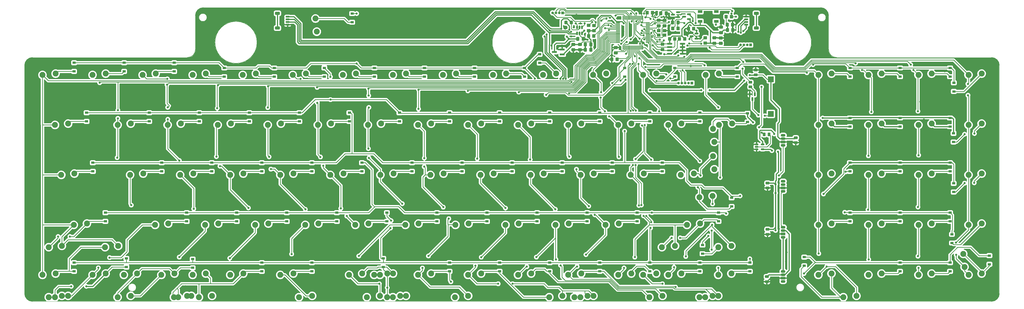
<source format=gbr>
%TF.GenerationSoftware,KiCad,Pcbnew,(6.99.0-5337-gc57e6db79a-dirty)*%
%TF.CreationDate,2023-02-06T21:19:17-05:00*%
%TF.ProjectId,m0116,6d303131-362e-46b6-9963-61645f706362,rev?*%
%TF.SameCoordinates,Original*%
%TF.FileFunction,Copper,L2,Bot*%
%TF.FilePolarity,Positive*%
%FSLAX46Y46*%
G04 Gerber Fmt 4.6, Leading zero omitted, Abs format (unit mm)*
G04 Created by KiCad (PCBNEW (6.99.0-5337-gc57e6db79a-dirty)) date 2023-02-06 21:19:17*
%MOMM*%
%LPD*%
G01*
G04 APERTURE LIST*
G04 Aperture macros list*
%AMRoundRect*
0 Rectangle with rounded corners*
0 $1 Rounding radius*
0 $2 $3 $4 $5 $6 $7 $8 $9 X,Y pos of 4 corners*
0 Add a 4 corners polygon primitive as box body*
4,1,4,$2,$3,$4,$5,$6,$7,$8,$9,$2,$3,0*
0 Add four circle primitives for the rounded corners*
1,1,$1+$1,$2,$3*
1,1,$1+$1,$4,$5*
1,1,$1+$1,$6,$7*
1,1,$1+$1,$8,$9*
0 Add four rect primitives between the rounded corners*
20,1,$1+$1,$2,$3,$4,$5,0*
20,1,$1+$1,$4,$5,$6,$7,0*
20,1,$1+$1,$6,$7,$8,$9,0*
20,1,$1+$1,$8,$9,$2,$3,0*%
G04 Aperture macros list end*
%TA.AperFunction,SMDPad,CuDef*%
%ADD10RoundRect,0.150000X0.150000X-0.512500X0.150000X0.512500X-0.150000X0.512500X-0.150000X-0.512500X0*%
%TD*%
%TA.AperFunction,ComponentPad*%
%ADD11R,1.000000X1.000000*%
%TD*%
%TA.AperFunction,ComponentPad*%
%ADD12O,1.000000X1.000000*%
%TD*%
%TA.AperFunction,ComponentPad*%
%ADD13O,1.800000X1.070000*%
%TD*%
%TA.AperFunction,ComponentPad*%
%ADD14R,1.800000X1.070000*%
%TD*%
%TA.AperFunction,ComponentPad*%
%ADD15C,2.250000*%
%TD*%
%TA.AperFunction,SMDPad,CuDef*%
%ADD16RoundRect,0.250000X0.475000X-0.337500X0.475000X0.337500X-0.475000X0.337500X-0.475000X-0.337500X0*%
%TD*%
%TA.AperFunction,SMDPad,CuDef*%
%ADD17RoundRect,0.250000X0.337500X0.475000X-0.337500X0.475000X-0.337500X-0.475000X0.337500X-0.475000X0*%
%TD*%
%TA.AperFunction,SMDPad,CuDef*%
%ADD18RoundRect,0.250000X-0.325000X-0.450000X0.325000X-0.450000X0.325000X0.450000X-0.325000X0.450000X0*%
%TD*%
%TA.AperFunction,SMDPad,CuDef*%
%ADD19R,1.200000X0.900000*%
%TD*%
%TA.AperFunction,SMDPad,CuDef*%
%ADD20RoundRect,0.250000X0.475000X-0.250000X0.475000X0.250000X-0.475000X0.250000X-0.475000X-0.250000X0*%
%TD*%
%TA.AperFunction,SMDPad,CuDef*%
%ADD21RoundRect,0.250000X-0.337500X-0.475000X0.337500X-0.475000X0.337500X0.475000X-0.337500X0.475000X0*%
%TD*%
%TA.AperFunction,SMDPad,CuDef*%
%ADD22R,1.800000X1.100000*%
%TD*%
%TA.AperFunction,SMDPad,CuDef*%
%ADD23RoundRect,0.150000X-0.625000X0.150000X-0.625000X-0.150000X0.625000X-0.150000X0.625000X0.150000X0*%
%TD*%
%TA.AperFunction,SMDPad,CuDef*%
%ADD24RoundRect,0.250000X-0.650000X0.350000X-0.650000X-0.350000X0.650000X-0.350000X0.650000X0.350000X0*%
%TD*%
%TA.AperFunction,SMDPad,CuDef*%
%ADD25RoundRect,0.150000X0.587500X0.150000X-0.587500X0.150000X-0.587500X-0.150000X0.587500X-0.150000X0*%
%TD*%
%TA.AperFunction,SMDPad,CuDef*%
%ADD26RoundRect,0.250000X-0.350000X-0.450000X0.350000X-0.450000X0.350000X0.450000X-0.350000X0.450000X0*%
%TD*%
%TA.AperFunction,SMDPad,CuDef*%
%ADD27RoundRect,0.250000X-0.450000X0.350000X-0.450000X-0.350000X0.450000X-0.350000X0.450000X0.350000X0*%
%TD*%
%TA.AperFunction,SMDPad,CuDef*%
%ADD28RoundRect,0.250000X0.450000X-0.350000X0.450000X0.350000X-0.450000X0.350000X-0.450000X-0.350000X0*%
%TD*%
%TA.AperFunction,SMDPad,CuDef*%
%ADD29RoundRect,0.075000X0.700000X0.075000X-0.700000X0.075000X-0.700000X-0.075000X0.700000X-0.075000X0*%
%TD*%
%TA.AperFunction,SMDPad,CuDef*%
%ADD30RoundRect,0.075000X0.075000X0.700000X-0.075000X0.700000X-0.075000X-0.700000X0.075000X-0.700000X0*%
%TD*%
%TA.AperFunction,SMDPad,CuDef*%
%ADD31RoundRect,0.150000X-0.512500X-0.150000X0.512500X-0.150000X0.512500X0.150000X-0.512500X0.150000X0*%
%TD*%
%TA.AperFunction,SMDPad,CuDef*%
%ADD32RoundRect,0.150000X0.825000X0.150000X-0.825000X0.150000X-0.825000X-0.150000X0.825000X-0.150000X0*%
%TD*%
%TA.AperFunction,SMDPad,CuDef*%
%ADD33RoundRect,0.250000X-0.475000X0.337500X-0.475000X-0.337500X0.475000X-0.337500X0.475000X0.337500X0*%
%TD*%
%TA.AperFunction,SMDPad,CuDef*%
%ADD34RoundRect,0.250000X0.350000X0.450000X-0.350000X0.450000X-0.350000X-0.450000X0.350000X-0.450000X0*%
%TD*%
%TA.AperFunction,SMDPad,CuDef*%
%ADD35R,1.400000X1.200000*%
%TD*%
%TA.AperFunction,SMDPad,CuDef*%
%ADD36RoundRect,0.250000X0.450000X-0.262500X0.450000X0.262500X-0.450000X0.262500X-0.450000X-0.262500X0*%
%TD*%
%TA.AperFunction,SMDPad,CuDef*%
%ADD37R,2.200000X2.200000*%
%TD*%
%TA.AperFunction,SMDPad,CuDef*%
%ADD38R,1.900000X0.800000*%
%TD*%
%TA.AperFunction,SMDPad,CuDef*%
%ADD39RoundRect,0.150000X0.625000X-0.150000X0.625000X0.150000X-0.625000X0.150000X-0.625000X-0.150000X0*%
%TD*%
%TA.AperFunction,SMDPad,CuDef*%
%ADD40RoundRect,0.250000X0.650000X-0.350000X0.650000X0.350000X-0.650000X0.350000X-0.650000X-0.350000X0*%
%TD*%
%TA.AperFunction,SMDPad,CuDef*%
%ADD41RoundRect,0.150000X-0.150000X0.587500X-0.150000X-0.587500X0.150000X-0.587500X0.150000X0.587500X0*%
%TD*%
%TA.AperFunction,SMDPad,CuDef*%
%ADD42RoundRect,0.250000X0.262500X0.450000X-0.262500X0.450000X-0.262500X-0.450000X0.262500X-0.450000X0*%
%TD*%
%TA.AperFunction,ViaPad*%
%ADD43C,0.800000*%
%TD*%
%TA.AperFunction,ViaPad*%
%ADD44C,0.400000*%
%TD*%
%TA.AperFunction,Conductor*%
%ADD45C,0.250000*%
%TD*%
%TA.AperFunction,Conductor*%
%ADD46C,0.400000*%
%TD*%
%TA.AperFunction,Profile*%
%ADD47C,0.150000*%
%TD*%
%TA.AperFunction,Profile*%
%ADD48C,0.050000*%
%TD*%
%TA.AperFunction,Profile*%
%ADD49C,0.200000*%
%TD*%
G04 APERTURE END LIST*
D10*
%TO.P,U5,1,IO1*%
%TO.N,USB_DM_ESD*%
X216150000Y-28775000D03*
%TO.P,U5,2,GND*%
%TO.N,GND*%
X215200000Y-28775000D03*
%TO.P,U5,3,IO2*%
%TO.N,USB_DP_ESD*%
X214250000Y-28775000D03*
%TO.P,U5,4,IO2*%
%TO.N,USB_DP*%
X214250000Y-26500000D03*
%TO.P,U5,5,VBUS*%
%TO.N,VBUS*%
X215200000Y-26500000D03*
%TO.P,U5,6,IO1*%
%TO.N,USB_DM*%
X216150000Y-26500000D03*
%TD*%
D11*
%TO.P,J7,1,Pin_1*%
%TO.N,PC2*%
X257999999Y-47749999D03*
D12*
%TO.P,J7,2,Pin_2*%
%TO.N,PC0*%
X256729999Y-47749999D03*
%TO.P,J7,3,Pin_3*%
%TO.N,PA1*%
X255459999Y-47749999D03*
%TO.P,J7,4,Pin_4*%
%TO.N,PC3*%
X254189999Y-47749999D03*
%TO.P,J7,5,Pin_5*%
%TO.N,PC4*%
X252919999Y-47749999D03*
%TD*%
D11*
%TO.P,J4,1,Pin_1*%
%TO.N,PC15*%
X280309999Y-33249999D03*
D12*
%TO.P,J4,2,Pin_2*%
%TO.N,PC1*%
X279039999Y-33249999D03*
%TO.P,J4,3,Pin_3*%
%TO.N,PC14*%
X277769999Y-33249999D03*
%TO.P,J4,4,Pin_4*%
%TO.N,PC13*%
X276499999Y-33249999D03*
%TD*%
D11*
%TO.P,J1,1,Pin_1*%
%TO.N,PC12*%
X208749999Y-20999999D03*
D12*
%TO.P,J1,2,Pin_2*%
%TO.N,PD2*%
X207479999Y-20999999D03*
%TO.P,J1,3,Pin_3*%
%TO.N,PB6*%
X206209999Y-20999999D03*
%TO.P,J1,4,Pin_4*%
%TO.N,PA10*%
X204939999Y-20999999D03*
%TD*%
D13*
%TO.P,LED3,1,VCC*%
%TO.N,+5V*%
X292689999Y-103959999D03*
%TO.P,LED3,2,DOUT*%
%TO.N,Net-(LED3-DOUT)*%
X292689999Y-106499999D03*
D14*
%TO.P,LED3,3,GND*%
%TO.N,GND*%
X292689999Y-105229999D03*
D13*
%TO.P,LED3,4,DIN*%
%TO.N,Net-(LED2-DOUT)*%
X292689999Y-102689999D03*
%TD*%
%TO.P,LED2,1,VCC*%
%TO.N,+5V*%
X292689999Y-86459999D03*
%TO.P,LED2,2,DOUT*%
%TO.N,Net-(LED2-DOUT)*%
X292689999Y-88999999D03*
D14*
%TO.P,LED2,3,GND*%
%TO.N,GND*%
X292689999Y-87729999D03*
D13*
%TO.P,LED2,4,DIN*%
%TO.N,Net-(LED1-DOUT)*%
X292689999Y-85189999D03*
%TD*%
%TO.P,LED1,1,VCC*%
%TO.N,+5V*%
X292689999Y-68959999D03*
%TO.P,LED1,2,DOUT*%
%TO.N,Net-(LED1-DOUT)*%
X292689999Y-71499999D03*
D14*
%TO.P,LED1,3,GND*%
%TO.N,GND*%
X292689999Y-70229999D03*
D13*
%TO.P,LED1,4,DIN*%
%TO.N,LEDDINC*%
X292689999Y-67689999D03*
%TD*%
D15*
%TO.P,SW_LGUI_1,1,COL*%
%TO.N,COL2*%
X56063750Y-120865000D03*
%TO.P,SW_LGUI_1,2,ROW*%
%TO.N,Net-(D97-A)*%
X61063750Y-120365000D03*
%TD*%
%TO.P,SW_L_1,1,COL*%
%TO.N,COL9*%
X196557500Y-82765000D03*
%TO.P,SW_L_1,2,ROW*%
%TO.N,Net-(D67-A)*%
X201557500Y-82265000D03*
%TD*%
%TO.P,SW_TAB_1,1,COL*%
%TO.N,COL0*%
X15582500Y-63715000D03*
%TO.P,SW_TAB_1,2,ROW*%
%TO.N,Net-(D39-A)*%
X20582500Y-63215000D03*
%TD*%
%TO.P,SW_KPMINUS_1,1,COL*%
%TO.N,COL17*%
X363245000Y-82765000D03*
%TO.P,SW_KPMINUS_1,2,ROW*%
%TO.N,Net-(D55-A)*%
X368245000Y-82265000D03*
%TD*%
%TO.P,SW_KP7_1,1,COL*%
%TO.N,COL14*%
X306095000Y-63715000D03*
%TO.P,SW_KP7_1,2,ROW*%
%TO.N,Net-(D52-A)*%
X311095000Y-63215000D03*
%TD*%
%TO.P,SW_RALT_1,1,COL*%
%TO.N,COL8*%
X172745000Y-120865000D03*
%TO.P,SW_RALT_1,2,ROW*%
%TO.N,Net-(D7-A)*%
X177745000Y-120365000D03*
%TD*%
%TO.P,SW_UPX_2,1,COL*%
%TO.N,COL12*%
X272995000Y-109815000D03*
%TO.P,SW_UPX_2,2,ROW*%
%TO.N,Net-(D89-A)*%
X267995000Y-110315000D03*
%TD*%
%TO.P,SW_SP2_2,1,COL*%
%TO.N,COL6*%
X149170000Y-128865000D03*
%TO.P,SW_SP2_2,2,ROW*%
%TO.N,Net-(D99-A)*%
X144170000Y-129365000D03*
%TD*%
%TO.P,SW_9_1,1,COL*%
%TO.N,COL9*%
X182270000Y-44665000D03*
%TO.P,SW_9_1,2,ROW*%
%TO.N,Net-(D28-A)*%
X187270000Y-44165000D03*
%TD*%
%TO.P,SW_SP2_3,1,COL*%
%TO.N,COL6*%
X137026250Y-120865000D03*
%TO.P,SW_SP2_3,2,ROW*%
%TO.N,Net-(D99-A)*%
X142026250Y-120365000D03*
%TD*%
%TO.P,SW_KP4_1,1,COL*%
%TO.N,COL14*%
X306095000Y-82765000D03*
%TO.P,SW_KP4_1,2,ROW*%
%TO.N,Net-(D72-A)*%
X311095000Y-82265000D03*
%TD*%
%TO.P,SW_BACKSL_2,1,COL*%
%TO.N,COL13*%
X268250000Y-63715000D03*
%TO.P,SW_BACKSL_2,2,ROW*%
%TO.N,Net-(D12-A)*%
X273250000Y-63215000D03*
%TD*%
%TO.P,SW_1_1,1,COL*%
%TO.N,COL1*%
X29870000Y-44665000D03*
%TO.P,SW_1_1,2,ROW*%
%TO.N,Net-(D20-A)*%
X34870000Y-44165000D03*
%TD*%
%TO.P,SW_EQ_1,1,COL*%
%TO.N,COL12*%
X239420000Y-44665000D03*
%TO.P,SW_EQ_1,2,ROW*%
%TO.N,Net-(D31-A)*%
X244420000Y-44165000D03*
%TD*%
%TO.P,SW_BACKSL_1,1,COL*%
%TO.N,COL13*%
X266495000Y-70215000D03*
%TO.P,SW_BACKSL_1,2,ROW*%
%TO.N,Net-(D12-A)*%
X265995000Y-65215000D03*
%TD*%
%TO.P,SW_POW_1,1,COL*%
%TO.N,COL5*%
X115220000Y-28165000D03*
%TO.P,SW_POW_1,2,ROW*%
%TO.N,Net-(D82-A)*%
X114720000Y-23165000D03*
%TD*%
%TO.P,SW_ENTER_2,1,COL*%
%TO.N,COL12*%
X266495000Y-80615000D03*
%TO.P,SW_ENTER_2,2,ROW*%
%TO.N,Net-(D70-A)*%
X265995000Y-75615000D03*
%TD*%
%TO.P,SW_LCTRL_3,1,COL*%
%TO.N,COL1*%
X18201250Y-128865000D03*
%TO.P,SW_LCTRL_3,2,ROW*%
%TO.N,Net-(D96-A)*%
X13201250Y-129365000D03*
%TD*%
%TO.P,SW_KPPLUS_1,1,COL*%
%TO.N,COL17*%
X363245000Y-63715000D03*
%TO.P,SW_KPPLUS_1,2,ROW*%
%TO.N,Net-(D36-A)*%
X368245000Y-63215000D03*
%TD*%
%TO.P,SW_Y_1,1,COL*%
%TO.N,COL6*%
X134645000Y-63715000D03*
%TO.P,SW_Y_1,2,ROW*%
%TO.N,Net-(D45-A)*%
X139645000Y-63215000D03*
%TD*%
%TO.P,SW_F_1,1,COL*%
%TO.N,COL4*%
X101307500Y-82765000D03*
%TO.P,SW_F_1,2,ROW*%
%TO.N,Net-(D62-A)*%
X106307500Y-82265000D03*
%TD*%
%TO.P,SW_V_1,1,COL*%
%TO.N,COL4*%
X110832500Y-101815000D03*
%TO.P,SW_V_1,2,ROW*%
%TO.N,Net-(D81-A)*%
X115832500Y-101315000D03*
%TD*%
%TO.P,SW_X_1,1,COL*%
%TO.N,COL2*%
X72732500Y-101815000D03*
%TO.P,SW_X_1,2,ROW*%
%TO.N,Net-(D79-A)*%
X77732500Y-101315000D03*
%TD*%
%TO.P,SW_B_1,1,COL*%
%TO.N,COL5*%
X129882500Y-101815000D03*
%TO.P,SW_B_1,2,ROW*%
%TO.N,Net-(D105-A)*%
X134882500Y-101315000D03*
%TD*%
%TO.P,SW_KP2_1,1,COL*%
%TO.N,COL15*%
X325145000Y-101815000D03*
%TO.P,SW_KP2_1,2,ROW*%
%TO.N,Net-(D92-A)*%
X330145000Y-101315000D03*
%TD*%
%TO.P,SW_2_1,1,COL*%
%TO.N,COL2*%
X48920000Y-44665000D03*
%TO.P,SW_2_1,2,ROW*%
%TO.N,Net-(D21-A)*%
X53920000Y-44165000D03*
%TD*%
%TO.P,SW_RGUI_3,1,COL*%
%TO.N,COL9*%
X239420000Y-120865000D03*
%TO.P,SW_RGUI_3,2,ROW*%
%TO.N,Net-(D100-A)*%
X244420000Y-120365000D03*
%TD*%
%TO.P,SW_COMMA_1,1,COL*%
%TO.N,COL8*%
X187032500Y-101815000D03*
%TO.P,SW_COMMA_1,2,ROW*%
%TO.N,Net-(D85-A)*%
X192032500Y-101315000D03*
%TD*%
%TO.P,SW_KPENT_2,1,COL*%
%TO.N,COL17*%
X361745000Y-117840000D03*
%TO.P,SW_KPENT_2,2,ROW*%
%TO.N,Net-(D93-A)*%
X361245000Y-112840000D03*
%TD*%
%TO.P,SW_E_1,1,COL*%
%TO.N,COL3*%
X77495000Y-63715000D03*
%TO.P,SW_E_1,2,ROW*%
%TO.N,Net-(D42-A)*%
X82495000Y-63215000D03*
%TD*%
%TO.P,SW_ENTER_3,1,COL*%
%TO.N,COL12*%
X253707500Y-82765000D03*
%TO.P,SW_ENTER_3,2,ROW*%
%TO.N,Net-(D70-A)*%
X258707500Y-82265000D03*
%TD*%
%TO.P,SW_U_1,1,COL*%
%TO.N,COL7*%
X153695000Y-63715000D03*
%TO.P,SW_U_1,2,ROW*%
%TO.N,Net-(D46-A)*%
X158695000Y-63215000D03*
%TD*%
%TO.P,SW_J_1,1,COL*%
%TO.N,COL7*%
X158457500Y-82765000D03*
%TO.P,SW_J_1,2,ROW*%
%TO.N,Net-(D65-A)*%
X163457500Y-82265000D03*
%TD*%
%TO.P,SW_APOS_1,1,COL*%
%TO.N,COL11*%
X234657500Y-82765000D03*
%TO.P,SW_APOS_1,2,ROW*%
%TO.N,Net-(D69-A)*%
X239657500Y-82265000D03*
%TD*%
%TO.P,SW_LALT_3,1,COL*%
%TO.N,COL3*%
X75351250Y-128865000D03*
%TO.P,SW_LALT_3,2,ROW*%
%TO.N,Net-(D98-A)*%
X70351250Y-129365000D03*
%TD*%
%TO.P,SW_M_1,1,COL*%
%TO.N,COL7*%
X167982500Y-101815000D03*
%TO.P,SW_M_1,2,ROW*%
%TO.N,Net-(D84-A)*%
X172982500Y-101315000D03*
%TD*%
%TO.P,SW_LALT_5,1,COL*%
%TO.N,COL3*%
X65826250Y-128865000D03*
%TO.P,SW_LALT_5,2,ROW*%
%TO.N,Net-(D98-A)*%
X60826250Y-129365000D03*
%TD*%
%TO.P,SW_SP2_6,1,COL*%
%TO.N,COL6*%
X139250000Y-128865000D03*
%TO.P,SW_SP2_6,2,ROW*%
%TO.N,Net-(D99-A)*%
X134250000Y-129365000D03*
%TD*%
%TO.P,SW_SP2_4,1,COL*%
%TO.N,COL6*%
X147000000Y-128865000D03*
%TO.P,SW_SP2_4,2,ROW*%
%TO.N,Net-(D99-A)*%
X142000000Y-129365000D03*
%TD*%
D13*
%TO.P,LED4,1,VCC*%
%TO.N,+5V*%
X292689999Y-120824999D03*
%TO.P,LED4,2,DOUT*%
%TO.N,unconnected-(LED4-DOUT-Pad2)*%
X292689999Y-123364999D03*
D14*
%TO.P,LED4,3,GND*%
%TO.N,GND*%
X292689999Y-122094999D03*
D13*
%TO.P,LED4,4,DIN*%
%TO.N,Net-(LED3-DOUT)*%
X292689999Y-119554999D03*
%TD*%
D15*
%TO.P,SW_W_1,1,COL*%
%TO.N,COL2*%
X58445000Y-63715000D03*
%TO.P,SW_W_1,2,ROW*%
%TO.N,Net-(D41-A)*%
X63445000Y-63215000D03*
%TD*%
%TO.P,SW_CCTRL_1,1,COL*%
%TO.N,COL0*%
X17963750Y-82765000D03*
%TO.P,SW_CCTRL_1,2,ROW*%
%TO.N,Net-(D57-A)*%
X22963750Y-82265000D03*
%TD*%
%TO.P,SW_5_1,1,COL*%
%TO.N,COL5*%
X106070000Y-44665000D03*
%TO.P,SW_5_1,2,ROW*%
%TO.N,Net-(D24-A)*%
X111070000Y-44165000D03*
%TD*%
%TO.P,SW_RCTRL_3,1,COL*%
%TO.N,COL10*%
X268000000Y-128865000D03*
%TO.P,SW_RCTRL_3,2,ROW*%
%TO.N,Net-(D8-A)*%
X263000000Y-129365000D03*
%TD*%
%TO.P,SW_LCTRL_2,1,COL*%
%TO.N,COL1*%
X29870000Y-120865000D03*
%TO.P,SW_LCTRL_2,2,ROW*%
%TO.N,Net-(D96-A)*%
X34870000Y-120365000D03*
%TD*%
%TO.P,SW_LALT_1,1,COL*%
%TO.N,COL3*%
X82257500Y-120865000D03*
%TO.P,SW_LALT_1,2,ROW*%
%TO.N,Net-(D98-A)*%
X87257500Y-120365000D03*
%TD*%
%TO.P,SW_RGUI_1,1,COL*%
%TO.N,COL9*%
X191795000Y-120865000D03*
%TO.P,SW_RGUI_1,2,ROW*%
%TO.N,Net-(D100-A)*%
X196795000Y-120365000D03*
%TD*%
%TO.P,SW_RSUP1_1,1,COL*%
%TO.N,COL11*%
X229895000Y-120865000D03*
%TO.P,SW_RSUP1_1,2,ROW*%
%TO.N,Net-(D101-A)*%
X234895000Y-120365000D03*
%TD*%
%TO.P,SW_SP1_2,1,COL*%
%TO.N,COL4*%
X113451250Y-128865000D03*
%TO.P,SW_SP1_2,2,ROW*%
%TO.N,Net-(D2-A)*%
X108451250Y-129365000D03*
%TD*%
%TO.P,SW_S_1,1,COL*%
%TO.N,COL2*%
X63207500Y-82765000D03*
%TO.P,SW_S_1,2,ROW*%
%TO.N,Net-(D60-A)*%
X68207500Y-82265000D03*
%TD*%
%TO.P,SW_RALT_4,1,COL*%
%TO.N,COL8*%
X220500000Y-128865000D03*
%TO.P,SW_RALT_4,2,ROW*%
%TO.N,Net-(D7-A)*%
X215500000Y-129365000D03*
%TD*%
%TO.P,SW_LSH_1,1,COL*%
%TO.N,COL0*%
X22726250Y-101815000D03*
%TO.P,SW_LSH_1,2,ROW*%
%TO.N,Net-(D1-A)*%
X27726250Y-101315000D03*
%TD*%
%TO.P,SW_R_1,1,COL*%
%TO.N,COL4*%
X96545000Y-63715000D03*
%TO.P,SW_R_1,2,ROW*%
%TO.N,Net-(D43-A)*%
X101545000Y-63215000D03*
%TD*%
%TO.P,SW_D_1,1,COL*%
%TO.N,COL3*%
X82257500Y-82765000D03*
%TO.P,SW_D_1,2,ROW*%
%TO.N,Net-(D61-A)*%
X87257500Y-82265000D03*
%TD*%
%TO.P,SW_P_1,1,COL*%
%TO.N,COL10*%
X210845000Y-63715000D03*
%TO.P,SW_P_1,2,ROW*%
%TO.N,Net-(D49-A)*%
X215845000Y-63215000D03*
%TD*%
%TO.P,SW_C_1,1,COL*%
%TO.N,COL3*%
X91782500Y-101815000D03*
%TO.P,SW_C_1,2,ROW*%
%TO.N,Net-(D80-A)*%
X96782500Y-101315000D03*
%TD*%
%TO.P,SW_O_1,1,COL*%
%TO.N,COL9*%
X191795000Y-63715000D03*
%TO.P,SW_O_1,2,ROW*%
%TO.N,Net-(D48-A)*%
X196795000Y-63215000D03*
%TD*%
%TO.P,SW_RSH_2,1,COL*%
%TO.N,COL11*%
X251563750Y-109815000D03*
%TO.P,SW_RSH_2,2,ROW*%
%TO.N,Net-(D88-A)*%
X246563750Y-110315000D03*
%TD*%
%TO.P,SW_RALT_2,1,COL*%
%TO.N,COL8*%
X218226250Y-128865000D03*
%TO.P,SW_RALT_2,2,ROW*%
%TO.N,Net-(D7-A)*%
X213226250Y-129365000D03*
%TD*%
%TO.P,SW_ESC_1,1,COL*%
%TO.N,COL0*%
X10820000Y-44665000D03*
%TO.P,SW_ESC_1,2,ROW*%
%TO.N,Net-(D19-A)*%
X15820000Y-44165000D03*
%TD*%
%TO.P,SW_0_1,1,COL*%
%TO.N,COL10*%
X201320000Y-44665000D03*
%TO.P,SW_0_1,2,ROW*%
%TO.N,Net-(D29-A)*%
X206320000Y-44165000D03*
%TD*%
%TO.P,SW_LALT_2,1,COL*%
%TO.N,COL3*%
X67970000Y-120865000D03*
%TO.P,SW_LALT_2,2,ROW*%
%TO.N,Net-(D98-A)*%
X72970000Y-120365000D03*
%TD*%
%TO.P,SW_KPEQ_1,1,COL*%
%TO.N,COL15*%
X325145000Y-44665000D03*
%TO.P,SW_KPEQ_1,2,ROW*%
%TO.N,Net-(D34-A)*%
X330145000Y-44165000D03*
%TD*%
%TO.P,SW_BS_1,1,COL*%
%TO.N,COL13*%
X263232500Y-44665000D03*
%TO.P,SW_BS_1,2,ROW*%
%TO.N,Net-(D32-A)*%
X268232500Y-44165000D03*
%TD*%
%TO.P,SW_KP9_1,1,COL*%
%TO.N,COL16*%
X344195000Y-63715000D03*
%TO.P,SW_KP9_1,2,ROW*%
%TO.N,Net-(D53-A)*%
X349195000Y-63215000D03*
%TD*%
%TO.P,SW_K_1,1,COL*%
%TO.N,COL8*%
X177507500Y-82765000D03*
%TO.P,SW_K_1,2,ROW*%
%TO.N,Net-(D66-A)*%
X182507500Y-82265000D03*
%TD*%
%TO.P,SW_Q_1,1,COL*%
%TO.N,COL1*%
X39395000Y-63715000D03*
%TO.P,SW_Q_1,2,ROW*%
%TO.N,Net-(D40-A)*%
X44395000Y-63215000D03*
%TD*%
%TO.P,SW_SP2_5,1,COL*%
%TO.N,COL6*%
X139250000Y-120865000D03*
%TO.P,SW_SP2_5,2,ROW*%
%TO.N,Net-(D99-A)*%
X144250000Y-120365000D03*
%TD*%
%TO.P,SW_LSH_2,1,COL*%
%TO.N,COL0*%
X18201250Y-109815000D03*
%TO.P,SW_LSH_2,2,ROW*%
%TO.N,Net-(D1-A)*%
X13201250Y-110315000D03*
%TD*%
%TO.P,SW_LBRC_1,1,COL*%
%TO.N,COL11*%
X229895000Y-63715000D03*
%TO.P,SW_LBRC_1,2,ROW*%
%TO.N,Net-(D50-A)*%
X234895000Y-63215000D03*
%TD*%
%TO.P,SW_MINUS_1,1,COL*%
%TO.N,COL11*%
X220370000Y-44665000D03*
%TO.P,SW_MINUS_1,2,ROW*%
%TO.N,Net-(D30-A)*%
X225370000Y-44165000D03*
%TD*%
%TO.P,SW_RSUP3_1,1,COL*%
%TO.N,COL13*%
X267995000Y-120865000D03*
%TO.P,SW_RSUP3_1,2,ROW*%
%TO.N,Net-(D106-A)*%
X272995000Y-120365000D03*
%TD*%
%TO.P,SW_KPPER_1,1,COL*%
%TO.N,COL16*%
X344195000Y-120865000D03*
%TO.P,SW_KPPER_1,2,ROW*%
%TO.N,Net-(D108-A)*%
X349195000Y-120365000D03*
%TD*%
%TO.P,SW_Z_1,1,COL*%
%TO.N,COL1*%
X53682500Y-101815000D03*
%TO.P,SW_Z_1,2,ROW*%
%TO.N,Net-(D78-A)*%
X58682500Y-101315000D03*
%TD*%
%TO.P,SW_RALT_3,1,COL*%
%TO.N,COL8*%
X208701250Y-128865000D03*
%TO.P,SW_RALT_3,2,ROW*%
%TO.N,Net-(D7-A)*%
X203701250Y-129365000D03*
%TD*%
%TO.P,SW_A_1,1,COL*%
%TO.N,COL1*%
X44157500Y-82765000D03*
%TO.P,SW_A_1,2,ROW*%
%TO.N,Net-(D59-A)*%
X49157500Y-82265000D03*
%TD*%
%TO.P,SW_KPENTX_1,1,COL*%
%TO.N,COL17*%
X363245000Y-101815000D03*
%TO.P,SW_KPENTX_1,2,ROW*%
%TO.N,Net-(D75-A)*%
X368245000Y-101315000D03*
%TD*%
%TO.P,SW_KPMULT_1,1,COL*%
%TO.N,COL17*%
X363245000Y-44665000D03*
%TO.P,SW_KPMULT_1,2,ROW*%
%TO.N,Net-(D16-A)*%
X368245000Y-44165000D03*
%TD*%
%TO.P,SW_KP5_1,1,COL*%
%TO.N,COL15*%
X325145000Y-82765000D03*
%TO.P,SW_KP5_1,2,ROW*%
%TO.N,Net-(D73-A)*%
X330145000Y-82265000D03*
%TD*%
%TO.P,SW_LCTRL_1,1,COL*%
%TO.N,COL1*%
X20582500Y-128865000D03*
%TO.P,SW_LCTRL_1,2,ROW*%
%TO.N,Net-(D96-A)*%
X15582500Y-129365000D03*
%TD*%
%TO.P,SW_RGUI_2,1,COL*%
%TO.N,COL9*%
X246801250Y-128865000D03*
%TO.P,SW_RGUI_2,2,ROW*%
%TO.N,Net-(D100-A)*%
X241801250Y-129365000D03*
%TD*%
%TO.P,SW_KP1_1,1,COL*%
%TO.N,COL14*%
X306095000Y-101815000D03*
%TO.P,SW_KP1_1,2,ROW*%
%TO.N,Net-(D91-A)*%
X311095000Y-101315000D03*
%TD*%
%TO.P,SW_LGUI_2,1,COL*%
%TO.N,COL2*%
X41776250Y-120865000D03*
%TO.P,SW_LGUI_2,2,ROW*%
%TO.N,Net-(D97-A)*%
X46776250Y-120365000D03*
%TD*%
%TO.P,SW_ENTER_1,1,COL*%
%TO.N,COL12*%
X265851250Y-90765000D03*
%TO.P,SW_ENTER_1,2,ROW*%
%TO.N,Net-(D70-A)*%
X260851250Y-91265000D03*
%TD*%
%TO.P,SW_KPDIV_1,1,COL*%
%TO.N,COL16*%
X344195000Y-44665000D03*
%TO.P,SW_KPDIV_1,2,ROW*%
%TO.N,Net-(D35-A)*%
X349195000Y-44165000D03*
%TD*%
%TO.P,SW_H_1,1,COL*%
%TO.N,COL6*%
X139407500Y-82765000D03*
%TO.P,SW_H_1,2,ROW*%
%TO.N,Net-(D64-A)*%
X144407500Y-82265000D03*
%TD*%
%TO.P,SW_SP3_2,1,COL*%
%TO.N,COL7*%
X172825000Y-128865000D03*
%TO.P,SW_SP3_2,2,ROW*%
%TO.N,Net-(D6-A)*%
X167825000Y-129365000D03*
%TD*%
%TO.P,SW_8_1,1,COL*%
%TO.N,COL8*%
X163220000Y-44665000D03*
%TO.P,SW_8_1,2,ROW*%
%TO.N,Net-(D27-A)*%
X168220000Y-44165000D03*
%TD*%
%TO.P,SW_T_1,1,COL*%
%TO.N,COL5*%
X115595000Y-63715000D03*
%TO.P,SW_T_1,2,ROW*%
%TO.N,Net-(D44-A)*%
X120595000Y-63215000D03*
%TD*%
%TO.P,SW_N_1,1,COL*%
%TO.N,COL6*%
X148932500Y-101815000D03*
%TO.P,SW_N_1,2,ROW*%
%TO.N,Net-(D83-A)*%
X153932500Y-101315000D03*
%TD*%
%TO.P,SW_RBRC_1,1,COL*%
%TO.N,COL12*%
X248945000Y-63715000D03*
%TO.P,SW_RBRC_1,2,ROW*%
%TO.N,Net-(D51-A)*%
X253945000Y-63215000D03*
%TD*%
%TO.P,SW_CAPS_2,1,COL*%
%TO.N,COL0*%
X39632500Y-109815000D03*
%TO.P,SW_CAPS_2,2,ROW*%
%TO.N,Net-(D104-A)*%
X34632500Y-110315000D03*
%TD*%
%TO.P,SW_KP0_1,1,COL*%
%TO.N,COL14*%
X306095000Y-120865000D03*
%TO.P,SW_KP0_1,2,ROW*%
%TO.N,Net-(D107-A)*%
X311095000Y-120365000D03*
%TD*%
%TO.P,SW_KP3_1,1,COL*%
%TO.N,COL16*%
X344195000Y-101815000D03*
%TO.P,SW_KP3_1,2,ROW*%
%TO.N,Net-(D74-A)*%
X349195000Y-101315000D03*
%TD*%
%TO.P,SW_SP3_1,1,COL*%
%TO.N,COL7*%
X153695000Y-120865000D03*
%TO.P,SW_SP3_1,2,ROW*%
%TO.N,Net-(D6-A)*%
X158695000Y-120365000D03*
%TD*%
%TO.P,SW_SP1_1,1,COL*%
%TO.N,COL4*%
X101307500Y-120865000D03*
%TO.P,SW_SP1_1,2,ROW*%
%TO.N,Net-(D2-A)*%
X106307500Y-120365000D03*
%TD*%
%TO.P,SW_4_1,1,COL*%
%TO.N,COL4*%
X87020000Y-44665000D03*
%TO.P,SW_4_1,2,ROW*%
%TO.N,Net-(D23-A)*%
X92020000Y-44165000D03*
%TD*%
%TO.P,SW_7_1,1,COL*%
%TO.N,COL7*%
X144170000Y-44665000D03*
%TO.P,SW_7_1,2,ROW*%
%TO.N,Net-(D26-A)*%
X149170000Y-44165000D03*
%TD*%
%TO.P,SW_RCTRL_2,1,COL*%
%TO.N,COL10*%
X265851250Y-128865000D03*
%TO.P,SW_RCTRL_2,2,ROW*%
%TO.N,Net-(D8-A)*%
X260851250Y-129365000D03*
%TD*%
%TO.P,SW_LALT_4,1,COL*%
%TO.N,COL3*%
X67500000Y-128865000D03*
%TO.P,SW_LALT_4,2,ROW*%
%TO.N,Net-(D98-A)*%
X62500000Y-129365000D03*
%TD*%
%TO.P,SW_SLASH_1,1,COL*%
%TO.N,COL10*%
X225132500Y-101815000D03*
%TO.P,SW_SLASH_1,2,ROW*%
%TO.N,Net-(D87-A)*%
X230132500Y-101315000D03*
%TD*%
%TO.P,SW_6_1,1,COL*%
%TO.N,COL6*%
X125120000Y-44665000D03*
%TO.P,SW_6_1,2,ROW*%
%TO.N,Net-(D25-A)*%
X130120000Y-44165000D03*
%TD*%
%TO.P,SW_CAPS_1,1,COL*%
%TO.N,COL0*%
X10820000Y-120865000D03*
%TO.P,SW_CAPS_1,2,ROW*%
%TO.N,Net-(D104-A)*%
X15820000Y-120365000D03*
%TD*%
%TO.P,SW_RSUP2_1,1,COL*%
%TO.N,COL12*%
X248945000Y-120865000D03*
%TO.P,SW_RSUP2_1,2,ROW*%
%TO.N,Net-(D102-A)*%
X253945000Y-120365000D03*
%TD*%
%TO.P,SW_3_1,1,COL*%
%TO.N,COL3*%
X67970000Y-44665000D03*
%TO.P,SW_3_1,2,ROW*%
%TO.N,Net-(D22-A)*%
X72970000Y-44165000D03*
%TD*%
%TO.P,SW_KPENT_1,1,COL*%
%TO.N,COL17*%
X363245000Y-120865000D03*
%TO.P,SW_KPENT_1,2,ROW*%
%TO.N,Net-(D93-A)*%
X368245000Y-120365000D03*
%TD*%
%TO.P,SW_KP0_2,1,COL*%
%TO.N,COL14*%
X320620000Y-128865000D03*
%TO.P,SW_KP0_2,2,ROW*%
%TO.N,Net-(D107-A)*%
X315620000Y-129365000D03*
%TD*%
%TO.P,SW_KP0X_1,1,COL*%
%TO.N,COL15*%
X325145000Y-120865000D03*
%TO.P,SW_KP0X_1,2,ROW*%
%TO.N,Net-(D103-A)*%
X330145000Y-120365000D03*
%TD*%
%TO.P,SW_PER_1,1,COL*%
%TO.N,COL9*%
X206082500Y-101815000D03*
%TO.P,SW_PER_1,2,ROW*%
%TO.N,Net-(D86-A)*%
X211082500Y-101315000D03*
%TD*%
%TO.P,SW_SP2_1,1,COL*%
%TO.N,COL6*%
X127501250Y-120865000D03*
%TO.P,SW_SP2_1,2,ROW*%
%TO.N,Net-(D99-A)*%
X132501250Y-120365000D03*
%TD*%
%TO.P,SW_KPCLR_1,1,COL*%
%TO.N,COL14*%
X306095000Y-44665000D03*
%TO.P,SW_KPCLR_1,2,ROW*%
%TO.N,Net-(D33-A)*%
X311095000Y-44165000D03*
%TD*%
%TO.P,SW_COLON_1,1,COL*%
%TO.N,COL10*%
X215607500Y-82765000D03*
%TO.P,SW_COLON_1,2,ROW*%
%TO.N,Net-(D68-A)*%
X220607500Y-82265000D03*
%TD*%
%TO.P,SW_RCTRL_1,1,COL*%
%TO.N,COL10*%
X210845000Y-120865000D03*
%TO.P,SW_RCTRL_1,2,ROW*%
%TO.N,Net-(D8-A)*%
X215845000Y-120365000D03*
%TD*%
%TO.P,SW_G_1,1,COL*%
%TO.N,COL5*%
X120357500Y-82765000D03*
%TO.P,SW_G_1,2,ROW*%
%TO.N,Net-(D63-A)*%
X125357500Y-82265000D03*
%TD*%
%TO.P,SW_I_1,1,COL*%
%TO.N,COL8*%
X172745000Y-63715000D03*
%TO.P,SW_I_1,2,ROW*%
%TO.N,Net-(D47-A)*%
X177745000Y-63215000D03*
%TD*%
%TO.P,SW_KP6_1,1,COL*%
%TO.N,COL16*%
X344195000Y-82765000D03*
%TO.P,SW_KP6_1,2,ROW*%
%TO.N,Net-(D54-A)*%
X349195000Y-82265000D03*
%TD*%
%TO.P,SW_LGUI_3,1,COL*%
%TO.N,COL2*%
X44395000Y-128865000D03*
%TO.P,SW_LGUI_3,2,ROW*%
%TO.N,Net-(D97-A)*%
X39395000Y-129365000D03*
%TD*%
%TO.P,SW_KP8_1,1,COL*%
%TO.N,COL15*%
X325145000Y-63715000D03*
%TO.P,SW_KP8_1,2,ROW*%
%TO.N,Net-(D109-A)*%
X330145000Y-63215000D03*
%TD*%
%TO.P,SW_RSH_1,1,COL*%
%TO.N,COL11*%
X256088750Y-101815000D03*
%TO.P,SW_RSH_1,2,ROW*%
%TO.N,Net-(D88-A)*%
X261088750Y-101315000D03*
%TD*%
D16*
%TO.P,C8,1*%
%TO.N,+3.3VA*%
X269071751Y-28537500D03*
%TO.P,C8,2*%
%TO.N,GND*%
X269071751Y-26462500D03*
%TD*%
D17*
%TO.P,C10,1*%
%TO.N,+3.3VA*%
X219495000Y-35110000D03*
%TO.P,C10,2*%
%TO.N,GND*%
X217420000Y-35110000D03*
%TD*%
D18*
%TO.P,FB1,1*%
%TO.N,+5V*%
X210036751Y-24687500D03*
%TO.P,FB1,2*%
%TO.N,VBUS*%
X212086751Y-24687500D03*
%TD*%
D19*
%TO.P,D32,1,K*%
%TO.N,ROW0*%
X275257499Y-42014999D03*
%TO.P,D32,2,A*%
%TO.N,Net-(D32-A)*%
X275257499Y-45314999D03*
%TD*%
%TO.P,D61,1,K*%
%TO.N,ROW2*%
X94282499Y-78114999D03*
%TO.P,D61,2,A*%
%TO.N,Net-(D61-A)*%
X94282499Y-81414999D03*
%TD*%
%TO.P,D104,1,K*%
%TO.N,ROW4*%
X22844999Y-116214999D03*
%TO.P,D104,2,A*%
%TO.N,Net-(D104-A)*%
X22844999Y-119514999D03*
%TD*%
%TO.P,D6,1,K*%
%TO.N,ROW4*%
X165719999Y-116214999D03*
%TO.P,D6,2,A*%
%TO.N,Net-(D6-A)*%
X165719999Y-119514999D03*
%TD*%
D20*
%TO.P,C16,1*%
%TO.N,GND*%
X286750000Y-105400000D03*
%TO.P,C16,2*%
%TO.N,+5V*%
X286750000Y-103500000D03*
%TD*%
D21*
%TO.P,C14,1*%
%TO.N,+3.3VA*%
X271411751Y-25522500D03*
%TO.P,C14,2*%
%TO.N,GND*%
X273486751Y-25522500D03*
%TD*%
D19*
%TO.P,D99,1,K*%
%TO.N,ROW4*%
X140499999Y-114599999D03*
%TO.P,D99,2,A*%
%TO.N,Net-(D99-A)*%
X140499999Y-117899999D03*
%TD*%
D22*
%TO.P,SW1,1,1*%
%TO.N,+3.3VA*%
X261051750Y-24227499D03*
%TO.P,SW1,2,2*%
%TO.N,unconnected-(SW1-Pad2)*%
X267251750Y-20527499D03*
%TO.P,SW1,3,3*%
%TO.N,unconnected-(SW1-Pad3)*%
X261051750Y-20527499D03*
%TO.P,SW1,4,4*%
%TO.N,Net-(Q2-G)*%
X267251750Y-24227499D03*
%TD*%
D23*
%TO.P,J3,1,Pin_1*%
%TO.N,GND*%
X278625000Y-22500000D03*
%TO.P,J3,2,Pin_2*%
%TO.N,USB_DP_ESD*%
X278625000Y-23500000D03*
%TO.P,J3,3,Pin_3*%
%TO.N,USB_DM_ESD*%
X278625000Y-24500000D03*
%TO.P,J3,4,Pin_4*%
%TO.N,VBUS*%
X278625000Y-25500000D03*
D24*
%TO.P,J3,MP,MountPin*%
%TO.N,unconnected-(J3-MountPin-PadMP)*%
X282500000Y-21200000D03*
X282500000Y-26800000D03*
%TD*%
D25*
%TO.P,Q3,1,G*%
%TO.N,Net-(Q2-G)*%
X252671751Y-20737500D03*
%TO.P,Q3,2,S*%
%TO.N,GND*%
X252671751Y-22637500D03*
%TO.P,Q3,3,D*%
%TO.N,/NRST*%
X250796751Y-21687500D03*
%TD*%
D26*
%TO.P,R16,1*%
%TO.N,+3.3VA*%
X218651751Y-29797500D03*
%TO.P,R16,2*%
%TO.N,PB4*%
X220651751Y-29797500D03*
%TD*%
D19*
%TO.P,D105,1,K*%
%TO.N,ROW4*%
X141907499Y-97164999D03*
%TO.P,D105,2,A*%
%TO.N,Net-(D105-A)*%
X141907499Y-100464999D03*
%TD*%
%TO.P,D70,1,K*%
%TO.N,ROW2*%
X273099999Y-91499999D03*
%TO.P,D70,2,A*%
%TO.N,Net-(D70-A)*%
X273099999Y-94799999D03*
%TD*%
%TO.P,D48,1,K*%
%TO.N,ROW1*%
X203819999Y-59064999D03*
%TO.P,D48,2,A*%
%TO.N,Net-(D48-A)*%
X203819999Y-62364999D03*
%TD*%
D20*
%TO.P,C18,1*%
%TO.N,GND*%
X297500000Y-70500000D03*
%TO.P,C18,2*%
%TO.N,+5V*%
X297500000Y-68600000D03*
%TD*%
D19*
%TO.P,D74,1,K*%
%TO.N,ROW3*%
X356219999Y-97164999D03*
%TO.P,D74,2,A*%
%TO.N,Net-(D74-A)*%
X356219999Y-100464999D03*
%TD*%
%TO.P,D93,1,K*%
%TO.N,ROW4*%
X371199999Y-113519999D03*
%TO.P,D93,2,A*%
%TO.N,Net-(D93-A)*%
X371199999Y-116819999D03*
%TD*%
%TO.P,D75,1,K*%
%TO.N,ROW3*%
X356939999Y-105419999D03*
%TO.P,D75,2,A*%
%TO.N,Net-(D75-A)*%
X356939999Y-108719999D03*
%TD*%
D25*
%TO.P,Q1,1,G*%
%TO.N,Net-(Q1-G)*%
X256861751Y-21487500D03*
%TO.P,Q1,2,S*%
%TO.N,+3.3VA*%
X256861751Y-23387500D03*
%TO.P,Q1,3,D*%
%TO.N,/BOOT0_DRV*%
X254986751Y-22437500D03*
%TD*%
D19*
%TO.P,D20,1,K*%
%TO.N,ROW0*%
X41894999Y-40014999D03*
%TO.P,D20,2,A*%
%TO.N,Net-(D20-A)*%
X41894999Y-43314999D03*
%TD*%
%TO.P,D87,1,K*%
%TO.N,ROW3*%
X237157499Y-97164999D03*
%TO.P,D87,2,A*%
%TO.N,Net-(D87-A)*%
X237157499Y-100464999D03*
%TD*%
D17*
%TO.P,C19,1*%
%TO.N,GND*%
X248211751Y-21172500D03*
%TO.P,C19,2*%
%TO.N,/NRST*%
X246136751Y-21172500D03*
%TD*%
D19*
%TO.P,D40,1,K*%
%TO.N,ROW1*%
X51419999Y-59064999D03*
%TO.P,D40,2,A*%
%TO.N,Net-(D40-A)*%
X51419999Y-62364999D03*
%TD*%
%TO.P,D63,1,K*%
%TO.N,ROW3*%
X132382499Y-78114999D03*
%TO.P,D63,2,A*%
%TO.N,Net-(D63-A)*%
X132382499Y-81414999D03*
%TD*%
%TO.P,D28,1,K*%
%TO.N,ROW0*%
X194294999Y-42014999D03*
%TO.P,D28,2,A*%
%TO.N,Net-(D28-A)*%
X194294999Y-45314999D03*
%TD*%
%TO.P,D25,1,K*%
%TO.N,ROW0*%
X137144999Y-42014999D03*
%TO.P,D25,2,A*%
%TO.N,Net-(D25-A)*%
X137144999Y-45314999D03*
%TD*%
%TO.P,D96,1,K*%
%TO.N,ROW4*%
X42749999Y-114599999D03*
%TO.P,D96,2,A*%
%TO.N,Net-(D96-A)*%
X42749999Y-117899999D03*
%TD*%
%TO.P,D29,1,K*%
%TO.N,ROW0*%
X200029999Y-36799999D03*
%TO.P,D29,2,A*%
%TO.N,Net-(D29-A)*%
X200029999Y-40099999D03*
%TD*%
D26*
%TO.P,R9,1*%
%TO.N,GND*%
X256661751Y-27022500D03*
%TO.P,R9,2*%
%TO.N,Net-(Q2-G)*%
X258661751Y-27022500D03*
%TD*%
D19*
%TO.P,D80,1,K*%
%TO.N,ROW3*%
X103807499Y-97164999D03*
%TO.P,D80,2,A*%
%TO.N,Net-(D80-A)*%
X103807499Y-100464999D03*
%TD*%
%TO.P,D43,1,K*%
%TO.N,ROW1*%
X108569999Y-59064999D03*
%TO.P,D43,2,A*%
%TO.N,Net-(D43-A)*%
X108569999Y-62364999D03*
%TD*%
%TO.P,D52,1,K*%
%TO.N,ROW1*%
X318119999Y-61064999D03*
%TO.P,D52,2,A*%
%TO.N,Net-(D52-A)*%
X318119999Y-64364999D03*
%TD*%
%TO.P,D65,1,K*%
%TO.N,ROW2*%
X170482499Y-78114999D03*
%TO.P,D65,2,A*%
%TO.N,Net-(D65-A)*%
X170482499Y-81414999D03*
%TD*%
%TO.P,D73,1,K*%
%TO.N,ROW2*%
X337169999Y-78114999D03*
%TO.P,D73,2,A*%
%TO.N,Net-(D73-A)*%
X337169999Y-81414999D03*
%TD*%
%TO.P,D12,1,K*%
%TO.N,ROW1*%
X279149999Y-59289999D03*
%TO.P,D12,2,A*%
%TO.N,Net-(D12-A)*%
X279149999Y-62589999D03*
%TD*%
%TO.P,D89,1,K*%
%TO.N,ROW3*%
X261999999Y-109499999D03*
%TO.P,D89,2,A*%
%TO.N,Net-(D89-A)*%
X261999999Y-112799999D03*
%TD*%
%TO.P,D35,1,K*%
%TO.N,ROW0*%
X356219999Y-42014999D03*
%TO.P,D35,2,A*%
%TO.N,Net-(D35-A)*%
X356219999Y-45314999D03*
%TD*%
D16*
%TO.P,C22,1*%
%TO.N,/VCAP_1*%
X229000000Y-36287500D03*
%TO.P,C22,2*%
%TO.N,GND*%
X229000000Y-34212500D03*
%TD*%
D19*
%TO.P,D60,1,K*%
%TO.N,ROW2*%
X75232499Y-78114999D03*
%TO.P,D60,2,A*%
%TO.N,Net-(D60-A)*%
X75232499Y-81414999D03*
%TD*%
%TO.P,D59,1,K*%
%TO.N,ROW2*%
X56182499Y-78114999D03*
%TO.P,D59,2,A*%
%TO.N,Net-(D59-A)*%
X56182499Y-81414999D03*
%TD*%
%TO.P,D102,1,K*%
%TO.N,ROW4*%
X260969999Y-116214999D03*
%TO.P,D102,2,A*%
%TO.N,Net-(D102-A)*%
X260969999Y-119514999D03*
%TD*%
D27*
%TO.P,R2,1*%
%TO.N,Net-(Q1-G)*%
X263072500Y-30507500D03*
%TO.P,R2,2*%
%TO.N,+3.3VA*%
X263072500Y-32507500D03*
%TD*%
D25*
%TO.P,Q2,1,G*%
%TO.N,Net-(Q2-G)*%
X259711751Y-28922500D03*
%TO.P,Q2,2,S*%
%TO.N,GND*%
X259711751Y-30822500D03*
%TO.P,Q2,3,D*%
%TO.N,Net-(Q1-G)*%
X257836751Y-29872500D03*
%TD*%
D16*
%TO.P,C23,1*%
%TO.N,/OSCI*%
X245311751Y-25915000D03*
%TO.P,C23,2*%
%TO.N,GND*%
X245311751Y-23840000D03*
%TD*%
D19*
%TO.P,D100,1,K*%
%TO.N,ROW4*%
X203819999Y-116214999D03*
%TO.P,D100,2,A*%
%TO.N,Net-(D100-A)*%
X203819999Y-119514999D03*
%TD*%
D26*
%TO.P,R17,1*%
%TO.N,GND*%
X227500000Y-38750000D03*
%TO.P,R17,2*%
%TO.N,PB2*%
X229500000Y-38750000D03*
%TD*%
D19*
%TO.P,D19,1,K*%
%TO.N,ROW0*%
X22844999Y-40014999D03*
%TO.P,D19,2,A*%
%TO.N,Net-(D19-A)*%
X22844999Y-43314999D03*
%TD*%
%TO.P,D42,1,K*%
%TO.N,ROW1*%
X89519999Y-59064999D03*
%TO.P,D42,2,A*%
%TO.N,Net-(D42-A)*%
X89519999Y-62364999D03*
%TD*%
D16*
%TO.P,C15,1*%
%TO.N,+3.3VA*%
X268942500Y-32640000D03*
%TO.P,C15,2*%
%TO.N,GND*%
X268942500Y-30565000D03*
%TD*%
D28*
%TO.P,R14,1*%
%TO.N,+3.3VA*%
X218661751Y-27797500D03*
%TO.P,R14,2*%
%TO.N,PB7*%
X218661751Y-25797500D03*
%TD*%
D19*
%TO.P,D97,1,K*%
%TO.N,ROW4*%
X67999999Y-114849999D03*
%TO.P,D97,2,A*%
%TO.N,Net-(D97-A)*%
X67999999Y-118149999D03*
%TD*%
%TO.P,D8,1,K*%
%TO.N,ROW4*%
X222869999Y-116214999D03*
%TO.P,D8,2,A*%
%TO.N,Net-(D8-A)*%
X222869999Y-119514999D03*
%TD*%
D29*
%TO.P,U3,1,VBAT*%
%TO.N,+3.3VA*%
X241211751Y-24772500D03*
%TO.P,U3,2,PC13*%
%TO.N,PC13*%
X241211751Y-25272500D03*
%TO.P,U3,3,PC14*%
%TO.N,PC14*%
X241211751Y-25772500D03*
%TO.P,U3,4,PC15*%
%TO.N,PC15*%
X241211751Y-26272500D03*
%TO.P,U3,5,PH0*%
%TO.N,/OSCI*%
X241211751Y-26772500D03*
%TO.P,U3,6,PH1*%
%TO.N,/OSCO*%
X241211751Y-27272500D03*
%TO.P,U3,7,NRST*%
%TO.N,/NRST*%
X241211751Y-27772500D03*
%TO.P,U3,8,PC0*%
%TO.N,PC0*%
X241211751Y-28272500D03*
%TO.P,U3,9,PC1*%
%TO.N,PC1*%
X241211751Y-28772500D03*
%TO.P,U3,10,PC2*%
%TO.N,PC2*%
X241211751Y-29272500D03*
%TO.P,U3,11,PC3*%
%TO.N,PC3*%
X241211751Y-29772500D03*
%TO.P,U3,12,VSSA*%
%TO.N,GND*%
X241211751Y-30272500D03*
%TO.P,U3,13,VDDA*%
%TO.N,+3.3VA*%
X241211751Y-30772500D03*
%TO.P,U3,14,PA0*%
%TO.N,EEP_WP*%
X241211751Y-31272500D03*
%TO.P,U3,15,PA1*%
%TO.N,PA1*%
X241211751Y-31772500D03*
%TO.P,U3,16,PA2*%
%TO.N,BUZIN*%
X241211751Y-32272500D03*
D30*
%TO.P,U3,17,PA3*%
%TO.N,COL17*%
X239286751Y-34197500D03*
%TO.P,U3,18,VSS*%
%TO.N,GND*%
X238786751Y-34197500D03*
%TO.P,U3,19,VDD*%
%TO.N,+3.3VA*%
X238286751Y-34197500D03*
%TO.P,U3,20,PA4*%
%TO.N,COL16*%
X237786751Y-34197500D03*
%TO.P,U3,21,PA5*%
%TO.N,COL15*%
X237286751Y-34197500D03*
%TO.P,U3,22,PA6*%
%TO.N,COL14*%
X236786751Y-34197500D03*
%TO.P,U3,23,PA7*%
%TO.N,ROW4*%
X236286751Y-34197500D03*
%TO.P,U3,24,PC4*%
%TO.N,PC4*%
X235786751Y-34197500D03*
%TO.P,U3,25,PC5*%
%TO.N,ROW3*%
X235286751Y-34197500D03*
%TO.P,U3,26,PB0*%
%TO.N,ROW0*%
X234786751Y-34197500D03*
%TO.P,U3,27,PB1*%
%TO.N,COL2*%
X234286751Y-34197500D03*
%TO.P,U3,28,PB2*%
%TO.N,PB2*%
X233786751Y-34197500D03*
%TO.P,U3,29,PB10*%
%TO.N,COL13*%
X233286751Y-34197500D03*
%TO.P,U3,30,VCAP1*%
%TO.N,/VCAP_1*%
X232786751Y-34197500D03*
%TO.P,U3,31,VSS*%
%TO.N,GND*%
X232286751Y-34197500D03*
%TO.P,U3,32,VDD*%
%TO.N,+3.3VA*%
X231786751Y-34197500D03*
D29*
%TO.P,U3,33,PB12*%
%TO.N,COL11*%
X229861751Y-32272500D03*
%TO.P,U3,34,PB13*%
%TO.N,COL10*%
X229861751Y-31772500D03*
%TO.P,U3,35,PB14*%
%TO.N,COL9*%
X229861751Y-31272500D03*
%TO.P,U3,36,PB15*%
%TO.N,COL8*%
X229861751Y-30772500D03*
%TO.P,U3,37,PC6*%
%TO.N,COL7*%
X229861751Y-30272500D03*
%TO.P,U3,38,PC7*%
%TO.N,COL6*%
X229861751Y-29772500D03*
%TO.P,U3,39,PC8*%
%TO.N,COL5*%
X229861751Y-29272500D03*
%TO.P,U3,40,PC9*%
%TO.N,COL4*%
X229861751Y-28772500D03*
%TO.P,U3,41,PA8*%
%TO.N,COL3*%
X229861751Y-28272500D03*
%TO.P,U3,42,PA9*%
%TO.N,unconnected-(U3-PA9-Pad42)*%
X229861751Y-27772500D03*
%TO.P,U3,43,PA10*%
%TO.N,PA10*%
X229861751Y-27272500D03*
%TO.P,U3,44,PA11*%
%TO.N,USB_DM*%
X229861751Y-26772500D03*
%TO.P,U3,45,PA12*%
%TO.N,USB_DP*%
X229861751Y-26272500D03*
%TO.P,U3,46,PA13*%
%TO.N,COL0*%
X229861751Y-25772500D03*
%TO.P,U3,47,VSS*%
%TO.N,GND*%
X229861751Y-25272500D03*
%TO.P,U3,48,VDD*%
%TO.N,+3.3VA*%
X229861751Y-24772500D03*
D30*
%TO.P,U3,49,PA14*%
%TO.N,ROW2*%
X231786751Y-22847500D03*
%TO.P,U3,50,PA15*%
%TO.N,COL1*%
X232286751Y-22847500D03*
%TO.P,U3,51,PC10*%
%TO.N,PC10*%
X232786751Y-22847500D03*
%TO.P,U3,52,PC11*%
%TO.N,ROW1*%
X233286751Y-22847500D03*
%TO.P,U3,53,PC12*%
%TO.N,PC12*%
X233786751Y-22847500D03*
%TO.P,U3,54,PD2*%
%TO.N,PD2*%
X234286751Y-22847500D03*
%TO.P,U3,55,PB3*%
%TO.N,PB3*%
X234786751Y-22847500D03*
%TO.P,U3,56,PB4*%
%TO.N,PB4*%
X235286751Y-22847500D03*
%TO.P,U3,57,PB5*%
%TO.N,COL12*%
X235786751Y-22847500D03*
%TO.P,U3,58,PB6*%
%TO.N,PB6*%
X236286751Y-22847500D03*
%TO.P,U3,59,PB7*%
%TO.N,PB7*%
X236786751Y-22847500D03*
%TO.P,U3,60,BOOT0*%
%TO.N,/BOOT0*%
X237286751Y-22847500D03*
%TO.P,U3,61,PB8*%
%TO.N,EEP_SCL*%
X237786751Y-22847500D03*
%TO.P,U3,62,PB9*%
%TO.N,EEP_SDA*%
X238286751Y-22847500D03*
%TO.P,U3,63,VSS*%
%TO.N,GND*%
X238786751Y-22847500D03*
%TO.P,U3,64,VDD*%
%TO.N,+3.3VA*%
X239286751Y-22847500D03*
%TD*%
D19*
%TO.P,D84,1,K*%
%TO.N,ROW3*%
X180007499Y-97164999D03*
%TO.P,D84,2,A*%
%TO.N,Net-(D84-A)*%
X180007499Y-100464999D03*
%TD*%
%TO.P,D81,1,K*%
%TO.N,ROW3*%
X122857499Y-97164999D03*
%TO.P,D81,2,A*%
%TO.N,Net-(D81-A)*%
X122857499Y-100464999D03*
%TD*%
%TO.P,D106,1,K*%
%TO.N,ROW4*%
X280019999Y-116214999D03*
%TO.P,D106,2,A*%
%TO.N,Net-(D106-A)*%
X280019999Y-119514999D03*
%TD*%
%TO.P,D27,1,K*%
%TO.N,ROW0*%
X175244999Y-42014999D03*
%TO.P,D27,2,A*%
%TO.N,Net-(D27-A)*%
X175244999Y-45314999D03*
%TD*%
D26*
%TO.P,R11,1*%
%TO.N,+3.3VA*%
X249450000Y-30897500D03*
%TO.P,R11,2*%
%TO.N,EEP_WP*%
X251450000Y-30897500D03*
%TD*%
D16*
%TO.P,C1,1*%
%TO.N,+3.3VA*%
X266542500Y-32602500D03*
%TO.P,C1,2*%
%TO.N,GND*%
X266542500Y-30527500D03*
%TD*%
D19*
%TO.P,D53,1,K*%
%TO.N,ROW1*%
X356219999Y-61064999D03*
%TO.P,D53,2,A*%
%TO.N,Net-(D53-A)*%
X356219999Y-64364999D03*
%TD*%
%TO.P,D82,1,K*%
%TO.N,ROW0*%
X128649999Y-21279999D03*
%TO.P,D82,2,A*%
%TO.N,Net-(D82-A)*%
X128649999Y-24579999D03*
%TD*%
%TO.P,D57,1,K*%
%TO.N,ROW2*%
X29988749Y-78114999D03*
%TO.P,D57,2,A*%
%TO.N,Net-(D57-A)*%
X29988749Y-81414999D03*
%TD*%
D31*
%TO.P,U2,1*%
%TO.N,GND*%
X282615000Y-73005000D03*
%TO.P,U2,2*%
%TO.N,LEDDIN*%
X282615000Y-72055000D03*
%TO.P,U2,3,GND*%
%TO.N,GND*%
X282615000Y-71105000D03*
%TO.P,U2,4*%
%TO.N,LEDDINC*%
X284890000Y-71105000D03*
%TO.P,U2,5,VCC*%
%TO.N,+5V*%
X284890000Y-73005000D03*
%TD*%
D32*
%TO.P,U4,1,A0*%
%TO.N,GND*%
X254400000Y-32757500D03*
%TO.P,U4,2,A1*%
X254400000Y-34027500D03*
%TO.P,U4,3,A2*%
X254400000Y-35297500D03*
%TO.P,U4,4,GND*%
X254400000Y-36567500D03*
%TO.P,U4,5,SDA*%
%TO.N,EEP_SDA*%
X249450000Y-36567500D03*
%TO.P,U4,6,SCL*%
%TO.N,EEP_SCL*%
X249450000Y-35297500D03*
%TO.P,U4,7,WP*%
%TO.N,EEP_WP*%
X249450000Y-34027500D03*
%TO.P,U4,8,VCC*%
%TO.N,+3.3VA*%
X249450000Y-32757500D03*
%TD*%
D19*
%TO.P,D16,1,K*%
%TO.N,ROW0*%
X357659999Y-47659999D03*
%TO.P,D16,2,A*%
%TO.N,Net-(D16-A)*%
X357659999Y-50959999D03*
%TD*%
D27*
%TO.P,R10,1*%
%TO.N,+3.3VA*%
X246750000Y-32975000D03*
%TO.P,R10,2*%
%TO.N,EEP_SCL*%
X246750000Y-34975000D03*
%TD*%
D19*
%TO.P,D45,1,K*%
%TO.N,ROW1*%
X146669999Y-59064999D03*
%TO.P,D45,2,A*%
%TO.N,Net-(D45-A)*%
X146669999Y-62364999D03*
%TD*%
%TO.P,D54,1,K*%
%TO.N,ROW2*%
X356219999Y-78114999D03*
%TO.P,D54,2,A*%
%TO.N,Net-(D54-A)*%
X356219999Y-81414999D03*
%TD*%
%TO.P,D49,1,K*%
%TO.N,ROW1*%
X222869999Y-59064999D03*
%TO.P,D49,2,A*%
%TO.N,Net-(D49-A)*%
X222869999Y-62364999D03*
%TD*%
D33*
%TO.P,C12,1*%
%TO.N,+3.3VA*%
X212841751Y-33012500D03*
%TO.P,C12,2*%
%TO.N,GND*%
X212841751Y-35087500D03*
%TD*%
D19*
%TO.P,D86,1,K*%
%TO.N,ROW3*%
X218107499Y-97164999D03*
%TO.P,D86,2,A*%
%TO.N,Net-(D86-A)*%
X218107499Y-100464999D03*
%TD*%
%TO.P,D72,1,K*%
%TO.N,ROW2*%
X318119999Y-78114999D03*
%TO.P,D72,2,A*%
%TO.N,Net-(D72-A)*%
X318119999Y-81414999D03*
%TD*%
D17*
%TO.P,C11,1*%
%TO.N,+3.3VA*%
X219487500Y-33040000D03*
%TO.P,C11,2*%
%TO.N,GND*%
X217412500Y-33040000D03*
%TD*%
D19*
%TO.P,D41,1,K*%
%TO.N,ROW1*%
X70469999Y-59064999D03*
%TO.P,D41,2,A*%
%TO.N,Net-(D41-A)*%
X70469999Y-62364999D03*
%TD*%
%TO.P,D85,1,K*%
%TO.N,ROW3*%
X199057499Y-97164999D03*
%TO.P,D85,2,A*%
%TO.N,Net-(D85-A)*%
X199057499Y-100464999D03*
%TD*%
%TO.P,D46,1,K*%
%TO.N,ROW1*%
X165719999Y-59064999D03*
%TO.P,D46,2,A*%
%TO.N,Net-(D46-A)*%
X165719999Y-62364999D03*
%TD*%
D28*
%TO.P,R12,1*%
%TO.N,+3.3VA*%
X220686751Y-27822500D03*
%TO.P,R12,2*%
%TO.N,PA10*%
X220686751Y-25822500D03*
%TD*%
D19*
%TO.P,D68,1,K*%
%TO.N,ROW2*%
X227632499Y-78114999D03*
%TO.P,D68,2,A*%
%TO.N,Net-(D68-A)*%
X227632499Y-81414999D03*
%TD*%
D20*
%TO.P,C25,1*%
%TO.N,GND*%
X286500000Y-123450000D03*
%TO.P,C25,2*%
%TO.N,+5V*%
X286500000Y-121550000D03*
%TD*%
D26*
%TO.P,R5,1*%
%TO.N,/BOOT0*%
X240961751Y-20972500D03*
%TO.P,R5,2*%
%TO.N,GND*%
X242961751Y-20972500D03*
%TD*%
D19*
%TO.P,D103,1,K*%
%TO.N,ROW4*%
X337169999Y-116214999D03*
%TO.P,D103,2,A*%
%TO.N,Net-(D103-A)*%
X337169999Y-119514999D03*
%TD*%
%TO.P,D33,1,K*%
%TO.N,ROW0*%
X318119999Y-42014999D03*
%TO.P,D33,2,A*%
%TO.N,Net-(D33-A)*%
X318119999Y-45314999D03*
%TD*%
D16*
%TO.P,C24,1*%
%TO.N,/OSCO*%
X247531751Y-25932500D03*
%TO.P,C24,2*%
%TO.N,GND*%
X247531751Y-23857500D03*
%TD*%
D19*
%TO.P,D2,1,K*%
%TO.N,ROW4*%
X113332499Y-116214999D03*
%TO.P,D2,2,A*%
%TO.N,Net-(D2-A)*%
X113332499Y-119514999D03*
%TD*%
%TO.P,D109,1,K*%
%TO.N,ROW1*%
X337169999Y-61064999D03*
%TO.P,D109,2,A*%
%TO.N,Net-(D109-A)*%
X337169999Y-64364999D03*
%TD*%
%TO.P,D91,1,K*%
%TO.N,ROW3*%
X318119999Y-97164999D03*
%TO.P,D91,2,A*%
%TO.N,Net-(D91-A)*%
X318119999Y-100464999D03*
%TD*%
D21*
%TO.P,C3,1*%
%TO.N,+5V*%
X214534251Y-30905000D03*
%TO.P,C3,2*%
%TO.N,GND*%
X216609251Y-30905000D03*
%TD*%
D19*
%TO.P,D51,1,K*%
%TO.N,ROW1*%
X260969999Y-59064999D03*
%TO.P,D51,2,A*%
%TO.N,Net-(D51-A)*%
X260969999Y-62364999D03*
%TD*%
%TO.P,D55,1,K*%
%TO.N,ROW2*%
X357589999Y-85999999D03*
%TO.P,D55,2,A*%
%TO.N,Net-(D55-A)*%
X357589999Y-89299999D03*
%TD*%
D20*
%TO.P,C21,1*%
%TO.N,+5V*%
X282300000Y-44650000D03*
%TO.P,C21,2*%
%TO.N,GND*%
X282300000Y-42750000D03*
%TD*%
D19*
%TO.P,D31,1,K*%
%TO.N,ROW0*%
X251444999Y-42014999D03*
%TO.P,D31,2,A*%
%TO.N,Net-(D31-A)*%
X251444999Y-45314999D03*
%TD*%
%TO.P,D66,1,K*%
%TO.N,ROW2*%
X189532499Y-78114999D03*
%TO.P,D66,2,A*%
%TO.N,Net-(D66-A)*%
X189532499Y-81414999D03*
%TD*%
D34*
%TO.P,R8,1*%
%TO.N,+3.3VA*%
X255250000Y-30897500D03*
%TO.P,R8,2*%
%TO.N,EEP_SDA*%
X253250000Y-30897500D03*
%TD*%
D35*
%TO.P,Y1,1,1*%
%TO.N,/OSCI*%
X245311750Y-27787499D03*
%TO.P,Y1,2,2*%
%TO.N,GND*%
X247511750Y-27787499D03*
%TO.P,Y1,3,3*%
%TO.N,/OSCO*%
X247511750Y-29487499D03*
%TO.P,Y1,4,4*%
%TO.N,GND*%
X245311750Y-29487499D03*
%TD*%
D26*
%TO.P,R15,1*%
%TO.N,+3.3VA*%
X271000000Y-22500000D03*
%TO.P,R15,2*%
%TO.N,PB3*%
X273000000Y-22500000D03*
%TD*%
D20*
%TO.P,C17,1*%
%TO.N,GND*%
X286750000Y-87750000D03*
%TO.P,C17,2*%
%TO.N,+5V*%
X286750000Y-85850000D03*
%TD*%
D19*
%TO.P,D92,1,K*%
%TO.N,ROW3*%
X337169999Y-97164999D03*
%TO.P,D92,2,A*%
%TO.N,Net-(D92-A)*%
X337169999Y-100464999D03*
%TD*%
%TO.P,D79,1,K*%
%TO.N,ROW3*%
X84757499Y-97164999D03*
%TO.P,D79,2,A*%
%TO.N,Net-(D79-A)*%
X84757499Y-100464999D03*
%TD*%
%TO.P,D67,1,K*%
%TO.N,ROW2*%
X208582499Y-78114999D03*
%TO.P,D67,2,A*%
%TO.N,Net-(D67-A)*%
X208582499Y-81414999D03*
%TD*%
D36*
%TO.P,R4,1*%
%TO.N,Net-(Q4-B)*%
X280250000Y-49250000D03*
%TO.P,R4,2*%
%TO.N,BUZIN*%
X280250000Y-47425000D03*
%TD*%
D19*
%TO.P,D50,1,K*%
%TO.N,ROW1*%
X241919999Y-59064999D03*
%TO.P,D50,2,A*%
%TO.N,Net-(D50-A)*%
X241919999Y-62364999D03*
%TD*%
%TO.P,D7,1,K*%
%TO.N,ROW4*%
X184769999Y-116214999D03*
%TO.P,D7,2,A*%
%TO.N,Net-(D7-A)*%
X184769999Y-119514999D03*
%TD*%
D37*
%TO.P,BUZ1,1*%
%TO.N,+5V*%
X287999999Y-46299999D03*
%TO.P,BUZ1,2*%
%TO.N,Net-(Q4-C)*%
X287999999Y-59499999D03*
%TD*%
D19*
%TO.P,D98,1,K*%
%TO.N,ROW4*%
X94282499Y-116214999D03*
%TO.P,D98,2,A*%
%TO.N,Net-(D98-A)*%
X94282499Y-119514999D03*
%TD*%
D38*
%TO.P,U1,1,GND*%
%TO.N,GND*%
X208611750Y-34977499D03*
%TO.P,U1,2,VO*%
%TO.N,+3.3VA*%
X208611750Y-36877499D03*
%TO.P,U1,3,VI*%
%TO.N,+5V*%
X205611750Y-35927499D03*
%TD*%
D19*
%TO.P,D23,1,K*%
%TO.N,ROW0*%
X99044999Y-42014999D03*
%TO.P,D23,2,A*%
%TO.N,Net-(D23-A)*%
X99044999Y-45314999D03*
%TD*%
%TO.P,D34,1,K*%
%TO.N,ROW0*%
X337169999Y-42014999D03*
%TO.P,D34,2,A*%
%TO.N,Net-(D34-A)*%
X337169999Y-45314999D03*
%TD*%
%TO.P,D107,1,K*%
%TO.N,ROW4*%
X300749999Y-114099999D03*
%TO.P,D107,2,A*%
%TO.N,Net-(D107-A)*%
X300749999Y-117399999D03*
%TD*%
%TO.P,D101,1,K*%
%TO.N,ROW4*%
X241919999Y-116214999D03*
%TO.P,D101,2,A*%
%TO.N,Net-(D101-A)*%
X241919999Y-119514999D03*
%TD*%
D21*
%TO.P,C13,1*%
%TO.N,+3.3VA*%
X271474251Y-27572500D03*
%TO.P,C13,2*%
%TO.N,GND*%
X273549251Y-27572500D03*
%TD*%
D19*
%TO.P,D1,1,K*%
%TO.N,ROW3*%
X34751249Y-97164999D03*
%TO.P,D1,2,A*%
%TO.N,Net-(D1-A)*%
X34751249Y-100464999D03*
%TD*%
D39*
%TO.P,J2,1,Pin_1*%
%TO.N,GND*%
X104125000Y-25500000D03*
%TO.P,J2,2,Pin_2*%
%TO.N,USB_DP_ESD*%
X104125000Y-24500000D03*
%TO.P,J2,3,Pin_3*%
%TO.N,USB_DM_ESD*%
X104125000Y-23500000D03*
%TO.P,J2,4,Pin_4*%
%TO.N,VBUS*%
X104125000Y-22500000D03*
D40*
%TO.P,J2,MP,MountPin*%
%TO.N,unconnected-(J2-MountPin-PadMP)*%
X100250000Y-26800000D03*
X100250000Y-21200000D03*
%TD*%
D41*
%TO.P,Q4,1,E*%
%TO.N,GND*%
X280000000Y-52000000D03*
%TO.P,Q4,2,B*%
%TO.N,Net-(Q4-B)*%
X281900000Y-52000000D03*
%TO.P,Q4,3,C*%
%TO.N,Net-(Q4-C)*%
X280950000Y-53875000D03*
%TD*%
D19*
%TO.P,D36,1,K*%
%TO.N,ROW1*%
X357559999Y-66929999D03*
%TO.P,D36,2,A*%
%TO.N,Net-(D36-A)*%
X357559999Y-70229999D03*
%TD*%
%TO.P,D30,1,K*%
%TO.N,ROW0*%
X232394999Y-42014999D03*
%TO.P,D30,2,A*%
%TO.N,Net-(D30-A)*%
X232394999Y-45314999D03*
%TD*%
%TO.P,D26,1,K*%
%TO.N,ROW0*%
X156194999Y-42014999D03*
%TO.P,D26,2,A*%
%TO.N,Net-(D26-A)*%
X156194999Y-45314999D03*
%TD*%
%TO.P,D108,1,K*%
%TO.N,ROW4*%
X356219999Y-116214999D03*
%TO.P,D108,2,A*%
%TO.N,Net-(D108-A)*%
X356219999Y-119514999D03*
%TD*%
%TO.P,D24,1,K*%
%TO.N,ROW1*%
X118094999Y-42014999D03*
%TO.P,D24,2,A*%
%TO.N,Net-(D24-A)*%
X118094999Y-45314999D03*
%TD*%
%TO.P,D22,1,K*%
%TO.N,ROW0*%
X79994999Y-42014999D03*
%TO.P,D22,2,A*%
%TO.N,Net-(D22-A)*%
X79994999Y-45314999D03*
%TD*%
%TO.P,D83,1,K*%
%TO.N,ROW3*%
X160957499Y-97164999D03*
%TO.P,D83,2,A*%
%TO.N,Net-(D83-A)*%
X160957499Y-100464999D03*
%TD*%
%TO.P,D47,1,K*%
%TO.N,ROW1*%
X184769999Y-59064999D03*
%TO.P,D47,2,A*%
%TO.N,Net-(D47-A)*%
X184769999Y-62364999D03*
%TD*%
%TO.P,D78,1,K*%
%TO.N,ROW3*%
X65707499Y-97164999D03*
%TO.P,D78,2,A*%
%TO.N,Net-(D78-A)*%
X65707499Y-100464999D03*
%TD*%
%TO.P,D69,1,K*%
%TO.N,ROW2*%
X246682499Y-78114999D03*
%TO.P,D69,2,A*%
%TO.N,Net-(D69-A)*%
X246682499Y-81414999D03*
%TD*%
%TO.P,D44,1,K*%
%TO.N,ROW2*%
X127619999Y-59064999D03*
%TO.P,D44,2,A*%
%TO.N,Net-(D44-A)*%
X127619999Y-62364999D03*
%TD*%
%TO.P,D39,1,K*%
%TO.N,ROW1*%
X27607499Y-59064999D03*
%TO.P,D39,2,A*%
%TO.N,Net-(D39-A)*%
X27607499Y-62364999D03*
%TD*%
%TO.P,D21,1,K*%
%TO.N,ROW0*%
X60944999Y-40014999D03*
%TO.P,D21,2,A*%
%TO.N,Net-(D21-A)*%
X60944999Y-43314999D03*
%TD*%
%TO.P,D62,1,K*%
%TO.N,ROW2*%
X113332499Y-78114999D03*
%TO.P,D62,2,A*%
%TO.N,Net-(D62-A)*%
X113332499Y-81414999D03*
%TD*%
D17*
%TO.P,C20,1*%
%TO.N,/BOOT0*%
X252701751Y-24667500D03*
%TO.P,C20,2*%
%TO.N,GND*%
X250626751Y-24667500D03*
%TD*%
D26*
%TO.P,R3,1*%
%TO.N,/BOOT0_DRV*%
X250676751Y-26907500D03*
%TO.P,R3,2*%
%TO.N,/BOOT0*%
X252676751Y-26907500D03*
%TD*%
D42*
%TO.P,R6,1*%
%TO.N,LEDDIN*%
X287327500Y-67295000D03*
%TO.P,R6,2*%
%TO.N,PB3*%
X285502500Y-67295000D03*
%TD*%
D33*
%TO.P,C2,1*%
%TO.N,+3.3VA*%
X215371751Y-33007500D03*
%TO.P,C2,2*%
%TO.N,GND*%
X215371751Y-35082500D03*
%TD*%
D19*
%TO.P,D64,1,K*%
%TO.N,ROW2*%
X151432499Y-78114999D03*
%TO.P,D64,2,A*%
%TO.N,Net-(D64-A)*%
X151432499Y-81414999D03*
%TD*%
%TO.P,D88,1,K*%
%TO.N,ROW3*%
X268113749Y-97164999D03*
%TO.P,D88,2,A*%
%TO.N,Net-(D88-A)*%
X268113749Y-100464999D03*
%TD*%
D43*
%TO.N,GND*%
X218250000Y-31250000D03*
X213000000Y-26500000D03*
X215500000Y-25000000D03*
X217250000Y-29250000D03*
%TO.N,USB_DM_ESD*%
X212000000Y-28205500D03*
X217000000Y-27750000D03*
%TO.N,USB_DP*%
X213745881Y-24995881D03*
%TO.N,GND*%
X257500000Y-43250000D03*
X253000000Y-44750000D03*
X256250000Y-36750000D03*
X256750000Y-34750000D03*
X262750000Y-35250000D03*
X249250000Y-21773275D03*
X235312291Y-19701039D03*
X244500000Y-21773275D03*
X268250000Y-22250000D03*
X209750000Y-27000000D03*
X249000000Y-46750000D03*
X246500000Y-45750000D03*
X242500000Y-42750000D03*
%TO.N,PC14*%
X256974052Y-32724500D03*
X264750000Y-34250000D03*
X261500000Y-32750000D03*
%TO.N,PC13*%
X256250000Y-33500000D03*
%TO.N,PC15*%
X238750000Y-25682854D03*
X239750000Y-21250000D03*
X273325462Y-20304971D03*
%TO.N,PC1*%
X238762299Y-28737701D03*
%TO.N,PC13*%
X249250000Y-24500000D03*
%TO.N,PC14*%
X243870294Y-25119622D03*
%TO.N,GND*%
X214000000Y-21750000D03*
%TO.N,PC2*%
X242588312Y-28638215D03*
%TO.N,PC0*%
X239011251Y-27750000D03*
X247250000Y-31500000D03*
X244750000Y-32000000D03*
%TO.N,GND*%
X239750000Y-40250000D03*
X245000000Y-36250000D03*
%TO.N,PA1*%
X252762299Y-37237701D03*
X254412051Y-42887452D03*
%TO.N,GND*%
X268750000Y-47000000D03*
X260500000Y-48500000D03*
X243250000Y-49250000D03*
%TO.N,PC4*%
X238000000Y-38250000D03*
%TO.N,PC3*%
X245750000Y-31250000D03*
D44*
X253500000Y-43000000D03*
D43*
%TO.N,PC4*%
X236250000Y-37500000D03*
%TO.N,+5V*%
X289820000Y-86361000D03*
X261500000Y-50500000D03*
X289820000Y-89663000D03*
X242000000Y-50500000D03*
X210385000Y-30115000D03*
X288425000Y-73525000D03*
X289820000Y-103927000D03*
X280000000Y-44750000D03*
X264750000Y-50500000D03*
X277875000Y-46875000D03*
X211175000Y-30905000D03*
X211335333Y-27414667D03*
X290765000Y-73895000D03*
%TO.N,Net-(D1-A)*%
X21250000Y-106250000D03*
X16750000Y-106250000D03*
%TO.N,ROW2*%
X234640000Y-58330000D03*
X308040000Y-90040000D03*
X235428800Y-40432545D03*
X231230047Y-31606221D03*
X232370000Y-66100000D03*
X276310000Y-90790000D03*
%TO.N,ROW4*%
X236500000Y-76750000D03*
X242250000Y-103000000D03*
X236500000Y-79000000D03*
X240641896Y-98427297D03*
X242500000Y-100750000D03*
X143490000Y-100180000D03*
X239012252Y-63902842D03*
X280020000Y-114750000D03*
X238766176Y-94247332D03*
X236628870Y-58257411D03*
X300610000Y-120370000D03*
X143270000Y-103020000D03*
%TO.N,Net-(D55-A)*%
X361780000Y-85910000D03*
X365420000Y-85780000D03*
%TO.N,Net-(D30-A)*%
X230790000Y-46880000D03*
%TO.N,Net-(D31-A)*%
X248250000Y-44500000D03*
X249750000Y-46000000D03*
%TO.N,Net-(D36-A)*%
X361750000Y-67250000D03*
X365500000Y-67000000D03*
%TO.N,Net-(D70-A)*%
X261250000Y-83000000D03*
X260250000Y-87500000D03*
%TO.N,Net-(D96-A)*%
X21750000Y-125250000D03*
X27500000Y-125250000D03*
%TO.N,Net-(D99-A)*%
X142026250Y-125750000D03*
%TO.N,Net-(LED1-DOUT)*%
X291090000Y-83015000D03*
%TO.N,Net-(D88-A)*%
X253500000Y-106750000D03*
X250250000Y-106750000D03*
%TO.N,COL5*%
X109050000Y-46155500D03*
X115330000Y-49404500D03*
X117630000Y-79300000D03*
X124360000Y-95530000D03*
X116600000Y-75940000D03*
X126600000Y-98440000D03*
X115390000Y-55270000D03*
%TO.N,COL1*%
X226200000Y-25664500D03*
X228958391Y-22004500D03*
X44610000Y-94270000D03*
X32080000Y-118160000D03*
X36330000Y-114280000D03*
X32580000Y-47630000D03*
X39510000Y-61200000D03*
X39230000Y-76190000D03*
X39510000Y-58110000D03*
%TO.N,COL2*%
X212180497Y-47350497D03*
X58200000Y-48404500D03*
X62900000Y-77280000D03*
X58510000Y-61580000D03*
X227670000Y-47780000D03*
X58470000Y-57020000D03*
X58340000Y-46155500D03*
X68380000Y-95670000D03*
X62860000Y-114100000D03*
%TO.N,COL3*%
X77320000Y-57340000D03*
X77580000Y-48504500D03*
X78350000Y-79440000D03*
X77000000Y-75780000D03*
X89190000Y-95350000D03*
X82090000Y-114500000D03*
%TO.N,COL4*%
X105630000Y-112930000D03*
X110860000Y-95890000D03*
X96550000Y-57100000D03*
X97730000Y-80560000D03*
X97060000Y-75890000D03*
X96680000Y-48954500D03*
%TO.N,ROW3*%
X264250000Y-106000000D03*
X316130000Y-97010000D03*
X271030000Y-97480000D03*
X242750000Y-97165000D03*
X242500000Y-77000000D03*
X235631016Y-58200030D03*
X240000000Y-63750000D03*
%TO.N,BUZIN*%
X277500000Y-39750000D03*
X258304643Y-38879143D03*
X255041912Y-37775500D03*
X277250000Y-42250000D03*
%TO.N,VBUS*%
X277500000Y-28000000D03*
X207951494Y-46155500D03*
X208250000Y-27100500D03*
X201901000Y-30000000D03*
%TO.N,USB_DP_ESD*%
X275633475Y-28205151D03*
X209950500Y-46155500D03*
%TO.N,+3.3VA*%
X238261751Y-32722500D03*
X233130000Y-32090000D03*
X238934021Y-24700438D03*
X239809251Y-31120000D03*
X232067217Y-25013000D03*
%TO.N,/NRST*%
X239837637Y-27174649D03*
X243961137Y-22737797D03*
%TO.N,EEP_SCL*%
X238053403Y-30830515D03*
X243087701Y-33412299D03*
%TO.N,USB_DM*%
X217191751Y-24974500D03*
X224910000Y-26823500D03*
%TO.N,USB_DP*%
X227180000Y-26048000D03*
%TO.N,EEP_SDA*%
X247460000Y-36760000D03*
X239595783Y-29548878D03*
%TO.N,/BOOT0*%
X236750000Y-24250000D03*
X240250000Y-22722500D03*
X255062125Y-24937875D03*
X242223536Y-23281327D03*
%TO.N,Net-(D6-A)*%
X166250000Y-123500000D03*
%TO.N,Net-(D72-A)*%
X316484500Y-81590000D03*
%TO.N,GND*%
X266750000Y-40500000D03*
X263000000Y-89250000D03*
X262500000Y-28250000D03*
X292000000Y-64905000D03*
X163170000Y-55390000D03*
X324450000Y-54750000D03*
X158750000Y-74450000D03*
X346625000Y-75725000D03*
X258250000Y-128250000D03*
X257500000Y-41250000D03*
X231900000Y-28090000D03*
X91900000Y-53770000D03*
X229000000Y-118750000D03*
X225000000Y-49000000D03*
X311100000Y-113850000D03*
X228110941Y-24566095D03*
X85500000Y-52480000D03*
X234750000Y-25750000D03*
X173000000Y-73250000D03*
X102600000Y-74300000D03*
X286250000Y-69655000D03*
X282750000Y-69655000D03*
X235500000Y-80500000D03*
X211500000Y-113700000D03*
X126870000Y-112120000D03*
X243750000Y-27750000D03*
X294000000Y-112250000D03*
X313750000Y-124500000D03*
X221612059Y-48889950D03*
X113750000Y-113950000D03*
X141000000Y-126500000D03*
X218310000Y-50100000D03*
X209000000Y-31250000D03*
X344900000Y-54850000D03*
X282750000Y-46500000D03*
X134500000Y-113560000D03*
X223500000Y-46000000D03*
X194150000Y-74450000D03*
X220000000Y-121250000D03*
X141230000Y-44570000D03*
X189000000Y-119750000D03*
X241250000Y-37000000D03*
X140750000Y-52160000D03*
X267250000Y-88750000D03*
X118210000Y-52050000D03*
X359100000Y-43850000D03*
X248951751Y-27787500D03*
X13750000Y-105250000D03*
X236500000Y-123250000D03*
X224000000Y-126500000D03*
X204500000Y-124250000D03*
X47750000Y-123500000D03*
X239250000Y-128250000D03*
X329300000Y-93750000D03*
X199250000Y-126250000D03*
X239250000Y-76250000D03*
X137800000Y-74150000D03*
X242817193Y-30174007D03*
X210750000Y-118000000D03*
X212000000Y-30000000D03*
X122620000Y-52480000D03*
X234450000Y-73850000D03*
X241750000Y-92400000D03*
X146450000Y-56190000D03*
X78150000Y-74850000D03*
X113790000Y-43170000D03*
X345725000Y-79450000D03*
X65250000Y-125250000D03*
X93300000Y-113500000D03*
X229500000Y-52000000D03*
X310550000Y-93950000D03*
X73200000Y-113500000D03*
X248430000Y-111940000D03*
X261500000Y-27250000D03*
X105670000Y-52860000D03*
X330350000Y-72900000D03*
X295502500Y-88857500D03*
X236500000Y-52750000D03*
X248100000Y-53250000D03*
X60050000Y-112200000D03*
X288500000Y-87750000D03*
X105000000Y-125000000D03*
X160440000Y-44630000D03*
X230150000Y-91500000D03*
X307500000Y-125000000D03*
X249101751Y-26027500D03*
X118500000Y-125250000D03*
X238751175Y-21213202D03*
X312350000Y-73450000D03*
X354215965Y-43318783D03*
X326450000Y-93500000D03*
X190246000Y-43180000D03*
X293750000Y-115750000D03*
X188850000Y-113700000D03*
X71290000Y-54200000D03*
X103360000Y-43930000D03*
X352750000Y-62250000D03*
X238250000Y-48500000D03*
X243500000Y-127750000D03*
X255750000Y-93500000D03*
X346850000Y-93900000D03*
X171700000Y-113350000D03*
X51440000Y-54630000D03*
X151450000Y-113900000D03*
X204500000Y-33500000D03*
X118450000Y-74700000D03*
X249750000Y-73200000D03*
X208500000Y-33500000D03*
X295065000Y-100495000D03*
X177600000Y-75000000D03*
X85450000Y-113950000D03*
X212250000Y-39750000D03*
X179070000Y-44704000D03*
X229750000Y-22750000D03*
X326000000Y-40750000D03*
X77750000Y-122500000D03*
X346275000Y-61700000D03*
X194500000Y-123250000D03*
X221000000Y-32750000D03*
X247250000Y-42500000D03*
X90500000Y-125500000D03*
X212750000Y-37000000D03*
X280273402Y-39525791D03*
%TO.N,ROW0*%
X304061445Y-40735945D03*
X202470000Y-52260000D03*
X244500000Y-47000000D03*
X130400000Y-21270000D03*
X232750000Y-46500000D03*
X301750000Y-43824500D03*
X198160000Y-46120000D03*
X130370000Y-40310000D03*
%TO.N,ROW1*%
X120410000Y-45410000D03*
X231070463Y-32790403D03*
X307750000Y-61065000D03*
X234430000Y-40470000D03*
X281250000Y-62750000D03*
X120430000Y-54080000D03*
%TO.N,Net-(Q1-G)*%
X257000000Y-31000000D03*
X258332458Y-24167542D03*
%TO.N,Net-(Q2-G)*%
X259711751Y-27822500D03*
X259371751Y-24938000D03*
X267141751Y-25517500D03*
%TO.N,PB3*%
X273000000Y-21250000D03*
X283500000Y-64655000D03*
X234799050Y-21237701D03*
X274750000Y-22500000D03*
X284544500Y-66655000D03*
X284500000Y-49250000D03*
%TO.N,COL6*%
X134840000Y-72750000D03*
X131205000Y-113665000D03*
X134950000Y-52550000D03*
X134860000Y-49854500D03*
X139000000Y-124250000D03*
X135020000Y-57050000D03*
X135060000Y-76300000D03*
X147750000Y-93730000D03*
%TO.N,USB_DM_ESD*%
X203886559Y-27700500D03*
X202700500Y-29250000D03*
X276565687Y-28565687D03*
X208950997Y-46155500D03*
%TO.N,COL10*%
X220980000Y-97970000D03*
X211240000Y-51654500D03*
X211320000Y-75830000D03*
X214020000Y-80610000D03*
X218720000Y-94680000D03*
X217640000Y-113130000D03*
X214270000Y-117670000D03*
%TO.N,COL7*%
X156090000Y-79650000D03*
X153940000Y-50304500D03*
X165450000Y-99450000D03*
X156130000Y-76360000D03*
X155410000Y-118240000D03*
X157690000Y-113660000D03*
X153920000Y-57630000D03*
X163350000Y-95050000D03*
%TO.N,COL8*%
X175620000Y-117340000D03*
X176290000Y-76580000D03*
X189750000Y-124250000D03*
X184250000Y-124250000D03*
X172720000Y-50754500D03*
X187010000Y-95390000D03*
X177800000Y-114130000D03*
%TO.N,COL9*%
X198790000Y-114100000D03*
X205970000Y-95830000D03*
X246750000Y-124250000D03*
X208000000Y-117250000D03*
X192090000Y-51204500D03*
X196410000Y-76890000D03*
X206250000Y-115000000D03*
X195150000Y-117730000D03*
%TO.N,COL12*%
X245500000Y-58565500D03*
X255640000Y-113840000D03*
X265851250Y-93850000D03*
X251150000Y-117950000D03*
X234650000Y-31070000D03*
X261000000Y-77500000D03*
X237630000Y-40480000D03*
X265650000Y-101770000D03*
%TO.N,COL11*%
X235500497Y-79000000D03*
X239570000Y-98380000D03*
X236250000Y-114100000D03*
X224840000Y-58565500D03*
X223250000Y-53250000D03*
X226500000Y-60500000D03*
X223380000Y-51250000D03*
X237780000Y-94410000D03*
X232140000Y-118210000D03*
X230210000Y-75910000D03*
%TO.N,COL14*%
X309250000Y-117750000D03*
X306250000Y-112750000D03*
%TO.N,COL15*%
X320250000Y-40224500D03*
X325145000Y-75500000D03*
X325000000Y-96000000D03*
X326250000Y-58750000D03*
X322750000Y-42739500D03*
X325250000Y-115000000D03*
%TO.N,COL13*%
X265500000Y-111250000D03*
X268000000Y-118250000D03*
X232918000Y-36576000D03*
X262750000Y-41000000D03*
X265500000Y-104000000D03*
X267995000Y-57000000D03*
X240284000Y-41656000D03*
X268750000Y-83750000D03*
%TO.N,COL16*%
X344000000Y-113750000D03*
X342250000Y-42750000D03*
X344250000Y-118250000D03*
X344000000Y-58500000D03*
X341250000Y-40750000D03*
X344000000Y-95000000D03*
X344250000Y-75250000D03*
%TO.N,COL17*%
X363000000Y-48090000D03*
X358430000Y-108560000D03*
X363040000Y-52400000D03*
X358560000Y-113200000D03*
%TO.N,PB7*%
X236805961Y-21195415D03*
X225457790Y-23222000D03*
X223506251Y-23959224D03*
X220000000Y-24500000D03*
%TO.N,PB4*%
X235111751Y-24257500D03*
X226761751Y-22897500D03*
%TO.N,Net-(Q4-C)*%
X285750000Y-60250000D03*
X283250000Y-60000000D03*
%TO.N,LEDDINC*%
X289315000Y-67145000D03*
%TO.N,PA10*%
X226420000Y-27548000D03*
X221381751Y-24597000D03*
%TO.N,Net-(D8-A)*%
X251758479Y-125517021D03*
%TD*%
D45*
%TO.N,GND*%
X218250000Y-31250000D02*
X216954251Y-31250000D01*
X247531751Y-23857500D02*
X245329251Y-23857500D01*
D46*
%TO.N,+3.3VA*%
X219500000Y-31250000D02*
X219500000Y-32000000D01*
X219500000Y-32000000D02*
X219500000Y-33027500D01*
D45*
X215371751Y-33007500D02*
X216389251Y-31990000D01*
X216389251Y-31990000D02*
X219490000Y-31990000D01*
X219490000Y-31990000D02*
X219500000Y-32000000D01*
D46*
X218651751Y-29797500D02*
X218651751Y-30401751D01*
X218651751Y-30401751D02*
X219500000Y-31250000D01*
D45*
%TO.N,GND*%
X217250000Y-29250000D02*
X217250000Y-30264251D01*
X217250000Y-30264251D02*
X216609251Y-30905000D01*
D46*
%TO.N,USB_DM_ESD*%
X212000000Y-28205500D02*
X211800500Y-28405000D01*
X216150000Y-28600000D02*
X217000000Y-27750000D01*
X211800500Y-28405000D02*
X211195001Y-28405000D01*
D45*
%TO.N,VBUS*%
X215200000Y-26884251D02*
X214596751Y-27487500D01*
X214596751Y-27487500D02*
X212574251Y-27487500D01*
X212574251Y-27487500D02*
X212086751Y-27000000D01*
X212086751Y-27000000D02*
X212086751Y-24687500D01*
%TO.N,USB_DP_ESD*%
X214020000Y-29005000D02*
X214250000Y-28775000D01*
%TO.N,GND*%
X215284251Y-29580000D02*
X215284251Y-28859251D01*
%TO.N,USB_DM*%
X217191751Y-24974500D02*
X217191751Y-25458249D01*
X217191751Y-25458249D02*
X216150000Y-26500000D01*
%TO.N,USB_DP*%
X214250000Y-26500000D02*
X214250000Y-25500000D01*
X214250000Y-25500000D02*
X213745881Y-24995881D01*
%TO.N,GND*%
X244500000Y-21773275D02*
X243900354Y-21773275D01*
X243900354Y-21773275D02*
X243236137Y-22437492D01*
X243236137Y-22437492D02*
X243236137Y-23236137D01*
X243236137Y-23236137D02*
X243840000Y-23840000D01*
X243840000Y-23840000D02*
X245311751Y-23840000D01*
%TO.N,/BOOT0*%
X241664709Y-22722500D02*
X240250000Y-22722500D01*
X242223536Y-23281327D02*
X241664709Y-22722500D01*
%TO.N,GND*%
X238751175Y-21213202D02*
X238786751Y-21248778D01*
X238786751Y-21248778D02*
X238786751Y-22847500D01*
%TO.N,PB7*%
X236805961Y-21195415D02*
X236786751Y-21214625D01*
X236786751Y-21214625D02*
X236786751Y-22847500D01*
%TO.N,PB6*%
X206210000Y-21000000D02*
X206210000Y-20292894D01*
X236275000Y-21688346D02*
X236275000Y-22835749D01*
X206210000Y-20292894D02*
X207102894Y-19400000D01*
X207102894Y-19400000D02*
X209436396Y-19400000D01*
X234686654Y-20100000D02*
X236275000Y-21688346D01*
X209436396Y-19400000D02*
X210136396Y-20100000D01*
X210136396Y-20100000D02*
X234686654Y-20100000D01*
%TO.N,PB3*%
X234799050Y-21237701D02*
X234786751Y-21250000D01*
X234786751Y-21250000D02*
X234786751Y-22847500D01*
%TO.N,PD2*%
X208000000Y-19850000D02*
X209250000Y-19850000D01*
X209250000Y-19850000D02*
X209950000Y-20550000D01*
X209950000Y-20550000D02*
X233086751Y-20550000D01*
X233086751Y-20550000D02*
X234286751Y-21750000D01*
X234286751Y-21750000D02*
X234286751Y-22847500D01*
%TO.N,PC12*%
X233786751Y-22847500D02*
X233786751Y-22006815D01*
X233786751Y-22006815D02*
X232779936Y-21000000D01*
X232779936Y-21000000D02*
X208750000Y-21000000D01*
%TO.N,PC14*%
X256974052Y-32724500D02*
X261191327Y-32724500D01*
X261216827Y-32750000D02*
X261500000Y-32750000D01*
X261191327Y-32724500D02*
X261216827Y-32750000D01*
%TO.N,PA1*%
X254412051Y-42887452D02*
X255262300Y-43737700D01*
X255290000Y-47750000D02*
X255290000Y-43765400D01*
X255290000Y-43765400D02*
X255262300Y-43737700D01*
%TO.N,PC3*%
X254000000Y-43500000D02*
X253500000Y-43000000D01*
X254020000Y-47750000D02*
X254020000Y-43520000D01*
X254020000Y-43520000D02*
X254000000Y-43500000D01*
%TO.N,PC4*%
X238000000Y-38250000D02*
X238750000Y-39000000D01*
X238750000Y-39000000D02*
X238750000Y-41250000D01*
X238750000Y-41250000D02*
X241250000Y-43750000D01*
X241250000Y-43750000D02*
X241250000Y-44775305D01*
X241250000Y-44775305D02*
X244224695Y-47750000D01*
X244224695Y-47750000D02*
X252750000Y-47750000D01*
%TO.N,PC14*%
X265575000Y-35075000D02*
X275945000Y-35075000D01*
X277770000Y-33250000D02*
X275945000Y-35075000D01*
%TO.N,PC13*%
X267500000Y-34250000D02*
X275500000Y-34250000D01*
X276500000Y-33250000D02*
X275500000Y-34250000D01*
%TO.N,GND*%
X249269626Y-22230374D02*
X249676751Y-22637500D01*
X249269626Y-22230374D02*
X249269626Y-21792901D01*
X248211751Y-21172500D02*
X249269626Y-22230374D01*
X249269626Y-21792901D02*
X249250000Y-21773275D01*
X249676751Y-22637500D02*
X252671751Y-22637500D01*
X243699225Y-20972500D02*
X244500000Y-21773275D01*
X242961751Y-20972500D02*
X243699225Y-20972500D01*
%TO.N,PC15*%
X240668578Y-19652500D02*
X239750000Y-20571078D01*
X239750000Y-20571078D02*
X239750000Y-21250000D01*
X273325462Y-20304971D02*
X272672991Y-19652500D01*
X272672991Y-19652500D02*
X240668578Y-19652500D01*
%TO.N,PA10*%
X206665000Y-22725000D02*
X211712424Y-22725000D01*
X204940000Y-21000000D02*
X206665000Y-22725000D01*
%TO.N,PD2*%
X207480000Y-21000000D02*
X207480000Y-20292894D01*
X207480000Y-20292894D02*
X207922894Y-19850000D01*
X207922894Y-19850000D02*
X208000000Y-19850000D01*
%TO.N,PC14*%
X264750000Y-34250000D02*
X265575000Y-35075000D01*
%TO.N,PC13*%
X256250000Y-33500000D02*
X256265000Y-33515000D01*
X256265000Y-33515000D02*
X266765000Y-33515000D01*
X266765000Y-33515000D02*
X267500000Y-34250000D01*
X249250000Y-24500000D02*
X248930683Y-24819317D01*
X244170599Y-24394622D02*
X242930314Y-24394622D01*
X248930683Y-24819317D02*
X244595294Y-24819317D01*
X244595294Y-24819317D02*
X244170599Y-24394622D01*
X242930314Y-24394622D02*
X242052436Y-25272500D01*
X242052436Y-25272500D02*
X241211751Y-25272500D01*
%TO.N,+3.3VA*%
X239006083Y-24772500D02*
X241211751Y-24772500D01*
X239286751Y-24347708D02*
X239286751Y-22847500D01*
X238934021Y-24700438D02*
X239286751Y-24347708D01*
X238934021Y-24700438D02*
X239006083Y-24772500D01*
%TO.N,PC15*%
X239339646Y-26272500D02*
X238750000Y-25682854D01*
X241211751Y-26272500D02*
X239339646Y-26272500D01*
%TO.N,EEP_SDA*%
X239595783Y-29548878D02*
X238548878Y-29548878D01*
X238548878Y-29548878D02*
X236736751Y-27736751D01*
X236736751Y-27736751D02*
X236736751Y-25513249D01*
X236736751Y-25513249D02*
X236825000Y-25425000D01*
X236825000Y-25425000D02*
X237236701Y-25425000D01*
X237236701Y-25425000D02*
X238286751Y-24374950D01*
X238286751Y-24374950D02*
X238286751Y-22847500D01*
%TO.N,EEP_SCL*%
X237786751Y-22847500D02*
X237786751Y-24238554D01*
X236286751Y-29063863D02*
X238053403Y-30830515D01*
X237786751Y-24238554D02*
X237050305Y-24975000D01*
X237050305Y-24975000D02*
X236525000Y-24975000D01*
X236525000Y-24975000D02*
X236286751Y-25213249D01*
X236286751Y-25213249D02*
X236286751Y-29063863D01*
%TO.N,/BOOT0*%
X236750000Y-24250000D02*
X237286751Y-23713249D01*
X237286751Y-23713249D02*
X237286751Y-22847500D01*
X240250000Y-22722500D02*
X240711751Y-22260749D01*
X240711751Y-22260749D02*
X240711751Y-21222500D01*
%TO.N,PC1*%
X238797098Y-28772500D02*
X238762299Y-28737701D01*
X241211751Y-28772500D02*
X238797098Y-28772500D01*
%TO.N,PC0*%
X239011251Y-27750000D02*
X239533751Y-28272500D01*
X239533751Y-28272500D02*
X241211751Y-28272500D01*
%TO.N,PC14*%
X243403073Y-25119622D02*
X243870294Y-25119622D01*
X242750195Y-25772500D02*
X243403073Y-25119622D01*
X241211751Y-25772500D02*
X242750195Y-25772500D01*
%TO.N,PA10*%
X220392375Y-23607625D02*
X221381751Y-24597000D01*
X220392375Y-23607625D02*
X219867070Y-23607625D01*
X219867070Y-23607625D02*
X219224695Y-24250000D01*
X219224695Y-24250000D02*
X213237424Y-24250000D01*
X213237424Y-24250000D02*
X211712424Y-22725000D01*
%TO.N,PB7*%
X220000000Y-24500000D02*
X218792500Y-25707500D01*
%TO.N,/OSCO*%
X244000000Y-29500000D02*
X244000000Y-30125749D01*
X243449695Y-28475000D02*
X243449695Y-28949695D01*
X243449695Y-28949695D02*
X244000000Y-29500000D01*
X241211751Y-27272500D02*
X242847805Y-27272500D01*
X242847805Y-27272500D02*
X243025000Y-27449695D01*
X244000000Y-30125749D02*
X244286751Y-30412500D01*
X243025000Y-27449695D02*
X243025000Y-28050305D01*
X243025000Y-28050305D02*
X243449695Y-28475000D01*
X246586751Y-30412500D02*
X247511751Y-29487500D01*
X244286751Y-30412500D02*
X246586751Y-30412500D01*
%TO.N,PC2*%
X242056999Y-29272500D02*
X242588312Y-28741187D01*
X242588312Y-28741187D02*
X242588312Y-28638215D01*
X241211751Y-29272500D02*
X242056999Y-29272500D01*
%TO.N,PC0*%
X247250000Y-31500000D02*
X246750000Y-32000000D01*
X246750000Y-32000000D02*
X244750000Y-32000000D01*
%TO.N,EEP_SCL*%
X243087701Y-33412299D02*
X244650402Y-34975000D01*
X244650402Y-34975000D02*
X246750000Y-34975000D01*
%TO.N,BUZIN*%
X255041912Y-37775500D02*
X254767412Y-38050000D01*
X254767412Y-38050000D02*
X244653112Y-38050000D01*
X244653112Y-38050000D02*
X241861751Y-35258639D01*
X241861751Y-35258639D02*
X241861751Y-32922500D01*
X241861751Y-32922500D02*
X241211751Y-32272500D01*
%TO.N,PA1*%
X241211751Y-31772500D02*
X242052436Y-31772500D01*
X242311751Y-32031815D02*
X242311751Y-35072243D01*
X242052436Y-31772500D02*
X242311751Y-32031815D01*
X252400000Y-37600000D02*
X252762299Y-37237701D01*
X242311751Y-35072243D02*
X244839508Y-37600000D01*
X244839508Y-37600000D02*
X252400000Y-37600000D01*
D46*
%TO.N,VBUS*%
X208250000Y-27100500D02*
X204417930Y-27100500D01*
X204417930Y-27100500D02*
X204217930Y-26900500D01*
X106500000Y-22500000D02*
X104125000Y-22500000D01*
X204217930Y-26900500D02*
X203935087Y-26900500D01*
X203935087Y-26900500D02*
X197644587Y-20610000D01*
X197644587Y-20610000D02*
X183090000Y-20610000D01*
X183090000Y-20610000D02*
X172180000Y-31520000D01*
X172180000Y-31520000D02*
X109122817Y-31520000D01*
X109122817Y-31520000D02*
X109122817Y-25122817D01*
X109122817Y-25122817D02*
X106500000Y-22500000D01*
D45*
%TO.N,PC3*%
X245750000Y-31250000D02*
X244317881Y-31250000D01*
X244317881Y-31250000D02*
X243542193Y-30474312D01*
X243542193Y-30474312D02*
X243542193Y-29873702D01*
X243542193Y-29873702D02*
X243117498Y-29449007D01*
X243117498Y-29449007D02*
X242516888Y-29449007D01*
X242516888Y-29449007D02*
X242193395Y-29772500D01*
X242193395Y-29772500D02*
X241211751Y-29772500D01*
%TO.N,GND*%
X242817193Y-30174007D02*
X242718700Y-30272500D01*
X242718700Y-30272500D02*
X241211751Y-30272500D01*
%TO.N,+3.3VA*%
X241211751Y-30772500D02*
X242408896Y-30772500D01*
X242408896Y-30772500D02*
X244611396Y-32975000D01*
X244611396Y-32975000D02*
X246212855Y-32975000D01*
%TO.N,EEP_WP*%
X241211751Y-31272500D02*
X242272500Y-31272500D01*
X242272500Y-31272500D02*
X245027500Y-34027500D01*
X245027500Y-34027500D02*
X249450000Y-34027500D01*
D46*
%TO.N,VBUS*%
X208250000Y-27100500D02*
X208250000Y-24000000D01*
X210649251Y-23250000D02*
X212086751Y-24687500D01*
X208250000Y-24000000D02*
X209000000Y-23250000D01*
X209000000Y-23250000D02*
X210649251Y-23250000D01*
%TO.N,+5V*%
X211335333Y-27414667D02*
X211335333Y-25986082D01*
X211335333Y-25986082D02*
X210036751Y-24687500D01*
%TO.N,USB_DM_ESD*%
X203886559Y-27700500D02*
X204086059Y-27900000D01*
X204086059Y-27900000D02*
X210690002Y-27900000D01*
X210690002Y-27900000D02*
X211195001Y-28405000D01*
%TO.N,USB_DP_ESD*%
X203500000Y-28500000D02*
X210441474Y-28500000D01*
X210441474Y-28500000D02*
X210946473Y-29005000D01*
X210946473Y-29005000D02*
X214020000Y-29005000D01*
%TO.N,+5V*%
X210385000Y-30115000D02*
X211175000Y-30905000D01*
%TO.N,USB_DM_ESD*%
X108500000Y-31745711D02*
X108500000Y-25348528D01*
X203886559Y-27700500D02*
X197396059Y-21210000D01*
X108874289Y-32120000D02*
X108500000Y-31745711D01*
X172428528Y-32120000D02*
X108874289Y-32120000D01*
X106651472Y-23500000D02*
X104125000Y-23500000D01*
X108500000Y-25348528D02*
X106651472Y-23500000D01*
X197396059Y-21210000D02*
X183338528Y-21210000D01*
X183338528Y-21210000D02*
X172428528Y-32120000D01*
%TO.N,USB_DP_ESD*%
X203500000Y-28500000D02*
X203750000Y-28750000D01*
X196810000Y-21810000D02*
X203500000Y-28500000D01*
X183587056Y-21810000D02*
X196810000Y-21810000D01*
X203750000Y-28750000D02*
X203750000Y-33118629D01*
%TO.N,USB_DM_ESD*%
X209350500Y-42664777D02*
X209350500Y-45624129D01*
X202700500Y-29250000D02*
X202700500Y-36014777D01*
X202700500Y-36014777D02*
X209350500Y-42664777D01*
X209350500Y-45624129D02*
X208950997Y-46023632D01*
X208950997Y-46023632D02*
X208950997Y-46155500D01*
%TO.N,USB_DP_ESD*%
X203700000Y-36165749D02*
X209950500Y-42416249D01*
X203750000Y-33118629D02*
X203700000Y-33168629D01*
X203700000Y-33168629D02*
X203700000Y-36165749D01*
X209950500Y-42416249D02*
X209950500Y-46155500D01*
%TO.N,VBUS*%
X207951494Y-45798506D02*
X207951494Y-46155500D01*
X208750500Y-42913305D02*
X208750500Y-44999500D01*
X208750500Y-44999500D02*
X207951494Y-45798506D01*
X201901000Y-30000000D02*
X202100500Y-30199500D01*
X202100500Y-30199500D02*
X202100500Y-36263305D01*
X202100500Y-36263305D02*
X208750500Y-42913305D01*
X278625000Y-26875000D02*
X277500000Y-28000000D01*
X278625000Y-25500000D02*
X278625000Y-26875000D01*
D45*
%TO.N,PC4*%
X235786751Y-37036751D02*
X236250000Y-37500000D01*
X235786751Y-34197500D02*
X235786751Y-37036751D01*
%TO.N,ROW4*%
X236286751Y-34197500D02*
X236286751Y-36036751D01*
X237000000Y-39549644D02*
X236603800Y-39945844D01*
X236603800Y-39945844D02*
X236603800Y-40919246D01*
X236286751Y-36036751D02*
X237000000Y-36750000D01*
X237000000Y-36750000D02*
X237000000Y-39549644D01*
X236603800Y-40919246D02*
X235200000Y-42323046D01*
X235200000Y-42323046D02*
X235200000Y-56743709D01*
X235200000Y-56743709D02*
X236628870Y-58172579D01*
X236628870Y-58172579D02*
X236628870Y-58257411D01*
%TO.N,+5V*%
X288000000Y-46300000D02*
X286650000Y-46300000D01*
D46*
X292690000Y-103960000D02*
X293655000Y-103960000D01*
X286750000Y-85850000D02*
X289309000Y-85850000D01*
X290040000Y-84820000D02*
X289820000Y-85040000D01*
X291250000Y-62510000D02*
X290615000Y-63145000D01*
X205611751Y-33250000D02*
X205611751Y-35927500D01*
X297140000Y-68960000D02*
X297500000Y-68600000D01*
X289820000Y-103927000D02*
X289820000Y-102750000D01*
X292690000Y-68960000D02*
X297140000Y-68960000D01*
X287905000Y-73005000D02*
X288425000Y-73525000D01*
X286500000Y-121550000D02*
X287225000Y-120825000D01*
X289820000Y-102750000D02*
X289820000Y-89663000D01*
X277875000Y-46875000D02*
X274250000Y-50500000D01*
X284890000Y-73005000D02*
X287905000Y-73005000D01*
X286750000Y-103500000D02*
X289070000Y-103500000D01*
X290615000Y-63145000D02*
X290615000Y-68185000D01*
X290865000Y-73995000D02*
X290765000Y-73895000D01*
D45*
X285000000Y-44650000D02*
X286650000Y-46300000D01*
D46*
X242000000Y-50500000D02*
X261500000Y-50500000D01*
X289309000Y-85850000D02*
X289820000Y-86361000D01*
X290040000Y-82451371D02*
X290040000Y-84820000D01*
X289820000Y-86361000D02*
X289820000Y-89663000D01*
X295000000Y-119085000D02*
X293260000Y-120825000D01*
X288000000Y-54250000D02*
X291250000Y-57500000D01*
X280000000Y-44750000D02*
X282200000Y-44750000D01*
X211175000Y-30905000D02*
X214534251Y-30905000D01*
X295000000Y-105305000D02*
X295000000Y-119085000D01*
X290615000Y-68185000D02*
X291390000Y-68960000D01*
X287225000Y-120825000D02*
X292690000Y-120825000D01*
X289820000Y-85040000D02*
X289820000Y-86361000D01*
X289070000Y-103500000D02*
X289820000Y-102750000D01*
X291390000Y-68960000D02*
X292690000Y-68960000D01*
X293655000Y-103960000D02*
X295000000Y-105305000D01*
X206361751Y-32500000D02*
X205611751Y-33250000D01*
D45*
X282300000Y-44650000D02*
X285000000Y-44650000D01*
D46*
X290865000Y-81626371D02*
X290040000Y-82451371D01*
X288000000Y-46300000D02*
X288000000Y-54250000D01*
X290865000Y-81626371D02*
X290865000Y-73995000D01*
X211175000Y-30905000D02*
X209580000Y-32500000D01*
X291250000Y-57500000D02*
X291250000Y-62510000D01*
X274250000Y-50500000D02*
X264750000Y-50500000D01*
X209580000Y-32500000D02*
X206361751Y-32500000D01*
D45*
%TO.N,Net-(D1-A)*%
X16750000Y-106766250D02*
X16750000Y-106250000D01*
X28576250Y-100465000D02*
X27726250Y-101315000D01*
X34751250Y-100465000D02*
X28576250Y-100465000D01*
X22791250Y-106250000D02*
X27726250Y-101315000D01*
X21250000Y-106250000D02*
X22791250Y-106250000D01*
X13201250Y-110315000D02*
X16750000Y-106766250D01*
%TO.N,Net-(D2-A)*%
X107157500Y-119515000D02*
X106307500Y-120365000D01*
X113332500Y-119515000D02*
X107157500Y-119515000D01*
%TO.N,ROW2*%
X231786751Y-22847500D02*
X231786751Y-23688185D01*
X253115000Y-78115000D02*
X256000000Y-81000000D01*
X140275000Y-78115000D02*
X151432500Y-78115000D01*
X128620000Y-59590000D02*
X128620000Y-74720000D01*
X356945000Y-78115000D02*
X357590000Y-78760000D01*
X256000000Y-85000000D02*
X257625000Y-86625000D01*
X234125000Y-41800306D02*
X235428800Y-40496505D01*
X357590000Y-78760000D02*
X357590000Y-86000000D01*
X128095000Y-59065000D02*
X128620000Y-59590000D01*
X234125000Y-57815000D02*
X234125000Y-41800306D01*
X125930000Y-74720000D02*
X128620000Y-74720000D01*
X29988750Y-78115000D02*
X113332500Y-78115000D01*
X269770000Y-87730000D02*
X272940000Y-90900000D01*
X276200000Y-90900000D02*
X276310000Y-90790000D01*
X122535000Y-78115000D02*
X125930000Y-74720000D01*
X246682500Y-78115000D02*
X253115000Y-78115000D01*
X272940000Y-90900000D02*
X276200000Y-90900000D01*
X113332500Y-78115000D02*
X122535000Y-78115000D01*
X234640000Y-58330000D02*
X234125000Y-57815000D01*
X232420000Y-78115000D02*
X246682500Y-78115000D01*
X231786751Y-23688185D02*
X232645317Y-24546751D01*
X257625000Y-86625000D02*
X261625000Y-86625000D01*
X262730000Y-87730000D02*
X269770000Y-87730000D01*
X232370000Y-78065000D02*
X232420000Y-78115000D01*
X315760000Y-80475000D02*
X318120000Y-78115000D01*
X356220000Y-78115000D02*
X356945000Y-78115000D01*
X232826751Y-24546751D02*
X232836751Y-24556751D01*
X273100000Y-91060000D02*
X272940000Y-90900000D01*
X151432500Y-78115000D02*
X232420000Y-78115000D01*
X315760000Y-82320000D02*
X315760000Y-80475000D01*
X256000000Y-81000000D02*
X256000000Y-85000000D01*
X232836751Y-24556751D02*
X232836751Y-29999517D01*
X235428800Y-40496505D02*
X235428800Y-40432545D01*
X128620000Y-74720000D02*
X136880000Y-74720000D01*
X261625000Y-86625000D02*
X262730000Y-87730000D01*
X232370000Y-66100000D02*
X232370000Y-78065000D01*
X308040000Y-90040000D02*
X315760000Y-82320000D01*
X273100000Y-91500000D02*
X273100000Y-91060000D01*
X232836751Y-29999517D02*
X231230047Y-31606221D01*
X232645317Y-24546751D02*
X232826751Y-24546751D01*
X136880000Y-74720000D02*
X140275000Y-78115000D01*
D46*
X318120000Y-78115000D02*
X356220000Y-78115000D01*
D45*
%TO.N,ROW4*%
X139526250Y-106763750D02*
X143270000Y-103020000D01*
X359080000Y-110340000D02*
X356220000Y-113200000D01*
X364070000Y-110340000D02*
X359080000Y-110340000D01*
X302885000Y-114100000D02*
X300750000Y-114100000D01*
X280020000Y-116215000D02*
X280020000Y-114750000D01*
X238766176Y-86016176D02*
X236500000Y-83750000D01*
X304765000Y-116215000D02*
X305000000Y-116215000D01*
X140500000Y-114600000D02*
X139626250Y-114600000D01*
X242500000Y-100285401D02*
X240641896Y-98427297D01*
X236500000Y-76750000D02*
X239550000Y-73700000D01*
X139626250Y-114600000D02*
X139526250Y-114500000D01*
X141907500Y-98597500D02*
X143490000Y-100180000D01*
X140500000Y-116215000D02*
X280020000Y-116215000D01*
X356220000Y-113200000D02*
X356220000Y-116215000D01*
X241920000Y-116215000D02*
X241920000Y-103330000D01*
X42750000Y-116215000D02*
X68000000Y-116215000D01*
X239550000Y-73700000D02*
X239550000Y-64440590D01*
X140500000Y-114600000D02*
X140500000Y-116215000D01*
X238766176Y-94247332D02*
X238766176Y-86016176D01*
X305000000Y-116215000D02*
X302885000Y-114100000D01*
X141907500Y-97165000D02*
X141907500Y-98597500D01*
X239550000Y-64440590D02*
X239012252Y-63902842D01*
X242500000Y-100750000D02*
X242500000Y-100285401D01*
X68000000Y-116215000D02*
X140500000Y-116215000D01*
X367250000Y-113520000D02*
X364070000Y-110340000D01*
X22845000Y-116215000D02*
X42750000Y-116215000D01*
X68000000Y-114850000D02*
X68000000Y-116215000D01*
X305000000Y-116215000D02*
X356220000Y-116215000D01*
X371200000Y-113520000D02*
X367250000Y-113520000D01*
X139526250Y-114500000D02*
X139526250Y-106763750D01*
X300610000Y-120370000D02*
X304765000Y-116215000D01*
X241920000Y-103330000D02*
X242250000Y-103000000D01*
X42750000Y-114600000D02*
X42750000Y-116215000D01*
X236500000Y-83750000D02*
X236500000Y-79000000D01*
%TO.N,Net-(D22-A)*%
X79995000Y-45315000D02*
X74120000Y-45315000D01*
X74120000Y-45315000D02*
X72970000Y-44165000D01*
D46*
%TO.N,unconnected-(J3-MountPin-PadMP)*%
X282500000Y-21200000D02*
X282500000Y-26800000D01*
D45*
%TO.N,Net-(D12-A)*%
X265995000Y-65215000D02*
X265995000Y-62505000D01*
X272995000Y-63215000D02*
X278525000Y-63215000D01*
X265995000Y-62505000D02*
X267000000Y-61500000D01*
X271535000Y-61500000D02*
X273250000Y-63215000D01*
X267000000Y-61500000D02*
X271535000Y-61500000D01*
X278525000Y-63215000D02*
X279150000Y-62590000D01*
%TO.N,Net-(D89-A)*%
X265510000Y-112800000D02*
X262000000Y-112800000D01*
X267995000Y-110315000D02*
X265510000Y-112800000D01*
%TO.N,Net-(D16-A)*%
X357660000Y-50960000D02*
X361450000Y-50960000D01*
X361450000Y-50960000D02*
X368245000Y-44165000D01*
%TO.N,Net-(D33-A)*%
X311095000Y-44165000D02*
X316970000Y-44165000D01*
X316970000Y-44165000D02*
X318120000Y-45315000D01*
%TO.N,Net-(D19-A)*%
X22845000Y-43315000D02*
X16670000Y-43315000D01*
X16670000Y-43315000D02*
X15820000Y-44165000D01*
%TO.N,Net-(D20-A)*%
X34870000Y-44165000D02*
X41045000Y-44165000D01*
X41045000Y-44165000D02*
X41895000Y-43315000D01*
%TO.N,Net-(D21-A)*%
X54770000Y-43315000D02*
X53920000Y-44165000D01*
X60945000Y-43315000D02*
X54770000Y-43315000D01*
%TO.N,Net-(D23-A)*%
X93170000Y-45315000D02*
X92020000Y-44165000D01*
X99045000Y-45315000D02*
X93170000Y-45315000D01*
%TO.N,Net-(D24-A)*%
X118095000Y-45315000D02*
X112220000Y-45315000D01*
X112220000Y-45315000D02*
X111070000Y-44165000D01*
%TO.N,Net-(D25-A)*%
X131270000Y-45315000D02*
X130120000Y-44165000D01*
X137145000Y-45315000D02*
X131270000Y-45315000D01*
%TO.N,Net-(D26-A)*%
X156195000Y-45315000D02*
X150320000Y-45315000D01*
X150320000Y-45315000D02*
X149170000Y-44165000D01*
%TO.N,Net-(D27-A)*%
X175245000Y-45315000D02*
X169370000Y-45315000D01*
X169370000Y-45315000D02*
X168220000Y-44165000D01*
%TO.N,Net-(D28-A)*%
X193145000Y-44165000D02*
X194295000Y-45315000D01*
X187270000Y-44165000D02*
X193145000Y-44165000D01*
%TO.N,Net-(D55-A)*%
X357590000Y-89300000D02*
X358390000Y-89300000D01*
X358390000Y-89300000D02*
X361780000Y-85910000D01*
X365420000Y-85090000D02*
X368245000Y-82265000D01*
X365420000Y-85780000D02*
X365420000Y-85090000D01*
%TO.N,Net-(D30-A)*%
X230790000Y-46880000D02*
X232355000Y-45315000D01*
%TO.N,Net-(D31-A)*%
X244420000Y-44165000D02*
X247915000Y-44165000D01*
X249750000Y-46000000D02*
X250760000Y-46000000D01*
X250760000Y-46000000D02*
X251445000Y-45315000D01*
X247915000Y-44165000D02*
X248250000Y-44500000D01*
%TO.N,Net-(D34-A)*%
X336020000Y-44165000D02*
X337170000Y-45315000D01*
X330145000Y-44165000D02*
X336020000Y-44165000D01*
%TO.N,Net-(D35-A)*%
X355070000Y-44165000D02*
X356220000Y-45315000D01*
X349195000Y-44165000D02*
X355070000Y-44165000D01*
%TO.N,Net-(D36-A)*%
X358770000Y-70230000D02*
X361750000Y-67250000D01*
X357560000Y-70230000D02*
X358770000Y-70230000D01*
X365500000Y-65960000D02*
X368245000Y-63215000D01*
X365500000Y-67000000D02*
X365500000Y-65960000D01*
%TO.N,Net-(D39-A)*%
X21432500Y-62365000D02*
X20582500Y-63215000D01*
X27607500Y-62365000D02*
X21432500Y-62365000D01*
%TO.N,Net-(D66-A)*%
X189532500Y-81415000D02*
X183357500Y-81415000D01*
X183357500Y-81415000D02*
X182507500Y-82265000D01*
%TO.N,Net-(D41-A)*%
X64295000Y-62365000D02*
X63445000Y-63215000D01*
X70470000Y-62365000D02*
X64295000Y-62365000D01*
%TO.N,Net-(D42-A)*%
X83345000Y-62365000D02*
X82495000Y-63215000D01*
X89520000Y-62365000D02*
X83345000Y-62365000D01*
%TO.N,Net-(D44-A)*%
X127620000Y-62365000D02*
X121445000Y-62365000D01*
X121445000Y-62365000D02*
X120595000Y-63215000D01*
%TO.N,Net-(D45-A)*%
X146670000Y-62365000D02*
X140495000Y-62365000D01*
X140495000Y-62365000D02*
X139645000Y-63215000D01*
%TO.N,Net-(D46-A)*%
X159545000Y-62365000D02*
X158695000Y-63215000D01*
X165720000Y-62365000D02*
X159545000Y-62365000D01*
%TO.N,Net-(D47-A)*%
X178595000Y-62365000D02*
X177745000Y-63215000D01*
X184770000Y-62365000D02*
X178595000Y-62365000D01*
%TO.N,Net-(D48-A)*%
X203820000Y-62365000D02*
X197645000Y-62365000D01*
X197645000Y-62365000D02*
X196795000Y-63215000D01*
%TO.N,Net-(D49-A)*%
X222870000Y-62365000D02*
X216695000Y-62365000D01*
X216695000Y-62365000D02*
X215845000Y-63215000D01*
%TO.N,Net-(D74-A)*%
X350045000Y-100465000D02*
X349195000Y-101315000D01*
X356220000Y-100465000D02*
X350045000Y-100465000D01*
D46*
%TO.N,Net-(D52-A)*%
X312245000Y-64365000D02*
X311095000Y-63215000D01*
X318120000Y-64365000D02*
X312245000Y-64365000D01*
%TO.N,Net-(D53-A)*%
X356220000Y-64365000D02*
X350345000Y-64365000D01*
X350345000Y-64365000D02*
X349195000Y-63215000D01*
D45*
%TO.N,Net-(D54-A)*%
X356220000Y-81415000D02*
X350045000Y-81415000D01*
X350045000Y-81415000D02*
X349195000Y-82265000D01*
%TO.N,Net-(D57-A)*%
X23813750Y-81415000D02*
X22963750Y-82265000D01*
X29988750Y-81415000D02*
X23813750Y-81415000D01*
%TO.N,Net-(D59-A)*%
X56182500Y-81415000D02*
X50007500Y-81415000D01*
X50007500Y-81415000D02*
X49157500Y-82265000D01*
%TO.N,Net-(D60-A)*%
X69057500Y-81415000D02*
X68207500Y-82265000D01*
X75232500Y-81415000D02*
X69057500Y-81415000D01*
%TO.N,Net-(D61-A)*%
X94282500Y-81415000D02*
X88107500Y-81415000D01*
X88107500Y-81415000D02*
X87257500Y-82265000D01*
%TO.N,Net-(D63-A)*%
X132382500Y-81415000D02*
X126207500Y-81415000D01*
X126207500Y-81415000D02*
X125357500Y-82265000D01*
%TO.N,Net-(D64-A)*%
X151432500Y-81415000D02*
X145257500Y-81415000D01*
X145257500Y-81415000D02*
X144407500Y-82265000D01*
%TO.N,Net-(D67-A)*%
X208582500Y-81415000D02*
X202407500Y-81415000D01*
X202407500Y-81415000D02*
X201557500Y-82265000D01*
%TO.N,Net-(D68-A)*%
X221457500Y-81415000D02*
X220607500Y-82265000D01*
X227632500Y-81415000D02*
X221457500Y-81415000D01*
%TO.N,Net-(D69-A)*%
X240507500Y-81415000D02*
X239657500Y-82265000D01*
X246682500Y-81415000D02*
X240507500Y-81415000D01*
%TO.N,Net-(D70-A)*%
X260851250Y-91265000D02*
X260851250Y-88101250D01*
X272095000Y-95805000D02*
X273100000Y-94800000D01*
X260851250Y-88101250D02*
X260250000Y-87500000D01*
X261250000Y-83000000D02*
X260515000Y-82265000D01*
X261250000Y-83000000D02*
X261250000Y-80360000D01*
X260851250Y-91265000D02*
X260851250Y-92855990D01*
X261250000Y-80360000D02*
X265995000Y-75615000D01*
X260515000Y-82265000D02*
X258707500Y-82265000D01*
X263800260Y-95805000D02*
X272095000Y-95805000D01*
X260851250Y-92855990D02*
X263800260Y-95805000D01*
%TO.N,Net-(D79-A)*%
X78582500Y-100465000D02*
X77732500Y-101315000D01*
X84757500Y-100465000D02*
X78582500Y-100465000D01*
%TO.N,Net-(D75-A)*%
X360275000Y-109285000D02*
X357505000Y-109285000D01*
X368245000Y-101315000D02*
X360275000Y-109285000D01*
X357505000Y-109285000D02*
X356940000Y-108720000D01*
%TO.N,Net-(D78-A)*%
X65707500Y-100465000D02*
X59532500Y-100465000D01*
X59532500Y-100465000D02*
X58682500Y-101315000D01*
%TO.N,Net-(D81-A)*%
X116682500Y-100465000D02*
X115832500Y-101315000D01*
X122857500Y-100465000D02*
X116682500Y-100465000D01*
%TO.N,Net-(D82-A)*%
X127080000Y-24580000D02*
X128650000Y-24580000D01*
X125665000Y-23165000D02*
X127080000Y-24580000D01*
X114720000Y-23165000D02*
X125665000Y-23165000D01*
%TO.N,Net-(D80-A)*%
X97632500Y-100465000D02*
X96782500Y-101315000D01*
X103807500Y-100465000D02*
X97632500Y-100465000D01*
%TO.N,Net-(D85-A)*%
X199057500Y-100465000D02*
X192882500Y-100465000D01*
X192882500Y-100465000D02*
X192032500Y-101315000D01*
%TO.N,Net-(D91-A)*%
X311945000Y-100465000D02*
X311095000Y-101315000D01*
X318120000Y-100465000D02*
X311945000Y-100465000D01*
%TO.N,Net-(D92-A)*%
X330995000Y-100465000D02*
X330145000Y-101315000D01*
X337170000Y-100465000D02*
X330995000Y-100465000D01*
%TO.N,Net-(D93-A)*%
X371200000Y-116820000D02*
X371200000Y-117410000D01*
X371200000Y-117410000D02*
X368245000Y-120365000D01*
X361245000Y-112840000D02*
X368245000Y-119840000D01*
%TO.N,Net-(D86-A)*%
X218107500Y-100465000D02*
X211932500Y-100465000D01*
X211932500Y-100465000D02*
X211082500Y-101315000D01*
D46*
%TO.N,Net-(D96-A)*%
X27500000Y-125250000D02*
X29985000Y-125250000D01*
D45*
X37335000Y-117900000D02*
X42750000Y-117900000D01*
X13201250Y-129365000D02*
X15582500Y-129365000D01*
X34870000Y-120365000D02*
X37335000Y-117900000D01*
D46*
X29985000Y-125250000D02*
X34870000Y-120365000D01*
D45*
X15582500Y-126667500D02*
X15582500Y-129365000D01*
X17000000Y-125250000D02*
X15582500Y-126667500D01*
X21750000Y-125250000D02*
X17000000Y-125250000D01*
%TO.N,Net-(D97-A)*%
X68000000Y-118150000D02*
X63278750Y-118150000D01*
X48641250Y-118500000D02*
X46776250Y-120365000D01*
X61063750Y-120365000D02*
X59198750Y-118500000D01*
X59198750Y-118500000D02*
X48641250Y-118500000D01*
X39395000Y-129365000D02*
X39395000Y-127746250D01*
X63278750Y-118150000D02*
X61063750Y-120365000D01*
X39395000Y-127746250D02*
X46776250Y-120365000D01*
%TO.N,Net-(D98-A)*%
X62000000Y-126000000D02*
X62500000Y-126500000D01*
X83372500Y-124250000D02*
X87257500Y-120365000D01*
X62500000Y-126500000D02*
X62500000Y-129365000D01*
X94282500Y-119515000D02*
X88107500Y-119515000D01*
X74750000Y-124250000D02*
X74750000Y-122145000D01*
X60442500Y-127557500D02*
X60442500Y-128981250D01*
X70250000Y-124250000D02*
X74750000Y-124250000D01*
X74750000Y-124250000D02*
X83372500Y-124250000D01*
X60442500Y-127557500D02*
X62000000Y-126000000D01*
X70351250Y-124351250D02*
X70250000Y-124250000D01*
X62000000Y-126000000D02*
X63750000Y-124250000D01*
X63750000Y-124250000D02*
X70250000Y-124250000D01*
X74750000Y-122145000D02*
X72970000Y-120365000D01*
X70351250Y-129365000D02*
X70351250Y-124351250D01*
X88107500Y-119515000D02*
X87257500Y-120365000D01*
%TO.N,Net-(D99-A)*%
X142026250Y-120365000D02*
X140500000Y-118838750D01*
X138611250Y-117900000D02*
X140500000Y-117900000D01*
X141785000Y-117900000D02*
X144250000Y-120365000D01*
X140500000Y-118838750D02*
X140500000Y-117900000D01*
X142000000Y-129365000D02*
X144170000Y-129365000D01*
X138261250Y-118250000D02*
X138611250Y-117900000D01*
X142026250Y-120365000D02*
X142026250Y-125750000D01*
X142026250Y-125750000D02*
X142026250Y-129338750D01*
X142026250Y-120365000D02*
X144250000Y-120365000D01*
X132501250Y-120365000D02*
X134616250Y-118250000D01*
X140500000Y-117900000D02*
X141785000Y-117900000D01*
X144170000Y-129365000D02*
X141788750Y-129365000D01*
X134616250Y-118250000D02*
X138261250Y-118250000D01*
%TO.N,Net-(D101-A)*%
X239905000Y-117500000D02*
X241920000Y-119515000D01*
X237000000Y-117500000D02*
X239905000Y-117500000D01*
X234895000Y-119605000D02*
X237000000Y-117500000D01*
%TO.N,Net-(D102-A)*%
X260970000Y-119515000D02*
X254795000Y-119515000D01*
X254795000Y-119515000D02*
X253945000Y-120365000D01*
%TO.N,Net-(D103-A)*%
X330145000Y-120365000D02*
X336320000Y-120365000D01*
X336320000Y-120365000D02*
X337170000Y-119515000D01*
%TO.N,Net-(D87-A)*%
X230982500Y-100465000D02*
X230132500Y-101315000D01*
X237157500Y-100465000D02*
X230982500Y-100465000D01*
%TO.N,Net-(LED1-DOUT)*%
X291090000Y-83015000D02*
X292690000Y-81415000D01*
X292690000Y-81415000D02*
X292690000Y-71500000D01*
D46*
%TO.N,unconnected-(J2-MountPin-PadMP)*%
X100250000Y-21200000D02*
X100250000Y-26800000D01*
D45*
%TO.N,Net-(LED2-DOUT)*%
X291930000Y-89760000D02*
X291930000Y-101930000D01*
X292690000Y-89000000D02*
X291930000Y-89760000D01*
X291930000Y-101930000D02*
X292690000Y-102690000D01*
%TO.N,Net-(D88-A)*%
X267493750Y-99845000D02*
X268113750Y-100465000D01*
X253500000Y-106750000D02*
X255653750Y-106750000D01*
X255653750Y-106750000D02*
X261088750Y-101315000D01*
X246563750Y-110315000D02*
X250128750Y-106750000D01*
X250128750Y-106750000D02*
X250250000Y-106750000D01*
X261088750Y-101315000D02*
X262558750Y-99845000D01*
X262558750Y-99845000D02*
X267493750Y-99845000D01*
%TO.N,COL5*%
X212699091Y-49130000D02*
X115604500Y-49130000D01*
X215390000Y-41865584D02*
X215390000Y-46439091D01*
X124360000Y-95530000D02*
X124360000Y-86767500D01*
X223980000Y-35305584D02*
X220475584Y-38810000D01*
X117630000Y-80037500D02*
X117630000Y-79300000D01*
X218445584Y-38810000D02*
X215390000Y-41865584D01*
X106070000Y-44665000D02*
X107560500Y-46155500D01*
X115595000Y-74935000D02*
X115595000Y-63715000D01*
X115604500Y-49130000D02*
X115330000Y-49404500D01*
X115595000Y-63715000D02*
X115595000Y-55475000D01*
X225708459Y-29272500D02*
X223980000Y-31000959D01*
X223980000Y-31000959D02*
X223980000Y-35305584D01*
X126600000Y-98532500D02*
X126600000Y-98440000D01*
X229861751Y-29272500D02*
X225708459Y-29272500D01*
X107560500Y-46155500D02*
X109050000Y-46155500D01*
X124360000Y-86767500D02*
X120357500Y-82765000D01*
X116600000Y-75940000D02*
X115595000Y-74935000D01*
X129882500Y-101815000D02*
X126600000Y-98532500D01*
X120357500Y-82765000D02*
X117630000Y-80037500D01*
X115595000Y-55475000D02*
X115390000Y-55270000D01*
X220475584Y-38810000D02*
X218445584Y-38810000D01*
X215390000Y-46439091D02*
X212699091Y-49130000D01*
%TO.N,COL0*%
X228012500Y-25772500D02*
X229861751Y-25772500D01*
X224820000Y-24940000D02*
X227180000Y-24940000D01*
X222180000Y-28905647D02*
X223231751Y-27853896D01*
X10895000Y-101815000D02*
X10820000Y-101740000D01*
X222180000Y-34560000D02*
X222180000Y-28905647D01*
X217700000Y-37010000D02*
X219730000Y-37010000D01*
X10865000Y-82765000D02*
X10820000Y-82720000D01*
X10820000Y-120865000D02*
X10820000Y-101740000D01*
X213450000Y-41260000D02*
X217700000Y-37010000D01*
X13035000Y-46880000D02*
X210989293Y-46880000D01*
X18201250Y-106340000D02*
X22726250Y-101815000D01*
X219730000Y-37010000D02*
X222180000Y-34560000D01*
X211693796Y-46175497D02*
X213108010Y-46175497D01*
X10955000Y-63715000D02*
X15582500Y-63715000D01*
X37317500Y-107500000D02*
X20516250Y-107500000D01*
X10800000Y-44685000D02*
X10800000Y-63560000D01*
X210989293Y-46880000D02*
X211693796Y-46175497D01*
X22726250Y-101815000D02*
X10895000Y-101815000D01*
X10820000Y-44665000D02*
X13035000Y-46880000D01*
X223231751Y-27853896D02*
X223231751Y-26528249D01*
X17963750Y-82765000D02*
X10865000Y-82765000D01*
X213450000Y-45833507D02*
X213450000Y-41260000D01*
X223231751Y-26528249D02*
X224820000Y-24940000D01*
X227180000Y-24940000D02*
X228012500Y-25772500D01*
X18201250Y-109815000D02*
X18201250Y-106340000D01*
X39632500Y-109815000D02*
X37317500Y-107500000D01*
X10800000Y-63560000D02*
X10955000Y-63715000D01*
X10820000Y-82720000D02*
X10820000Y-63580000D01*
X10820000Y-63580000D02*
X10800000Y-63560000D01*
X10820000Y-101740000D02*
X10820000Y-82720000D01*
X20516250Y-107500000D02*
X18201250Y-109815000D01*
X213108010Y-46175497D02*
X213450000Y-45833507D01*
%TO.N,COL1*%
X219916396Y-37460000D02*
X217886396Y-37460000D01*
X21870000Y-128865000D02*
X20582500Y-128865000D01*
X48795000Y-101815000D02*
X53682500Y-101815000D01*
X32080000Y-118655000D02*
X32080000Y-118160000D01*
X211175689Y-47330000D02*
X39550000Y-47330000D01*
X211880192Y-46625497D02*
X211175689Y-47330000D01*
X224731896Y-25664500D02*
X223681751Y-26714645D01*
X222630000Y-29092043D02*
X222630000Y-34746396D01*
X40720000Y-114280000D02*
X43000000Y-112000000D01*
X231919936Y-21640000D02*
X229322891Y-21640000D01*
X39395000Y-61315000D02*
X39395000Y-63715000D01*
X39510000Y-47370000D02*
X39510000Y-58110000D01*
X18201250Y-128865000D02*
X20582500Y-128865000D01*
X232286751Y-22006815D02*
X231919936Y-21640000D01*
X43000000Y-107610000D02*
X48795000Y-101815000D01*
X36330000Y-114280000D02*
X40720000Y-114280000D01*
X213900000Y-41446396D02*
X213900000Y-46019903D01*
X29870000Y-120865000D02*
X21870000Y-128865000D01*
X39230000Y-76190000D02*
X39395000Y-76025000D01*
X232286751Y-22847500D02*
X232286751Y-22006815D01*
X222630000Y-34746396D02*
X219916396Y-37460000D01*
X39510000Y-47370000D02*
X39550000Y-47330000D01*
X32880000Y-47330000D02*
X32580000Y-47630000D01*
X213294406Y-46625497D02*
X211880192Y-46625497D01*
X223681751Y-26714645D02*
X223681751Y-28040292D01*
X43000000Y-112000000D02*
X43000000Y-107610000D01*
X39510000Y-61200000D02*
X39395000Y-61315000D01*
X44610000Y-94270000D02*
X44157500Y-93817500D01*
X29870000Y-120865000D02*
X32080000Y-118655000D01*
X217886396Y-37460000D02*
X213900000Y-41446396D01*
X44157500Y-93817500D02*
X44157500Y-82765000D01*
X223681751Y-28040292D02*
X222630000Y-29092043D01*
X213900000Y-46019903D02*
X213294406Y-46625497D01*
X229322891Y-21640000D02*
X228958391Y-22004500D01*
X39550000Y-47330000D02*
X32880000Y-47330000D01*
X39395000Y-76025000D02*
X39395000Y-63715000D01*
X226200000Y-25664500D02*
X224731896Y-25664500D01*
%TO.N,COL2*%
X58445000Y-72825000D02*
X62900000Y-77280000D01*
X44395000Y-128865000D02*
X48063750Y-128865000D01*
X230160000Y-41748396D02*
X234286751Y-37621645D01*
X211750994Y-47780000D02*
X58824500Y-47780000D01*
X58200000Y-55510000D02*
X58200000Y-48404500D01*
X68380000Y-87937500D02*
X63207500Y-82765000D01*
X234286751Y-37621645D02*
X234286751Y-34197500D01*
X212180497Y-47350497D02*
X211750994Y-47780000D01*
X58445000Y-61645000D02*
X58510000Y-61580000D01*
X58200000Y-48404500D02*
X58362250Y-48242250D01*
X227670000Y-47780000D02*
X230160000Y-45290000D01*
X68380000Y-95670000D02*
X68380000Y-87937500D01*
X59090000Y-56400000D02*
X58200000Y-55510000D01*
X48920000Y-44665000D02*
X50410500Y-46155500D01*
X230160000Y-45290000D02*
X230160000Y-41748396D01*
X58445000Y-63715000D02*
X58445000Y-61645000D01*
X50410500Y-46155500D02*
X58340000Y-46155500D01*
X58445000Y-63715000D02*
X58445000Y-72825000D01*
X58362250Y-48242250D02*
X58824500Y-47780000D01*
X62860000Y-114100000D02*
X72732500Y-104227500D01*
X72732500Y-104227500D02*
X72732500Y-101815000D01*
X58470000Y-57020000D02*
X59090000Y-56400000D01*
X48063750Y-128865000D02*
X56063750Y-120865000D01*
%TO.N,COL3*%
X223080000Y-34932792D02*
X223080000Y-30628167D01*
X212326299Y-48230000D02*
X214350000Y-46206299D01*
X82257500Y-82765000D02*
X82257500Y-88417500D01*
X77580000Y-48504500D02*
X77854500Y-48230000D01*
X225435667Y-28272500D02*
X229861751Y-28272500D01*
X214350000Y-41632792D02*
X218072792Y-37910000D01*
X82257500Y-88417500D02*
X89190000Y-95350000D01*
X77000000Y-75780000D02*
X77000000Y-64210000D01*
X220102792Y-37910000D02*
X223080000Y-34932792D01*
X77854500Y-48230000D02*
X212326299Y-48230000D01*
X77580000Y-48504500D02*
X77320000Y-48764500D01*
X91782500Y-104807500D02*
X82090000Y-114500000D01*
X218072792Y-37910000D02*
X220102792Y-37910000D01*
X78932500Y-79440000D02*
X78350000Y-79440000D01*
X91782500Y-101815000D02*
X91782500Y-104807500D01*
X223080000Y-30628167D02*
X225435667Y-28272500D01*
X82257500Y-82765000D02*
X78932500Y-79440000D01*
X77320000Y-48764500D02*
X77320000Y-57340000D01*
X214350000Y-46206299D02*
X214350000Y-41632792D01*
%TO.N,COL4*%
X97060000Y-75890000D02*
X96545000Y-75375000D01*
X99102500Y-80560000D02*
X97730000Y-80560000D01*
X214940000Y-46252695D02*
X212512695Y-48680000D01*
X96545000Y-75375000D02*
X96545000Y-63715000D01*
X101307500Y-120865000D02*
X103115000Y-120865000D01*
X223530000Y-30814563D02*
X223530000Y-35119188D01*
X105630000Y-107017500D02*
X110832500Y-101815000D01*
X218259188Y-38360000D02*
X214940000Y-41679188D01*
X96680000Y-56970000D02*
X96550000Y-57100000D01*
X214940000Y-41679188D02*
X214940000Y-46252695D01*
X225572063Y-28772500D02*
X223530000Y-30814563D01*
X223530000Y-35119188D02*
X220289188Y-38360000D01*
X101307500Y-82765000D02*
X101307500Y-86337500D01*
X101307500Y-86337500D02*
X110860000Y-95890000D01*
X101307500Y-82765000D02*
X99102500Y-80560000D01*
X96954500Y-48680000D02*
X96680000Y-48954500D01*
X105630000Y-112930000D02*
X105630000Y-107017500D01*
X212512695Y-48680000D02*
X96954500Y-48680000D01*
X220289188Y-38360000D02*
X218259188Y-38360000D01*
X229861751Y-28772500D02*
X225572063Y-28772500D01*
X103115000Y-120865000D02*
X111115000Y-128865000D01*
X96680000Y-48954500D02*
X96680000Y-56970000D01*
X111115000Y-128865000D02*
X113451250Y-128865000D01*
%TO.N,ROW3*%
X132382500Y-78115000D02*
X133665000Y-78115000D01*
X262000000Y-109500000D02*
X262000000Y-108250000D01*
X137190000Y-94940000D02*
X137240000Y-94890000D01*
X133665000Y-78115000D02*
X136240000Y-80690000D01*
X234750000Y-42136650D02*
X234750000Y-57319014D01*
X356940000Y-105420000D02*
X356940000Y-103900000D01*
X137240000Y-94890000D02*
X146340000Y-94890000D01*
X357145000Y-98090000D02*
X356220000Y-97165000D01*
X240000000Y-63750000D02*
X240000000Y-74500000D01*
X262000000Y-108250000D02*
X264250000Y-106000000D01*
X316130000Y-97010000D02*
X317965000Y-97010000D01*
X240000000Y-74500000D02*
X242500000Y-77000000D01*
X146340000Y-94890000D02*
X148615000Y-97165000D01*
X235286751Y-39265191D02*
X236153800Y-40132240D01*
X34751250Y-97165000D02*
X134965000Y-97165000D01*
X234750000Y-57319014D02*
X235631016Y-58200030D01*
X236153800Y-40132240D02*
X236153800Y-40732850D01*
X357145000Y-103695000D02*
X357145000Y-98090000D01*
X356940000Y-103900000D02*
X357145000Y-103695000D01*
X236153800Y-40732850D02*
X234750000Y-42136650D01*
X160957500Y-97165000D02*
X242750000Y-97165000D01*
X136240000Y-93990000D02*
X137190000Y-94940000D01*
X356220000Y-97165000D02*
X318120000Y-97165000D01*
X148615000Y-97165000D02*
X160957500Y-97165000D01*
X271030000Y-97480000D02*
X270715000Y-97165000D01*
X270715000Y-97165000D02*
X268113750Y-97165000D01*
X235286751Y-34197500D02*
X235286751Y-39265191D01*
X134965000Y-97165000D02*
X137190000Y-94940000D01*
X136240000Y-80690000D02*
X136240000Y-93990000D01*
X242750000Y-97165000D02*
X268113750Y-97165000D01*
%TO.N,LEDDIN*%
X287815000Y-70840000D02*
X287815000Y-67782500D01*
X287815000Y-67782500D02*
X287327500Y-67295000D01*
X282615000Y-72055000D02*
X286600000Y-72055000D01*
X286600000Y-72055000D02*
X287815000Y-70840000D01*
%TO.N,BUZIN*%
X258633786Y-38550000D02*
X276300000Y-38550000D01*
X277250000Y-44425000D02*
X280250000Y-47425000D01*
X276300000Y-38550000D02*
X277500000Y-39750000D01*
X258304643Y-38879143D02*
X258633786Y-38550000D01*
X277250000Y-42250000D02*
X277250000Y-44425000D01*
D46*
%TO.N,USB_DP_ESD*%
X183587056Y-21810000D02*
X172677056Y-32720000D01*
X108474289Y-32720000D02*
X107900000Y-32145711D01*
X275633475Y-25938708D02*
X278072183Y-23500000D01*
X107900000Y-25597056D02*
X106802944Y-24500000D01*
X275633475Y-25938708D02*
X275633475Y-28205151D01*
X172677056Y-32720000D02*
X108474289Y-32720000D01*
X106802944Y-24500000D02*
X104125000Y-24500000D01*
X107900000Y-32145711D02*
X107900000Y-25597056D01*
%TO.N,+3.3VA*%
X219495000Y-35110000D02*
X219495000Y-33047500D01*
X258771751Y-25737500D02*
X257701751Y-24667500D01*
X223489251Y-21972500D02*
X226968122Y-21972500D01*
D45*
X268942500Y-32640000D02*
X266580000Y-32640000D01*
D46*
X229691751Y-24292573D02*
X229691751Y-24602500D01*
X220686751Y-27822500D02*
X222211751Y-26297500D01*
X257297512Y-24667500D02*
X257297512Y-23823261D01*
X229811751Y-24722500D02*
X229861751Y-24722500D01*
D45*
X233130000Y-32090000D02*
X232857855Y-32090000D01*
D46*
X263131751Y-25737500D02*
X261161751Y-25737500D01*
X261051751Y-24227500D02*
X261051751Y-25627500D01*
X265000000Y-27605748D02*
X264822126Y-27427874D01*
X222211751Y-26297500D02*
X222211751Y-23250000D01*
X249450000Y-30897500D02*
X249450000Y-32757500D01*
X218661751Y-27797500D02*
X218661751Y-29787500D01*
X222211751Y-23250000D02*
X223489251Y-21972500D01*
X229691751Y-24292573D02*
X230570000Y-24292573D01*
X261051751Y-25627500D02*
X261161751Y-25737500D01*
X226968122Y-21972500D02*
X229288195Y-24292573D01*
D45*
X249450000Y-32757500D02*
X246967500Y-32757500D01*
D46*
X256582500Y-24667500D02*
X254150000Y-27100000D01*
X265000000Y-32507500D02*
X265000000Y-27605748D01*
X229288195Y-24292573D02*
X230570000Y-24292573D01*
X230570000Y-24292573D02*
X231346790Y-24292573D01*
D45*
X232857855Y-32090000D02*
X231786751Y-33161104D01*
D46*
X271474251Y-27572500D02*
X270036751Y-27572500D01*
X250550000Y-29797500D02*
X254150000Y-29797500D01*
D45*
X239809251Y-31120000D02*
X240156751Y-30772500D01*
D46*
X265000000Y-32507500D02*
X266447500Y-32507500D01*
X257297512Y-24667500D02*
X257701751Y-24667500D01*
D45*
X240156751Y-30772500D02*
X241211751Y-30772500D01*
X238261751Y-32722500D02*
X238261751Y-34172500D01*
D46*
X264822126Y-27427874D02*
X263131751Y-25737500D01*
X249450000Y-30897500D02*
X250550000Y-29797500D01*
X254150000Y-27100000D02*
X254150000Y-29797500D01*
D45*
X231786751Y-33161104D02*
X231786751Y-34197500D01*
D46*
X265931751Y-28537500D02*
X264822126Y-27427874D01*
X263072500Y-32507500D02*
X265000000Y-32507500D01*
X257297512Y-24667500D02*
X256582500Y-24667500D01*
X229691751Y-24602500D02*
X229811751Y-24722500D01*
X208926751Y-36877500D02*
X212816751Y-32987500D01*
X261161751Y-25737500D02*
X258771751Y-25737500D01*
X257297512Y-23823261D02*
X256861751Y-23387500D01*
X254150000Y-29797500D02*
X255250000Y-30897500D01*
X212841751Y-33012500D02*
X215366751Y-33012500D01*
X270036751Y-27572500D02*
X269071751Y-28537500D01*
D45*
X271000000Y-22500000D02*
X271000000Y-25110749D01*
D46*
X231346790Y-24292573D02*
X232067217Y-25013000D01*
X269071751Y-28537500D02*
X265931751Y-28537500D01*
X218661751Y-27797500D02*
X220661751Y-27797500D01*
X271474251Y-27572500D02*
X271474251Y-25585000D01*
D45*
%TO.N,/OSCI*%
X245311751Y-27787500D02*
X245311751Y-25915000D01*
X245311751Y-25915000D02*
X244454251Y-26772500D01*
X244454251Y-26772500D02*
X241211751Y-26772500D01*
%TO.N,/OSCO*%
X247511751Y-29487500D02*
X246561751Y-29487500D01*
X246486751Y-26977500D02*
X247531751Y-25932500D01*
X246486751Y-29412500D02*
X246486751Y-26977500D01*
X246561751Y-29487500D02*
X246486751Y-29412500D01*
%TO.N,/NRST*%
X243961137Y-22737797D02*
X244871454Y-22737797D01*
X246136751Y-20582500D02*
X246596751Y-20122500D01*
X249521751Y-20122500D02*
X250796751Y-21397500D01*
X240111751Y-27174649D02*
X240111751Y-27513185D01*
X246596751Y-20122500D02*
X249521751Y-20122500D01*
X240371066Y-27772500D02*
X241211751Y-27772500D01*
X239837637Y-27174649D02*
X240111751Y-27174649D01*
X244871454Y-22737797D02*
X246286751Y-21322500D01*
X240111751Y-27513185D02*
X240371066Y-27772500D01*
%TO.N,EEP_SCL*%
X249450000Y-35297500D02*
X247072500Y-35297500D01*
%TO.N,/VCAP_1*%
X232311750Y-35772500D02*
X232786751Y-35297500D01*
X232786751Y-35297500D02*
X232786751Y-34197500D01*
X229520000Y-35772500D02*
X232311750Y-35772500D01*
%TO.N,USB_DM*%
X226559104Y-26772500D02*
X229861751Y-26772500D01*
X226508104Y-26823500D02*
X226559104Y-26772500D01*
X224910000Y-26823500D02*
X226508104Y-26823500D01*
%TO.N,USB_DP*%
X229861751Y-26272500D02*
X227404500Y-26272500D01*
X227404500Y-26272500D02*
X227180000Y-26048000D01*
%TO.N,EEP_WP*%
X251450000Y-30897500D02*
X251450000Y-33694251D01*
X251116751Y-34027500D02*
X249450000Y-34027500D01*
X251450000Y-33694251D02*
X251116751Y-34027500D01*
%TO.N,EEP_SDA*%
X250202500Y-36567500D02*
X252410000Y-34360000D01*
X252410000Y-34360000D02*
X252410000Y-31737500D01*
X252410000Y-31737500D02*
X253250000Y-30897500D01*
X247460000Y-36760000D02*
X249257500Y-36760000D01*
X249257500Y-36760000D02*
X249450000Y-36567500D01*
%TO.N,/BOOT0*%
X255062125Y-24937875D02*
X254791750Y-24667500D01*
X252566751Y-24207500D02*
X252566751Y-26422500D01*
X254791750Y-24667500D02*
X252701751Y-24667500D01*
%TO.N,Net-(D6-A)*%
X165720000Y-122970000D02*
X165720000Y-119515000D01*
X166250000Y-123500000D02*
X165720000Y-122970000D01*
X165720000Y-119515000D02*
X159545000Y-119515000D01*
X159545000Y-119515000D02*
X158695000Y-120365000D01*
%TO.N,Net-(D7-A)*%
X193839695Y-129365000D02*
X184770000Y-120295305D01*
X184770000Y-119515000D02*
X178595000Y-119515000D01*
X184770000Y-120295305D02*
X184770000Y-119515000D01*
X178595000Y-119515000D02*
X177745000Y-120365000D01*
X193839695Y-129365000D02*
X203701250Y-129365000D01*
%TO.N,Net-(D29-A)*%
X202255000Y-40100000D02*
X206320000Y-44165000D01*
X200030000Y-40100000D02*
X202255000Y-40100000D01*
%TO.N,Net-(D32-A)*%
X269382500Y-45315000D02*
X268232500Y-44165000D01*
X275257500Y-45315000D02*
X269382500Y-45315000D01*
%TO.N,Net-(D40-A)*%
X45245000Y-62365000D02*
X44395000Y-63215000D01*
X51420000Y-62365000D02*
X45245000Y-62365000D01*
%TO.N,Net-(D43-A)*%
X102395000Y-62365000D02*
X101545000Y-63215000D01*
X108570000Y-62365000D02*
X102395000Y-62365000D01*
%TO.N,Net-(D50-A)*%
X235745000Y-62365000D02*
X234895000Y-63215000D01*
X241920000Y-62365000D02*
X235745000Y-62365000D01*
%TO.N,Net-(D51-A)*%
X260970000Y-62365000D02*
X254795000Y-62365000D01*
X254795000Y-62365000D02*
X253945000Y-63215000D01*
%TO.N,Net-(D62-A)*%
X113332500Y-81415000D02*
X107157500Y-81415000D01*
X107157500Y-81415000D02*
X106307500Y-82265000D01*
%TO.N,Net-(D65-A)*%
X164307500Y-81415000D02*
X163457500Y-82265000D01*
X170482500Y-81415000D02*
X164307500Y-81415000D01*
%TO.N,Net-(D72-A)*%
X318120000Y-81415000D02*
X316659500Y-81415000D01*
X316659500Y-81415000D02*
X316484500Y-81590000D01*
%TO.N,Net-(D73-A)*%
X337170000Y-81415000D02*
X330995000Y-81415000D01*
X330995000Y-81415000D02*
X330145000Y-82265000D01*
%TO.N,Net-(D83-A)*%
X154782500Y-100465000D02*
X153932500Y-101315000D01*
X160957500Y-100465000D02*
X154782500Y-100465000D01*
%TO.N,Net-(D84-A)*%
X180007500Y-100465000D02*
X173832500Y-100465000D01*
X173832500Y-100465000D02*
X172982500Y-101315000D01*
D46*
%TO.N,Net-(LED3-DOUT)*%
X292690000Y-106500000D02*
X292690000Y-119555000D01*
D45*
%TO.N,GND*%
X229000000Y-34212500D02*
X230035000Y-34212500D01*
X232286751Y-34197500D02*
X232286751Y-35038185D01*
X243750000Y-28025749D02*
X243750000Y-27750000D01*
X232536751Y-33047500D02*
X233611751Y-33047500D01*
X248211751Y-23307500D02*
X248211751Y-21172500D01*
X228817346Y-25272500D02*
X229861751Y-25272500D01*
D46*
X217412500Y-33040000D02*
X217412500Y-35102500D01*
D45*
X233611751Y-33047500D02*
X234661751Y-31997500D01*
X266542500Y-30527500D02*
X268905000Y-30527500D01*
D46*
X297230000Y-70230000D02*
X292690000Y-70230000D01*
D45*
X238986751Y-32422195D02*
X238986751Y-33022805D01*
X256661751Y-27281751D02*
X259711751Y-30331751D01*
X249101751Y-26027500D02*
X250841751Y-24287500D01*
D46*
X286500000Y-123450000D02*
X287855000Y-122095000D01*
D45*
X238786751Y-33222805D02*
X238786751Y-34197500D01*
X295502500Y-100057500D02*
X295502500Y-88857500D01*
D46*
X292690000Y-105230000D02*
X286920000Y-105230000D01*
D45*
X254400000Y-32757500D02*
X254400000Y-36567500D01*
D46*
X217420000Y-35110000D02*
X212864251Y-35110000D01*
D45*
X238336751Y-31997500D02*
X238611751Y-31722500D01*
X232286751Y-34197500D02*
X232286751Y-33297500D01*
X295065000Y-100495000D02*
X295502500Y-100057500D01*
X259711751Y-30331751D02*
X259711751Y-30822500D01*
D46*
X286750000Y-87750000D02*
X288500000Y-87750000D01*
D45*
X245211751Y-29487500D02*
X243750000Y-28025749D01*
X234661751Y-31997500D02*
X238336751Y-31997500D01*
X248951751Y-27787500D02*
X247511751Y-27787500D01*
X238986751Y-33022805D02*
X238786751Y-33222805D01*
X238611751Y-31292195D02*
X238611751Y-31722500D01*
X230035000Y-34212500D02*
X231145000Y-35322500D01*
X228787500Y-34212500D02*
X227500000Y-35500000D01*
X231145000Y-35322500D02*
X232002436Y-35322500D01*
X232286751Y-35038185D02*
X232002436Y-35322500D01*
X241211751Y-30272500D02*
X239631446Y-30272500D01*
X215284251Y-29580000D02*
X216609251Y-30905000D01*
D46*
X287855000Y-122095000D02*
X292690000Y-122095000D01*
D45*
X239631446Y-30272500D02*
X238611751Y-31292195D01*
X238611751Y-31722500D02*
X238611751Y-32047195D01*
X232286751Y-33297500D02*
X232536751Y-33047500D01*
X227500000Y-35500000D02*
X227500000Y-38750000D01*
X238611751Y-32047195D02*
X238986751Y-32422195D01*
D46*
X273549251Y-27572500D02*
X273549251Y-25585000D01*
D45*
X228817346Y-25272500D02*
X228110941Y-24566095D01*
%TO.N,ROW0*%
X228140000Y-48390000D02*
X230860000Y-48390000D01*
X232395000Y-40149792D02*
X232395000Y-42015000D01*
X224150500Y-52379500D02*
X228140000Y-48390000D01*
X247250000Y-47000000D02*
X251445000Y-42805000D01*
X92930000Y-41220000D02*
X97190000Y-41220000D01*
X97190000Y-41220000D02*
X97985000Y-42015000D01*
X92135000Y-42015000D02*
X92930000Y-41220000D01*
X251445000Y-42805000D02*
X251445000Y-42015000D01*
X318120000Y-42015000D02*
X356220000Y-42015000D01*
X304397390Y-40400000D02*
X316505000Y-40400000D01*
X275257500Y-42015000D02*
X276772500Y-40500000D01*
X234761751Y-34222500D02*
X234761751Y-37783041D01*
X200030000Y-36800000D02*
X199510000Y-36800000D01*
X285704416Y-40500000D02*
X288754416Y-43550000D01*
X244500000Y-47000000D02*
X247250000Y-47000000D01*
X128650000Y-21280000D02*
X130390000Y-21280000D01*
X304061445Y-40735945D02*
X304397390Y-40400000D01*
X194295000Y-42015000D02*
X198160000Y-45880000D01*
X203350000Y-51380000D02*
X209940195Y-51380000D01*
X198160000Y-45880000D02*
X198160000Y-46120000D01*
X22845000Y-40015000D02*
X60945000Y-40015000D01*
X357660000Y-43020000D02*
X357660000Y-47660000D01*
X199510000Y-36800000D02*
X194295000Y-42015000D01*
X316505000Y-40400000D02*
X318120000Y-42015000D01*
X77995000Y-40015000D02*
X79995000Y-42015000D01*
X132075000Y-42015000D02*
X137145000Y-42015000D01*
X234761751Y-37783041D02*
X232395000Y-40149792D01*
X209940195Y-51380000D02*
X210939695Y-52379500D01*
X356655000Y-42015000D02*
X357660000Y-43020000D01*
X228140000Y-48390000D02*
X230610000Y-45920000D01*
X210939695Y-52379500D02*
X224150500Y-52379500D01*
X230860000Y-48390000D02*
X232750000Y-46500000D01*
X175245000Y-42015000D02*
X194295000Y-42015000D01*
X175245000Y-42015000D02*
X156195000Y-42015000D01*
X111195000Y-42015000D02*
X112900000Y-40310000D01*
X301475500Y-43550000D02*
X301750000Y-43824500D01*
X251445000Y-42015000D02*
X275257500Y-42015000D01*
X202470000Y-52260000D02*
X203350000Y-51380000D01*
X97985000Y-42015000D02*
X111195000Y-42015000D01*
X60945000Y-40015000D02*
X77995000Y-40015000D01*
X276772500Y-40500000D02*
X285704416Y-40500000D01*
X130390000Y-21280000D02*
X130400000Y-21270000D01*
X79995000Y-42015000D02*
X92135000Y-42015000D01*
X230610000Y-43800000D02*
X232395000Y-42015000D01*
X288754416Y-43550000D02*
X301475500Y-43550000D01*
X137145000Y-42015000D02*
X156195000Y-42015000D01*
X230610000Y-45920000D02*
X230610000Y-43800000D01*
X130370000Y-40310000D02*
X132075000Y-42015000D01*
X112900000Y-40310000D02*
X130370000Y-40310000D01*
D46*
%TO.N,ROW1*%
X281250000Y-62750000D02*
X279150000Y-60650000D01*
D45*
X233675000Y-59285000D02*
X233670000Y-59290000D01*
X233286751Y-30574115D02*
X231070463Y-32790403D01*
X120280000Y-45280000D02*
X120410000Y-45410000D01*
D46*
X357560000Y-61560000D02*
X357560000Y-66930000D01*
D45*
X233670000Y-59290000D02*
X146895000Y-59290000D01*
X120430000Y-54080000D02*
X120280000Y-54080000D01*
X233286751Y-22847500D02*
X233286751Y-30574115D01*
X141685000Y-54080000D02*
X120430000Y-54080000D01*
D46*
X307750000Y-61065000D02*
X318120000Y-61065000D01*
D45*
X279150000Y-59290000D02*
X233670000Y-59290000D01*
X146670000Y-59065000D02*
X141685000Y-54080000D01*
X114610000Y-54080000D02*
X109625000Y-59065000D01*
X120280000Y-54080000D02*
X114610000Y-54080000D01*
D46*
X318285000Y-60900000D02*
X356055000Y-60900000D01*
X357065000Y-61065000D02*
X357560000Y-61560000D01*
D45*
X120280000Y-44200000D02*
X120280000Y-45280000D01*
D46*
X279150000Y-60650000D02*
X279150000Y-59290000D01*
D45*
X233675000Y-41225000D02*
X233675000Y-59285000D01*
X234430000Y-40470000D02*
X233675000Y-41225000D01*
X118095000Y-42015000D02*
X120280000Y-44200000D01*
X109625000Y-59065000D02*
X108570000Y-59065000D01*
X27607500Y-59065000D02*
X108570000Y-59065000D01*
D46*
X356220000Y-61065000D02*
X357065000Y-61065000D01*
%TO.N,Net-(Q1-G)*%
X257000000Y-30709251D02*
X257836751Y-29872500D01*
X257000000Y-31000000D02*
X257000000Y-30709251D01*
D45*
X257836751Y-31336751D02*
X258500000Y-32000000D01*
X261250000Y-32000000D02*
X262742500Y-30507500D01*
X258500000Y-32000000D02*
X261250000Y-32000000D01*
X257836751Y-29872500D02*
X257836751Y-31336751D01*
D46*
X256861751Y-21487500D02*
X258332458Y-22958207D01*
X258332458Y-22958207D02*
X258332458Y-24167542D01*
D45*
%TO.N,/BOOT0_DRV*%
X252141751Y-23497500D02*
X251539251Y-24100000D01*
X251539251Y-24100000D02*
X251539251Y-26045000D01*
X251539251Y-26045000D02*
X250676751Y-26907500D01*
X254781751Y-22437500D02*
X253721751Y-23497500D01*
X253721751Y-23497500D02*
X252141751Y-23497500D01*
%TO.N,Net-(Q2-G)*%
X267141751Y-25517500D02*
X267141751Y-24337500D01*
X259461751Y-27822500D02*
X259711751Y-27822500D01*
X259371751Y-21332500D02*
X259371751Y-24938000D01*
X252819251Y-20590000D02*
X258629251Y-20590000D01*
X258629251Y-20590000D02*
X259371751Y-21332500D01*
X258661751Y-27022500D02*
X259461751Y-27822500D01*
D46*
X259711751Y-28922500D02*
X259711751Y-27822500D01*
D45*
%TO.N,PB3*%
X285184500Y-67295000D02*
X284544500Y-66655000D01*
X274750000Y-22500000D02*
X273000000Y-22500000D01*
X273000000Y-21250000D02*
X273000000Y-22500000D01*
X284500000Y-49250000D02*
X284500000Y-63655000D01*
X284500000Y-63655000D02*
X283500000Y-64655000D01*
%TO.N,COL6*%
X225844855Y-29772500D02*
X229861751Y-29772500D01*
X139407500Y-82765000D02*
X139407500Y-80647500D01*
X135134500Y-49580000D02*
X212885487Y-49580000D01*
X139407500Y-85387500D02*
X147750000Y-93730000D01*
X146788750Y-128865000D02*
X149170000Y-128865000D01*
X220661980Y-39260000D02*
X224430000Y-35491980D01*
X139407500Y-82765000D02*
X139407500Y-85387500D01*
X224430000Y-35491980D02*
X224430000Y-31187355D01*
X139407500Y-80647500D02*
X135060000Y-76300000D01*
X137026250Y-120865000D02*
X139250000Y-120865000D01*
X224430000Y-31187355D02*
X225844855Y-29772500D01*
X134645000Y-72555000D02*
X134645000Y-63715000D01*
X139250000Y-124500000D02*
X139250000Y-128865000D01*
X143055000Y-101815000D02*
X148932500Y-101815000D01*
X134645000Y-57425000D02*
X134645000Y-63715000D01*
X135020000Y-57050000D02*
X134645000Y-57425000D01*
X134860000Y-49854500D02*
X134860000Y-52460000D01*
X215840000Y-46625487D02*
X215840000Y-42051980D01*
X131205000Y-113665000D02*
X143055000Y-101815000D01*
X134840000Y-72750000D02*
X134645000Y-72555000D01*
X218631980Y-39260000D02*
X220661980Y-39260000D01*
X130886250Y-124250000D02*
X127501250Y-120865000D01*
X215840000Y-42051980D02*
X218631980Y-39260000D01*
X134860000Y-52460000D02*
X134950000Y-52550000D01*
X134860000Y-49854500D02*
X135134500Y-49580000D01*
X212885487Y-49580000D02*
X215840000Y-46625487D01*
X139000000Y-124250000D02*
X139250000Y-124500000D01*
X139000000Y-124250000D02*
X130886250Y-124250000D01*
D46*
%TO.N,USB_DM_ESD*%
X276565687Y-28565687D02*
X276565687Y-26006496D01*
X276565687Y-26006496D02*
X278072183Y-24500000D01*
D45*
%TO.N,COL10*%
X211514500Y-51380000D02*
X211240000Y-51654500D01*
X221287500Y-97970000D02*
X220980000Y-97970000D01*
X211320000Y-75830000D02*
X210845000Y-75355000D01*
X213631071Y-51380000D02*
X211514500Y-51380000D01*
X210845000Y-75355000D02*
X210845000Y-63715000D01*
X226835146Y-122550000D02*
X212530000Y-122550000D01*
X226390439Y-31772500D02*
X229861751Y-31772500D01*
X230035146Y-125750000D02*
X226835146Y-122550000D01*
X214040000Y-117670000D02*
X214270000Y-117670000D01*
X217640000Y-47371071D02*
X213631071Y-51380000D01*
X225132500Y-101815000D02*
X221287500Y-97970000D01*
X251466860Y-126250000D02*
X250966860Y-125750000D01*
X250966860Y-125750000D02*
X230035146Y-125750000D01*
X214020000Y-81177500D02*
X214020000Y-80610000D01*
X225132500Y-105637500D02*
X225132500Y-101815000D01*
X210845000Y-120865000D02*
X214040000Y-117670000D01*
X265851250Y-128865000D02*
X268000000Y-128865000D01*
X217640000Y-42797564D02*
X217640000Y-47371071D01*
X263000000Y-126250000D02*
X265385000Y-126250000D01*
X218720000Y-94680000D02*
X215607500Y-91567500D01*
X263000000Y-126250000D02*
X251466860Y-126250000D01*
X226230000Y-36237564D02*
X221407564Y-41060000D01*
X217640000Y-113130000D02*
X225132500Y-105637500D01*
X219377564Y-41060000D02*
X217640000Y-42797564D01*
X226230000Y-31932939D02*
X226230000Y-36237564D01*
X215607500Y-91567500D02*
X215607500Y-82765000D01*
X265385000Y-126250000D02*
X268000000Y-128865000D01*
X226390439Y-31772500D02*
X226230000Y-31932939D01*
X219377564Y-41060000D02*
X221407564Y-41060000D01*
X263236250Y-126250000D02*
X263000000Y-126250000D01*
X212530000Y-122550000D02*
X210845000Y-120865000D01*
X215607500Y-82765000D02*
X214020000Y-81177500D01*
X265851250Y-128865000D02*
X263236250Y-126250000D01*
%TO.N,COL7*%
X216290000Y-42238376D02*
X218818376Y-39710000D01*
X156485000Y-82715000D02*
X158895000Y-82715000D01*
X165100000Y-101650000D02*
X165100000Y-99800000D01*
X156485000Y-80045000D02*
X156090000Y-79650000D01*
X156485000Y-82715000D02*
X156485000Y-80045000D01*
X169460000Y-125500000D02*
X172825000Y-128865000D01*
X153695000Y-63715000D02*
X156130000Y-66150000D01*
X165165000Y-106185000D02*
X165165000Y-101715000D01*
X224880000Y-31373751D02*
X225981251Y-30272500D01*
X155600000Y-83600000D02*
X156485000Y-82715000D01*
X163350000Y-95050000D02*
X155600000Y-87300000D01*
X156130000Y-76360000D02*
X156130000Y-66150000D01*
X153940000Y-57610000D02*
X153920000Y-57630000D01*
X155600000Y-87300000D02*
X155600000Y-83600000D01*
X165165000Y-101715000D02*
X168395000Y-101715000D01*
X153940000Y-50304500D02*
X153940000Y-50260000D01*
X153940000Y-50304500D02*
X153940000Y-57610000D01*
X153695000Y-120865000D02*
X155410000Y-119150000D01*
X158330000Y-125500000D02*
X169460000Y-125500000D01*
X165100000Y-99800000D02*
X165450000Y-99450000D01*
X154170000Y-50030000D02*
X213071883Y-50030000D01*
X213071883Y-50030000D02*
X216290000Y-46811883D01*
X225981251Y-30272500D02*
X229861751Y-30272500D01*
X157690000Y-113660000D02*
X165165000Y-106185000D01*
X224880000Y-35678376D02*
X224880000Y-31373751D01*
X153695000Y-120865000D02*
X158330000Y-125500000D01*
X153940000Y-50260000D02*
X154170000Y-50030000D01*
X218818376Y-39710000D02*
X220848376Y-39710000D01*
X155410000Y-119150000D02*
X155410000Y-118240000D01*
X220848376Y-39710000D02*
X224880000Y-35678376D01*
X216290000Y-46811883D02*
X216290000Y-42238376D01*
%TO.N,COL8*%
X176382500Y-76487500D02*
X176290000Y-76580000D01*
X216740000Y-46998279D02*
X213258279Y-50480000D01*
X208701250Y-126951250D02*
X208701250Y-128865000D01*
X189750000Y-124250000D02*
X201705000Y-124250000D01*
X203102500Y-125647500D02*
X201705000Y-124250000D01*
X217250000Y-126951250D02*
X217250000Y-127888750D01*
X175620000Y-117990000D02*
X175620000Y-117340000D01*
X187032500Y-104897500D02*
X187032500Y-101815000D01*
X217000000Y-126951250D02*
X217250000Y-126951250D01*
X172745000Y-120865000D02*
X176130000Y-124250000D01*
X217250000Y-127888750D02*
X218226250Y-128865000D01*
X177800000Y-114130000D02*
X187032500Y-104897500D01*
X208701250Y-126951250D02*
X217000000Y-126951250D01*
X172790000Y-50480000D02*
X172720000Y-50550000D01*
X176130000Y-124250000D02*
X184250000Y-124250000D01*
X221034772Y-40160000D02*
X219004772Y-40160000D01*
X176382500Y-67352500D02*
X172745000Y-63715000D01*
X203102500Y-125647500D02*
X207397500Y-125647500D01*
X219004772Y-40160000D02*
X216740000Y-42424772D01*
X225330000Y-35864772D02*
X221034772Y-40160000D01*
X172720000Y-50550000D02*
X172720000Y-50754500D01*
X207397500Y-125647500D02*
X208701250Y-126951250D01*
X177507500Y-82765000D02*
X177507500Y-85887500D01*
X229861751Y-30772500D02*
X226117647Y-30772500D01*
X172745000Y-120865000D02*
X175620000Y-117990000D01*
X226117647Y-30772500D02*
X225330000Y-31560147D01*
X218693750Y-126951250D02*
X220607500Y-128865000D01*
X216740000Y-42424772D02*
X216740000Y-46998279D01*
X225330000Y-31560147D02*
X225330000Y-35864772D01*
X217000000Y-126951250D02*
X218693750Y-126951250D01*
X213258279Y-50480000D02*
X172790000Y-50480000D01*
X177507500Y-85887500D02*
X187010000Y-95390000D01*
X176382500Y-67352500D02*
X176382500Y-76487500D01*
%TO.N,COL9*%
X192364500Y-50930000D02*
X192090000Y-51204500D01*
X194930000Y-117730000D02*
X195150000Y-117730000D01*
X206082500Y-114832500D02*
X206250000Y-115000000D01*
X209750000Y-123000000D02*
X208500000Y-121750000D01*
X219191168Y-40610000D02*
X217190000Y-42611168D01*
X226648750Y-123000000D02*
X209750000Y-123000000D01*
X191795000Y-63715000D02*
X196410000Y-68330000D01*
X225780000Y-36051168D02*
X221221168Y-40610000D01*
X196557500Y-82765000D02*
X196557500Y-86417500D01*
X229848750Y-126200000D02*
X244136250Y-126200000D01*
X217190000Y-47184675D02*
X213444675Y-50930000D01*
X208500000Y-117750000D02*
X208000000Y-117250000D01*
X244136250Y-126200000D02*
X246801250Y-128865000D01*
X225780000Y-31746543D02*
X225780000Y-36051168D01*
X239420000Y-120865000D02*
X242805000Y-124250000D01*
X221221168Y-40610000D02*
X219191168Y-40610000D01*
X198790000Y-114100000D02*
X206082500Y-106807500D01*
X217190000Y-42611168D02*
X217190000Y-47184675D01*
X191795000Y-120865000D02*
X194930000Y-117730000D01*
X208500000Y-121750000D02*
X208500000Y-117750000D01*
X213444675Y-50930000D02*
X192364500Y-50930000D01*
X206082500Y-101815000D02*
X206082500Y-114832500D01*
X229861751Y-31272500D02*
X226254043Y-31272500D01*
X242805000Y-124250000D02*
X246750000Y-124250000D01*
X196557500Y-86417500D02*
X205970000Y-95830000D01*
X226254043Y-31272500D02*
X225780000Y-31746543D01*
X226648750Y-123000000D02*
X229848750Y-126200000D01*
X196410000Y-68330000D02*
X196410000Y-76890000D01*
%TO.N,COL12*%
X248945000Y-63715000D02*
X248945000Y-65445000D01*
X265650000Y-102470000D02*
X272995000Y-109815000D01*
X265650000Y-101770000D02*
X255640000Y-111780000D01*
X248945000Y-120865000D02*
X251150000Y-118660000D01*
X248945000Y-65445000D02*
X261000000Y-77500000D01*
X237630000Y-40480000D02*
X237630000Y-42875000D01*
X255640000Y-111780000D02*
X255640000Y-113840000D01*
X245500000Y-57250000D02*
X239420000Y-51170000D01*
X237630000Y-42875000D02*
X239420000Y-44665000D01*
X251150000Y-118660000D02*
X251150000Y-117950000D01*
X235786751Y-23907195D02*
X235836751Y-23957195D01*
X235836751Y-29883249D02*
X234650000Y-31070000D01*
X235836751Y-23957195D02*
X235836751Y-29883249D01*
X235786751Y-22847500D02*
X235786751Y-23907195D01*
X245500000Y-58565500D02*
X245500000Y-57250000D01*
X265851250Y-93850000D02*
X265851250Y-90765000D01*
X265650000Y-101770000D02*
X265650000Y-102470000D01*
X239420000Y-51170000D02*
X239420000Y-44665000D01*
%TO.N,COL11*%
X251563750Y-109815000D02*
X251563750Y-101878750D01*
X223380000Y-47675000D02*
X223380000Y-51250000D01*
X226680000Y-60500000D02*
X229895000Y-63715000D01*
X220370000Y-44665000D02*
X223380000Y-47675000D01*
X236250000Y-114100000D02*
X236250000Y-107330000D01*
X229861751Y-32272500D02*
X226680000Y-32272500D01*
X241765000Y-101815000D02*
X251500000Y-101815000D01*
X234657500Y-79842997D02*
X234657500Y-82765000D01*
X235500497Y-79000000D02*
X234657500Y-79842997D01*
X237780000Y-85887500D02*
X234657500Y-82765000D01*
X220370000Y-44665000D02*
X220370000Y-42733960D01*
X251563750Y-101878750D02*
X251500000Y-101815000D01*
X236250000Y-107330000D02*
X241765000Y-101815000D01*
X226680000Y-32272500D02*
X226680000Y-36423960D01*
X237780000Y-94410000D02*
X237780000Y-85887500D01*
X251500000Y-101815000D02*
X256088750Y-101815000D01*
X223250000Y-53250000D02*
X223250000Y-56975500D01*
X229895000Y-75595000D02*
X229895000Y-63715000D01*
X230210000Y-75910000D02*
X229895000Y-75595000D01*
X241765000Y-100575000D02*
X239570000Y-98380000D01*
X241765000Y-101815000D02*
X241765000Y-100575000D01*
X220370000Y-42733960D02*
X226680000Y-36423960D01*
X226500000Y-60500000D02*
X226680000Y-60500000D01*
X232140000Y-118620000D02*
X232140000Y-118210000D01*
X229895000Y-120865000D02*
X232140000Y-118620000D01*
X223250000Y-56975500D02*
X224840000Y-58565500D01*
%TO.N,COL14*%
X312670000Y-117690000D02*
X320620000Y-125640000D01*
X306250000Y-112750000D02*
X306095000Y-112595000D01*
X288940812Y-43100000D02*
X304530000Y-43100000D01*
X309270000Y-117730000D02*
X309250000Y-117750000D01*
X320620000Y-128865000D02*
X320620000Y-125640000D01*
X304530000Y-43100000D02*
X306095000Y-44665000D01*
X306095000Y-63715000D02*
X306095000Y-44665000D01*
X306095000Y-112595000D02*
X306095000Y-101815000D01*
X309270000Y-117690000D02*
X309270000Y-117730000D01*
X306095000Y-120865000D02*
X309270000Y-117690000D01*
X306095000Y-63715000D02*
X306095000Y-82765000D01*
X256309188Y-39850000D02*
X258059188Y-38100000D01*
X236786751Y-34197500D02*
X236786751Y-35809543D01*
X309270000Y-117690000D02*
X312670000Y-117690000D01*
X236786751Y-35809543D02*
X240827208Y-39850000D01*
X306095000Y-101815000D02*
X306095000Y-82765000D01*
X240827208Y-39850000D02*
X256309188Y-39850000D01*
X258059188Y-38100000D02*
X283940812Y-38100000D01*
X283940812Y-38100000D02*
X288940812Y-43100000D01*
%TO.N,COL15*%
X326270000Y-58730000D02*
X326250000Y-58750000D01*
X325145000Y-101815000D02*
X325145000Y-114895000D01*
X319975500Y-39950000D02*
X303822792Y-39950000D01*
X325145000Y-75500000D02*
X325145000Y-63715000D01*
X320250000Y-40224500D02*
X319975500Y-39950000D01*
X301122792Y-42650000D02*
X289127208Y-42650000D01*
X325145000Y-44665000D02*
X323219500Y-42739500D01*
X241013604Y-39400000D02*
X237286751Y-35673147D01*
X284127208Y-37650000D02*
X257872792Y-37650000D01*
X256122792Y-39400000D02*
X241013604Y-39400000D01*
X323219500Y-42739500D02*
X322750000Y-42739500D01*
X289127208Y-42650000D02*
X284127208Y-37650000D01*
X325145000Y-82765000D02*
X325145000Y-95855000D01*
X237286751Y-35673147D02*
X237286751Y-34197500D01*
X325145000Y-95855000D02*
X325000000Y-96000000D01*
X325145000Y-114895000D02*
X325250000Y-115000000D01*
X326270000Y-45790000D02*
X326270000Y-58730000D01*
X257872792Y-37650000D02*
X256122792Y-39400000D01*
X303822792Y-39950000D02*
X301122792Y-42650000D01*
X325145000Y-44665000D02*
X326270000Y-45790000D01*
%TO.N,COL13*%
X268750000Y-70250000D02*
X268750000Y-64470000D01*
X268715000Y-70215000D02*
X268750000Y-70250000D01*
X245872000Y-41656000D02*
X247142000Y-40386000D01*
X233286751Y-36207249D02*
X232918000Y-36576000D01*
X268750000Y-83750000D02*
X268750000Y-70250000D01*
X247142000Y-40386000D02*
X262136000Y-40386000D01*
X262136000Y-40386000D02*
X262750000Y-41000000D01*
X240284000Y-41656000D02*
X245872000Y-41656000D01*
X233286751Y-34197500D02*
X233286751Y-36207249D01*
X266495000Y-70215000D02*
X268715000Y-70215000D01*
X263232500Y-52237500D02*
X263232500Y-44665000D01*
X267995000Y-57000000D02*
X263232500Y-52237500D01*
X265500000Y-104000000D02*
X265500000Y-111250000D01*
X267995000Y-118255000D02*
X268000000Y-118250000D01*
X267995000Y-120865000D02*
X267995000Y-118255000D01*
%TO.N,COL16*%
X344195000Y-113555000D02*
X344195000Y-101815000D01*
X344195000Y-120865000D02*
X344195000Y-118305000D01*
X344000000Y-113750000D02*
X344195000Y-113555000D01*
X344195000Y-118305000D02*
X344250000Y-118250000D01*
X237786751Y-34197500D02*
X237786751Y-35536751D01*
X237786751Y-35536751D02*
X241200000Y-38950000D01*
X340000000Y-39500000D02*
X341250000Y-40750000D01*
X241200000Y-38950000D02*
X255936396Y-38950000D01*
X255936396Y-38950000D02*
X257686396Y-37200000D01*
X344000000Y-58500000D02*
X344000000Y-44860000D01*
X289313604Y-42200000D02*
X300936396Y-42200000D01*
X344000000Y-95000000D02*
X344195000Y-94805000D01*
X344195000Y-94805000D02*
X344195000Y-82765000D01*
X284313604Y-37200000D02*
X289313604Y-42200000D01*
X344250000Y-75250000D02*
X344195000Y-75195000D01*
X303636396Y-39500000D02*
X340000000Y-39500000D01*
X344195000Y-75195000D02*
X344195000Y-63715000D01*
X342280000Y-42750000D02*
X342250000Y-42750000D01*
X300936396Y-42200000D02*
X303636396Y-39500000D01*
X344195000Y-44665000D02*
X342280000Y-42750000D01*
X257686396Y-37200000D02*
X284313604Y-37200000D01*
%TO.N,COL17*%
X255750000Y-38500000D02*
X244466716Y-38500000D01*
X357580000Y-39000000D02*
X303500000Y-39000000D01*
X361745000Y-117840000D02*
X358560000Y-114655000D01*
X284500000Y-36750000D02*
X257500000Y-36750000D01*
X363245000Y-52605000D02*
X363245000Y-63715000D01*
X363245000Y-120865000D02*
X361745000Y-119365000D01*
X363245000Y-82765000D02*
X363245000Y-101815000D01*
X358560000Y-114655000D02*
X358560000Y-113200000D01*
X363040000Y-52400000D02*
X363245000Y-52605000D01*
X240164216Y-34197500D02*
X239286751Y-34197500D01*
X244466716Y-38500000D02*
X240164216Y-34197500D01*
X300750000Y-41750000D02*
X289500000Y-41750000D01*
X303500000Y-39000000D02*
X300750000Y-41750000D01*
X361745000Y-119365000D02*
X361745000Y-117840000D01*
X363245000Y-47845000D02*
X363000000Y-48090000D01*
X257500000Y-36750000D02*
X255750000Y-38500000D01*
X363245000Y-103745000D02*
X363245000Y-101815000D01*
X289500000Y-41750000D02*
X284500000Y-36750000D01*
X363245000Y-44665000D02*
X363245000Y-47845000D01*
X358430000Y-108560000D02*
X363245000Y-103745000D01*
X363245000Y-63715000D02*
X363245000Y-101815000D01*
X363245000Y-44665000D02*
X357580000Y-39000000D01*
%TO.N,PB7*%
X225457790Y-23222000D02*
X225445790Y-23210000D01*
X224255475Y-23210000D02*
X223506251Y-23959224D01*
X225445790Y-23210000D02*
X224255475Y-23210000D01*
%TO.N,PB4*%
X223784251Y-22497500D02*
X226361751Y-22497500D01*
X222781751Y-27667500D02*
X222781751Y-23500000D01*
X222781751Y-23500000D02*
X223784251Y-22497500D01*
X226361751Y-22497500D02*
X226761751Y-22897500D01*
X235111751Y-24257500D02*
X235286751Y-24082500D01*
X220651751Y-29797500D02*
X222781751Y-27667500D01*
X235286751Y-24082500D02*
X235286751Y-22847500D01*
%TO.N,Net-(Q4-C)*%
X285750000Y-60250000D02*
X287250000Y-60250000D01*
X280950000Y-53875000D02*
X280950000Y-57700000D01*
X280950000Y-57700000D02*
X283250000Y-60000000D01*
%TO.N,Net-(Q4-B)*%
X281900000Y-52000000D02*
X281900000Y-51000000D01*
X281900000Y-50900000D02*
X281900000Y-51000000D01*
X280250000Y-49250000D02*
X281900000Y-50900000D01*
D46*
%TO.N,LEDDINC*%
X284015000Y-65695000D02*
X288095000Y-65695000D01*
X283745000Y-68900000D02*
X283745000Y-65965000D01*
X283745000Y-65965000D02*
X284015000Y-65695000D01*
X284890000Y-70045000D02*
X283745000Y-68900000D01*
X289315000Y-66915000D02*
X289315000Y-67145000D01*
X288095000Y-65695000D02*
X289315000Y-66915000D01*
X284890000Y-71105000D02*
X284890000Y-70045000D01*
D45*
%TO.N,PA10*%
X226420000Y-27548000D02*
X226695500Y-27272500D01*
X221381751Y-24597000D02*
X221381751Y-25127500D01*
X221381751Y-25127500D02*
X220686751Y-25822500D01*
X226695500Y-27272500D02*
X229861751Y-27272500D01*
%TO.N,PB2*%
X229896000Y-38354000D02*
X232918000Y-38354000D01*
X232918000Y-38354000D02*
X233786751Y-37485249D01*
X233786751Y-37485249D02*
X233786751Y-34197500D01*
%TO.N,Net-(D104-A)*%
X21000000Y-119515000D02*
X16670000Y-119515000D01*
X25435000Y-110315000D02*
X21000000Y-114750000D01*
X34632500Y-110315000D02*
X25435000Y-110315000D01*
X16670000Y-119515000D02*
X15820000Y-120365000D01*
X21000000Y-114750000D02*
X21000000Y-119515000D01*
X22845000Y-119515000D02*
X21000000Y-119515000D01*
%TO.N,Net-(D106-A)*%
X273845000Y-119515000D02*
X272995000Y-120365000D01*
X280020000Y-119515000D02*
X273845000Y-119515000D01*
%TO.N,Net-(D107-A)*%
X311095000Y-120365000D02*
X311095000Y-125840000D01*
X311095000Y-125840000D02*
X314620000Y-129365000D01*
X299500000Y-121500000D02*
X307365000Y-129365000D01*
X299500000Y-118650000D02*
X299500000Y-121500000D01*
X307365000Y-129365000D02*
X314620000Y-129365000D01*
X300750000Y-117400000D02*
X299500000Y-118650000D01*
%TO.N,Net-(D108-A)*%
X355370000Y-120365000D02*
X356220000Y-119515000D01*
X349195000Y-120365000D02*
X355370000Y-120365000D01*
D46*
%TO.N,Net-(D109-A)*%
X331295000Y-64365000D02*
X330145000Y-63215000D01*
X337170000Y-64365000D02*
X331295000Y-64365000D01*
D45*
%TO.N,Net-(D8-A)*%
X222870000Y-119515000D02*
X216695000Y-119515000D01*
X230221542Y-125300000D02*
X251541458Y-125300000D01*
X216695000Y-119515000D02*
X215845000Y-120365000D01*
X260851250Y-129365000D02*
X263000000Y-129365000D01*
X251541458Y-125300000D02*
X251758479Y-125517021D01*
X224436542Y-119515000D02*
X230221542Y-125300000D01*
X222870000Y-119515000D02*
X224436542Y-119515000D01*
%TO.N,Net-(D100-A)*%
X226462354Y-123450000D02*
X229662354Y-126650000D01*
X207055000Y-123450000D02*
X226462354Y-123450000D01*
X198500000Y-118660000D02*
X201910000Y-118660000D01*
X203820000Y-120215000D02*
X207055000Y-123450000D01*
X203820000Y-119515000D02*
X202765000Y-119515000D01*
X229662354Y-126650000D02*
X239086250Y-126650000D01*
X203820000Y-119515000D02*
X203820000Y-120215000D01*
X196795000Y-120365000D02*
X198500000Y-118660000D01*
X202765000Y-119515000D02*
X201910000Y-118660000D01*
X239086250Y-126650000D02*
X241801250Y-129365000D01*
%TO.N,Net-(D105-A)*%
X135732500Y-100465000D02*
X134882500Y-101315000D01*
X141907500Y-100465000D02*
X135732500Y-100465000D01*
%TD*%
%TA.AperFunction,Conductor*%
%TO.N,GND*%
G36*
X294218251Y-106753551D02*
G01*
X294271619Y-106800046D01*
X294291500Y-106867977D01*
X294291500Y-118739339D01*
X294281909Y-118787558D01*
X294254595Y-118828435D01*
X294107957Y-118975071D01*
X294047473Y-119008684D01*
X293978361Y-119005288D01*
X293921463Y-118965909D01*
X293915035Y-118958077D01*
X293796436Y-118813564D01*
X293791656Y-118809641D01*
X293642327Y-118687089D01*
X293642325Y-118687088D01*
X293637543Y-118683163D01*
X293616961Y-118672162D01*
X293465104Y-118590993D01*
X293416426Y-118544648D01*
X293398500Y-118479871D01*
X293398500Y-107575129D01*
X293416426Y-107510352D01*
X293465104Y-107464007D01*
X293510600Y-107439689D01*
X293637543Y-107371837D01*
X293796436Y-107241436D01*
X293926837Y-107082543D01*
X294023733Y-106901262D01*
X294044924Y-106831401D01*
X294083669Y-106772166D01*
X294148236Y-106743165D01*
X294218251Y-106753551D01*
G37*
%TD.AperFunction*%
%TA.AperFunction,Conductor*%
G36*
X206284502Y-19089233D02*
G01*
X206329235Y-19127439D01*
X206351748Y-19181789D01*
X206347132Y-19240436D01*
X206316394Y-19290596D01*
X205817741Y-19789247D01*
X205809458Y-19796783D01*
X205802982Y-19800894D01*
X205797562Y-19806665D01*
X205797559Y-19806668D01*
X205756370Y-19850530D01*
X205753621Y-19853366D01*
X205736667Y-19870321D01*
X205736660Y-19870328D01*
X205733865Y-19873124D01*
X205731442Y-19876246D01*
X205731426Y-19876265D01*
X205731365Y-19876345D01*
X205723690Y-19885329D01*
X205698838Y-19911796D01*
X205698835Y-19911798D01*
X205693414Y-19917573D01*
X205689600Y-19924508D01*
X205689592Y-19924521D01*
X205683650Y-19935330D01*
X205672803Y-19951843D01*
X205665243Y-19961589D01*
X205665237Y-19961598D01*
X205660386Y-19967853D01*
X205657242Y-19975117D01*
X205657238Y-19975125D01*
X205642824Y-20008434D01*
X205637604Y-20019089D01*
X205620123Y-20050888D01*
X205620121Y-20050891D01*
X205616305Y-20057834D01*
X205615525Y-20060870D01*
X205574157Y-20114415D01*
X205508596Y-20138454D01*
X205440303Y-20123891D01*
X205436028Y-20121606D01*
X205327804Y-20063759D01*
X205285374Y-20050888D01*
X205143623Y-20007888D01*
X205143619Y-20007887D01*
X205137701Y-20006092D01*
X205131547Y-20005485D01*
X205131538Y-20005484D01*
X204946163Y-19987227D01*
X204940000Y-19986620D01*
X204933837Y-19987227D01*
X204748461Y-20005484D01*
X204748450Y-20005486D01*
X204742299Y-20006092D01*
X204736382Y-20007886D01*
X204736376Y-20007888D01*
X204558119Y-20061962D01*
X204558116Y-20061963D01*
X204552196Y-20063759D01*
X204546738Y-20066676D01*
X204546734Y-20066678D01*
X204382454Y-20154487D01*
X204382449Y-20154490D01*
X204376996Y-20157405D01*
X204372217Y-20161326D01*
X204372211Y-20161331D01*
X204228211Y-20279509D01*
X204228205Y-20279514D01*
X204223432Y-20283432D01*
X204219514Y-20288205D01*
X204219509Y-20288211D01*
X204101331Y-20432211D01*
X204101326Y-20432217D01*
X204097405Y-20436996D01*
X204094490Y-20442449D01*
X204094487Y-20442454D01*
X204006678Y-20606734D01*
X204003759Y-20612196D01*
X204001963Y-20618116D01*
X204001962Y-20618119D01*
X203947888Y-20796376D01*
X203947886Y-20796382D01*
X203946092Y-20802299D01*
X203945486Y-20808450D01*
X203945484Y-20808461D01*
X203935523Y-20909604D01*
X203926620Y-21000000D01*
X203927227Y-21006163D01*
X203945484Y-21191538D01*
X203945485Y-21191547D01*
X203946092Y-21197701D01*
X203947887Y-21203619D01*
X203947888Y-21203623D01*
X203987296Y-21333533D01*
X204003759Y-21387804D01*
X204006678Y-21393265D01*
X204088212Y-21545806D01*
X204097405Y-21563004D01*
X204101330Y-21567787D01*
X204101331Y-21567788D01*
X204216884Y-21708590D01*
X204223432Y-21716568D01*
X204376996Y-21842595D01*
X204552196Y-21936241D01*
X204742299Y-21993908D01*
X204748460Y-21994514D01*
X204748461Y-21994515D01*
X204933837Y-22012773D01*
X204940000Y-22013380D01*
X204987637Y-22008687D01*
X205042432Y-22015445D01*
X205089081Y-22044985D01*
X206161342Y-23117246D01*
X206168884Y-23125533D01*
X206173000Y-23132018D01*
X206178779Y-23137444D01*
X206178780Y-23137446D01*
X206222667Y-23178658D01*
X206225508Y-23181412D01*
X206245230Y-23201134D01*
X206248414Y-23203604D01*
X206257437Y-23211309D01*
X206289679Y-23241586D01*
X206296628Y-23245406D01*
X206307429Y-23251344D01*
X206323959Y-23262202D01*
X206333694Y-23269754D01*
X206333697Y-23269756D01*
X206339959Y-23274613D01*
X206380536Y-23292172D01*
X206391171Y-23297381D01*
X206429940Y-23318695D01*
X206449566Y-23323734D01*
X206468259Y-23330134D01*
X206486855Y-23338181D01*
X206530518Y-23345095D01*
X206542129Y-23347500D01*
X206584970Y-23358500D01*
X206605231Y-23358500D01*
X206624939Y-23360050D01*
X206644943Y-23363219D01*
X206652835Y-23362473D01*
X206658062Y-23361979D01*
X206688954Y-23359058D01*
X206700811Y-23358500D01*
X207591830Y-23358500D01*
X207657016Y-23376673D01*
X207703399Y-23425948D01*
X207717600Y-23492114D01*
X207695521Y-23556083D01*
X207681235Y-23576777D01*
X207676731Y-23582898D01*
X207643924Y-23624774D01*
X207643918Y-23624783D01*
X207639225Y-23630774D01*
X207636101Y-23637713D01*
X207636095Y-23637724D01*
X207635037Y-23640077D01*
X207623844Y-23659924D01*
X207618046Y-23668325D01*
X207615345Y-23675445D01*
X207615342Y-23675452D01*
X207596481Y-23725183D01*
X207593570Y-23732211D01*
X207571740Y-23780716D01*
X207571737Y-23780724D01*
X207568611Y-23787671D01*
X207567236Y-23795167D01*
X207567237Y-23795167D01*
X207566771Y-23797711D01*
X207560651Y-23819663D01*
X207559737Y-23822072D01*
X207559736Y-23822075D01*
X207557035Y-23829199D01*
X207556116Y-23836761D01*
X207556116Y-23836764D01*
X207549705Y-23889554D01*
X207548561Y-23897071D01*
X207538970Y-23949412D01*
X207538969Y-23949423D01*
X207537598Y-23956907D01*
X207538057Y-23964502D01*
X207538057Y-23964510D01*
X207541270Y-24017610D01*
X207541500Y-24025218D01*
X207541500Y-26266000D01*
X207524619Y-26329000D01*
X207478500Y-26375119D01*
X207415500Y-26392000D01*
X204766630Y-26392000D01*
X204721948Y-26383811D01*
X204691719Y-26365536D01*
X204691203Y-26366284D01*
X204641151Y-26331735D01*
X204635021Y-26327225D01*
X204593153Y-26294423D01*
X204593150Y-26294421D01*
X204587156Y-26289725D01*
X204580211Y-26286599D01*
X204580206Y-26286596D01*
X204577852Y-26285537D01*
X204557995Y-26274337D01*
X204555881Y-26272878D01*
X204549605Y-26268546D01*
X204542480Y-26265844D01*
X204542471Y-26265839D01*
X204492752Y-26246983D01*
X204485723Y-26244072D01*
X204437205Y-26222236D01*
X204437196Y-26222233D01*
X204430259Y-26219111D01*
X204422772Y-26217738D01*
X204422770Y-26217738D01*
X204421649Y-26217532D01*
X204420213Y-26217269D01*
X204398270Y-26211152D01*
X204388731Y-26207535D01*
X204381164Y-26206616D01*
X204381160Y-26206615D01*
X204328362Y-26200204D01*
X204320841Y-26199059D01*
X204261023Y-26188098D01*
X204261186Y-26187205D01*
X204226882Y-26178748D01*
X204189504Y-26152946D01*
X198163414Y-20126857D01*
X198158197Y-20121316D01*
X198143099Y-20104274D01*
X198117860Y-20075785D01*
X198111593Y-20071459D01*
X198111585Y-20071452D01*
X198067808Y-20041235D01*
X198061678Y-20036725D01*
X198019810Y-20003923D01*
X198019807Y-20003921D01*
X198013813Y-19999225D01*
X198006868Y-19996099D01*
X198006863Y-19996096D01*
X198004509Y-19995037D01*
X197984652Y-19983837D01*
X197982538Y-19982378D01*
X197976262Y-19978046D01*
X197969137Y-19975344D01*
X197969128Y-19975339D01*
X197919409Y-19956483D01*
X197912380Y-19953572D01*
X197863862Y-19931736D01*
X197863853Y-19931733D01*
X197856916Y-19928611D01*
X197849429Y-19927238D01*
X197849427Y-19927238D01*
X197848306Y-19927032D01*
X197846870Y-19926769D01*
X197824927Y-19920652D01*
X197815388Y-19917035D01*
X197807821Y-19916116D01*
X197807817Y-19916115D01*
X197755019Y-19909704D01*
X197747498Y-19908559D01*
X197730057Y-19905363D01*
X197687680Y-19897598D01*
X197680073Y-19898058D01*
X197680071Y-19898058D01*
X197626977Y-19901270D01*
X197619369Y-19901500D01*
X183115223Y-19901500D01*
X183107616Y-19901270D01*
X183054515Y-19898058D01*
X183054513Y-19898058D01*
X183046908Y-19897598D01*
X182987063Y-19908563D01*
X182979568Y-19909704D01*
X182926764Y-19916116D01*
X182926761Y-19916116D01*
X182919199Y-19917035D01*
X182912074Y-19919736D01*
X182912073Y-19919737D01*
X182909663Y-19920651D01*
X182887714Y-19926770D01*
X182877671Y-19928611D01*
X182870724Y-19931737D01*
X182870716Y-19931740D01*
X182822211Y-19953570D01*
X182815183Y-19956481D01*
X182765452Y-19975342D01*
X182765445Y-19975345D01*
X182758325Y-19978046D01*
X182752055Y-19982373D01*
X182752054Y-19982374D01*
X182749924Y-19983844D01*
X182730077Y-19995037D01*
X182727724Y-19996095D01*
X182727713Y-19996101D01*
X182720774Y-19999225D01*
X182714783Y-20003918D01*
X182714774Y-20003924D01*
X182672898Y-20036731D01*
X182666774Y-20041238D01*
X182622996Y-20071457D01*
X182622992Y-20071460D01*
X182616727Y-20075785D01*
X182611679Y-20081482D01*
X182611672Y-20081489D01*
X182576387Y-20121317D01*
X182571172Y-20126856D01*
X171923435Y-30774595D01*
X171882558Y-30801909D01*
X171834340Y-30811500D01*
X109957317Y-30811500D01*
X109894317Y-30794619D01*
X109848198Y-30748500D01*
X109831317Y-30685500D01*
X109831317Y-28165000D01*
X113581449Y-28165000D01*
X113581837Y-28169930D01*
X113601233Y-28416392D01*
X113601234Y-28416400D01*
X113601622Y-28421326D01*
X113602776Y-28426134D01*
X113602777Y-28426138D01*
X113660489Y-28666527D01*
X113660490Y-28666532D01*
X113661645Y-28671340D01*
X113663538Y-28675910D01*
X113663539Y-28675913D01*
X113711927Y-28792732D01*
X113760040Y-28908887D01*
X113762625Y-28913106D01*
X113762626Y-28913107D01*
X113884635Y-29112208D01*
X113894384Y-29128116D01*
X114061369Y-29323631D01*
X114256884Y-29490616D01*
X114476113Y-29624960D01*
X114713660Y-29723355D01*
X114963674Y-29783378D01*
X115220000Y-29803551D01*
X115476326Y-29783378D01*
X115726340Y-29723355D01*
X115963887Y-29624960D01*
X116183116Y-29490616D01*
X116378631Y-29323631D01*
X116545616Y-29128116D01*
X116679960Y-28908887D01*
X116778355Y-28671340D01*
X116838378Y-28421326D01*
X116858551Y-28165000D01*
X116838378Y-27908674D01*
X116778355Y-27658660D01*
X116679960Y-27421113D01*
X116545616Y-27201884D01*
X116378631Y-27006369D01*
X116371205Y-27000027D01*
X116250083Y-26896579D01*
X116183116Y-26839384D01*
X116155562Y-26822499D01*
X115968107Y-26707626D01*
X115968106Y-26707625D01*
X115963887Y-26705040D01*
X115856131Y-26660406D01*
X115730913Y-26608539D01*
X115730910Y-26608538D01*
X115726340Y-26606645D01*
X115721532Y-26605490D01*
X115721527Y-26605489D01*
X115481138Y-26547777D01*
X115481134Y-26547776D01*
X115476326Y-26546622D01*
X115471400Y-26546234D01*
X115471392Y-26546233D01*
X115224930Y-26526837D01*
X115220000Y-26526449D01*
X115215070Y-26526837D01*
X114968607Y-26546233D01*
X114968597Y-26546234D01*
X114963674Y-26546622D01*
X114958867Y-26547776D01*
X114958861Y-26547777D01*
X114718472Y-26605489D01*
X114718463Y-26605491D01*
X114713660Y-26606645D01*
X114709092Y-26608536D01*
X114709086Y-26608539D01*
X114480687Y-26703145D01*
X114480682Y-26703147D01*
X114476113Y-26705040D01*
X114471898Y-26707622D01*
X114471892Y-26707626D01*
X114261101Y-26836799D01*
X114261093Y-26836804D01*
X114256884Y-26839384D01*
X114253123Y-26842595D01*
X114253119Y-26842599D01*
X114065131Y-27003155D01*
X114065124Y-27003161D01*
X114061369Y-27006369D01*
X114058161Y-27010124D01*
X114058155Y-27010131D01*
X113897599Y-27198119D01*
X113897595Y-27198123D01*
X113894384Y-27201884D01*
X113891804Y-27206093D01*
X113891799Y-27206101D01*
X113762626Y-27416892D01*
X113762622Y-27416898D01*
X113760040Y-27421113D01*
X113758147Y-27425682D01*
X113758145Y-27425687D01*
X113663539Y-27654086D01*
X113663536Y-27654092D01*
X113661645Y-27658660D01*
X113660491Y-27663463D01*
X113660489Y-27663472D01*
X113603453Y-27901047D01*
X113601622Y-27908674D01*
X113601234Y-27913597D01*
X113601233Y-27913607D01*
X113585589Y-28112397D01*
X113581449Y-28165000D01*
X109831317Y-28165000D01*
X109831317Y-25148022D01*
X109831547Y-25140415D01*
X109832494Y-25124754D01*
X109835218Y-25079724D01*
X109824252Y-25019888D01*
X109823114Y-25012413D01*
X109815782Y-24952016D01*
X109812166Y-24942483D01*
X109806042Y-24920515D01*
X109804205Y-24910487D01*
X109794908Y-24889831D01*
X109779249Y-24855037D01*
X109776336Y-24848005D01*
X109757475Y-24798272D01*
X109754771Y-24791142D01*
X109748974Y-24782743D01*
X109737775Y-24762886D01*
X109736718Y-24760537D01*
X109733592Y-24753591D01*
X109696075Y-24705704D01*
X109691585Y-24699602D01*
X109657032Y-24649544D01*
X109611508Y-24609213D01*
X109605967Y-24603996D01*
X108166970Y-23165000D01*
X113081449Y-23165000D01*
X113081837Y-23169930D01*
X113101233Y-23416392D01*
X113101234Y-23416400D01*
X113101622Y-23421326D01*
X113102776Y-23426134D01*
X113102777Y-23426138D01*
X113160489Y-23666527D01*
X113160490Y-23666532D01*
X113161645Y-23671340D01*
X113163538Y-23675910D01*
X113163539Y-23675913D01*
X113236929Y-23853091D01*
X113260040Y-23908887D01*
X113262625Y-23913106D01*
X113262626Y-23913107D01*
X113389364Y-24119925D01*
X113394384Y-24128116D01*
X113477985Y-24226000D01*
X113553979Y-24314979D01*
X113561369Y-24323631D01*
X113756884Y-24490616D01*
X113976113Y-24624960D01*
X114213660Y-24723355D01*
X114463674Y-24783378D01*
X114720000Y-24803551D01*
X114976326Y-24783378D01*
X115226340Y-24723355D01*
X115463887Y-24624960D01*
X115683116Y-24490616D01*
X115878631Y-24323631D01*
X116045616Y-24128116D01*
X116179960Y-23908887D01*
X116193465Y-23876282D01*
X116220778Y-23835405D01*
X116261655Y-23808091D01*
X116309874Y-23798500D01*
X125350406Y-23798500D01*
X125398624Y-23808091D01*
X125439501Y-23835405D01*
X126576342Y-24972246D01*
X126583884Y-24980533D01*
X126588000Y-24987018D01*
X126593779Y-24992444D01*
X126593780Y-24992446D01*
X126637667Y-25033658D01*
X126640508Y-25036412D01*
X126660230Y-25056134D01*
X126663414Y-25058604D01*
X126672437Y-25066309D01*
X126704679Y-25096586D01*
X126711628Y-25100406D01*
X126722429Y-25106344D01*
X126738959Y-25117202D01*
X126748694Y-25124754D01*
X126748697Y-25124756D01*
X126754959Y-25129613D01*
X126795536Y-25147172D01*
X126806171Y-25152381D01*
X126844940Y-25173695D01*
X126864566Y-25178734D01*
X126883259Y-25185134D01*
X126901855Y-25193181D01*
X126909686Y-25194421D01*
X126909689Y-25194422D01*
X126926128Y-25197025D01*
X126945525Y-25200097D01*
X126957125Y-25202498D01*
X126999970Y-25213500D01*
X127020224Y-25213500D01*
X127039934Y-25215050D01*
X127059943Y-25218220D01*
X127103961Y-25214058D01*
X127115819Y-25213500D01*
X127491574Y-25213500D01*
X127555867Y-25231138D01*
X127598957Y-25275793D01*
X127599111Y-25276204D01*
X127604509Y-25283415D01*
X127604512Y-25283420D01*
X127680928Y-25385499D01*
X127686739Y-25393261D01*
X127693950Y-25398659D01*
X127788047Y-25469100D01*
X127803796Y-25480889D01*
X127940799Y-25531989D01*
X128001362Y-25538500D01*
X129295269Y-25538500D01*
X129298638Y-25538500D01*
X129359201Y-25531989D01*
X129496204Y-25480889D01*
X129613261Y-25393261D01*
X129700889Y-25276204D01*
X129751989Y-25139201D01*
X129758500Y-25078638D01*
X129758500Y-24081362D01*
X129751989Y-24020799D01*
X129704448Y-23893339D01*
X129704037Y-23892236D01*
X129704036Y-23892235D01*
X129700889Y-23883796D01*
X129695486Y-23876579D01*
X129633236Y-23793423D01*
X129613261Y-23766739D01*
X129602848Y-23758944D01*
X129503417Y-23684510D01*
X129503414Y-23684508D01*
X129496204Y-23679111D01*
X129487766Y-23675964D01*
X129487763Y-23675962D01*
X129366580Y-23630763D01*
X129366578Y-23630762D01*
X129359201Y-23628011D01*
X129351373Y-23627169D01*
X129351367Y-23627168D01*
X129301988Y-23621860D01*
X129301985Y-23621859D01*
X129298638Y-23621500D01*
X128001362Y-23621500D01*
X127998015Y-23621859D01*
X127998011Y-23621860D01*
X127948632Y-23627168D01*
X127948625Y-23627169D01*
X127940799Y-23628011D01*
X127933423Y-23630761D01*
X127933419Y-23630763D01*
X127812236Y-23675962D01*
X127812230Y-23675965D01*
X127803796Y-23679111D01*
X127796588Y-23684506D01*
X127796582Y-23684510D01*
X127693950Y-23761340D01*
X127693946Y-23761343D01*
X127686739Y-23766739D01*
X127681343Y-23773946D01*
X127681340Y-23773950D01*
X127604512Y-23876579D01*
X127604507Y-23876586D01*
X127599111Y-23883796D01*
X127598957Y-23884206D01*
X127555867Y-23928862D01*
X127491574Y-23946500D01*
X127394595Y-23946500D01*
X127346377Y-23936909D01*
X127305500Y-23909595D01*
X126168646Y-22772741D01*
X126161112Y-22764463D01*
X126157000Y-22757982D01*
X126107348Y-22711356D01*
X126104506Y-22708601D01*
X126087572Y-22691667D01*
X126087572Y-22691666D01*
X126084770Y-22688865D01*
X126081575Y-22686386D01*
X126072554Y-22678682D01*
X126072312Y-22678455D01*
X126040321Y-22648414D01*
X126033377Y-22644596D01*
X126033371Y-22644592D01*
X126022566Y-22638652D01*
X126006047Y-22627801D01*
X125990041Y-22615386D01*
X125982766Y-22612238D01*
X125982763Y-22612236D01*
X125949466Y-22597828D01*
X125938804Y-22592605D01*
X125907007Y-22575124D01*
X125907005Y-22575123D01*
X125900060Y-22571305D01*
X125892383Y-22569334D01*
X125892381Y-22569333D01*
X125880438Y-22566267D01*
X125861734Y-22559863D01*
X125850420Y-22554967D01*
X125850418Y-22554966D01*
X125843145Y-22551819D01*
X125835319Y-22550579D01*
X125835318Y-22550579D01*
X125799475Y-22544902D01*
X125787859Y-22542496D01*
X125745030Y-22531500D01*
X125737101Y-22531500D01*
X125724776Y-22531500D01*
X125705065Y-22529949D01*
X125692885Y-22528019D01*
X125692878Y-22528018D01*
X125685057Y-22526780D01*
X125677173Y-22527525D01*
X125677165Y-22527525D01*
X125641039Y-22530941D01*
X125629181Y-22531500D01*
X116309874Y-22531500D01*
X116261655Y-22521909D01*
X116220778Y-22494595D01*
X116193465Y-22453717D01*
X116193168Y-22453000D01*
X116179960Y-22421113D01*
X116045616Y-22201884D01*
X115878631Y-22006369D01*
X115867045Y-21996474D01*
X115788133Y-21929077D01*
X115683116Y-21839384D01*
X115670033Y-21831367D01*
X115583988Y-21778638D01*
X127541500Y-21778638D01*
X127541859Y-21781985D01*
X127541860Y-21781988D01*
X127547168Y-21831367D01*
X127547169Y-21831373D01*
X127548011Y-21839201D01*
X127550762Y-21846578D01*
X127550763Y-21846580D01*
X127595962Y-21967763D01*
X127595964Y-21967766D01*
X127599111Y-21976204D01*
X127604508Y-21983414D01*
X127604510Y-21983417D01*
X127673884Y-22076089D01*
X127686739Y-22093261D01*
X127693950Y-22098659D01*
X127796444Y-22175386D01*
X127803796Y-22180889D01*
X127940799Y-22231989D01*
X128001362Y-22238500D01*
X129295269Y-22238500D01*
X129298638Y-22238500D01*
X129359201Y-22231989D01*
X129496204Y-22180889D01*
X129613261Y-22093261D01*
X129670657Y-22016588D01*
X129721374Y-21976509D01*
X129785292Y-21966852D01*
X129845585Y-21990161D01*
X129850742Y-21993908D01*
X129925316Y-22048090D01*
X129943248Y-22061118D01*
X130117712Y-22138794D01*
X130304513Y-22178500D01*
X130488884Y-22178500D01*
X130495487Y-22178500D01*
X130682288Y-22138794D01*
X130856752Y-22061118D01*
X131011253Y-21948866D01*
X131139040Y-21806944D01*
X131234527Y-21641556D01*
X131293542Y-21459928D01*
X131313504Y-21270000D01*
X131293542Y-21080072D01*
X131241044Y-20918500D01*
X131236569Y-20904728D01*
X131236568Y-20904726D01*
X131234527Y-20898444D01*
X131139040Y-20733056D01*
X131011253Y-20591134D01*
X131005911Y-20587253D01*
X131005908Y-20587250D01*
X130908596Y-20516549D01*
X130856752Y-20478882D01*
X130682288Y-20401206D01*
X130675835Y-20399834D01*
X130675831Y-20399833D01*
X130501943Y-20362872D01*
X130501940Y-20362871D01*
X130495487Y-20361500D01*
X130304513Y-20361500D01*
X130298060Y-20362871D01*
X130298056Y-20362872D01*
X130124168Y-20399833D01*
X130124161Y-20399835D01*
X130117712Y-20401206D01*
X130111682Y-20403890D01*
X130111681Y-20403891D01*
X129949278Y-20476197D01*
X129949275Y-20476198D01*
X129943248Y-20478882D01*
X129937911Y-20482759D01*
X129937905Y-20482763D01*
X129835888Y-20556883D01*
X129775594Y-20580193D01*
X129711676Y-20570536D01*
X129660959Y-20530456D01*
X129647641Y-20512665D01*
X129613261Y-20466739D01*
X129606049Y-20461340D01*
X129503417Y-20384510D01*
X129503414Y-20384508D01*
X129496204Y-20379111D01*
X129487766Y-20375964D01*
X129487763Y-20375962D01*
X129366580Y-20330763D01*
X129366578Y-20330762D01*
X129359201Y-20328011D01*
X129351373Y-20327169D01*
X129351367Y-20327168D01*
X129301988Y-20321860D01*
X129301985Y-20321859D01*
X129298638Y-20321500D01*
X128001362Y-20321500D01*
X127998015Y-20321859D01*
X127998011Y-20321860D01*
X127948632Y-20327168D01*
X127948625Y-20327169D01*
X127940799Y-20328011D01*
X127933423Y-20330761D01*
X127933419Y-20330763D01*
X127812236Y-20375962D01*
X127812230Y-20375965D01*
X127803796Y-20379111D01*
X127796588Y-20384506D01*
X127796582Y-20384510D01*
X127693950Y-20461340D01*
X127693946Y-20461343D01*
X127686739Y-20466739D01*
X127681343Y-20473946D01*
X127681340Y-20473950D01*
X127604510Y-20576582D01*
X127604506Y-20576588D01*
X127599111Y-20583796D01*
X127595965Y-20592230D01*
X127595962Y-20592236D01*
X127550763Y-20713419D01*
X127550761Y-20713423D01*
X127548011Y-20720799D01*
X127547169Y-20728625D01*
X127547168Y-20728632D01*
X127541860Y-20778011D01*
X127541500Y-20781362D01*
X127541500Y-21778638D01*
X115583988Y-21778638D01*
X115468107Y-21707626D01*
X115468106Y-21707625D01*
X115463887Y-21705040D01*
X115385473Y-21672560D01*
X115230913Y-21608539D01*
X115230910Y-21608538D01*
X115226340Y-21606645D01*
X115221532Y-21605490D01*
X115221527Y-21605489D01*
X114981138Y-21547777D01*
X114981134Y-21547776D01*
X114976326Y-21546622D01*
X114971400Y-21546234D01*
X114971392Y-21546233D01*
X114724930Y-21526837D01*
X114720000Y-21526449D01*
X114715070Y-21526837D01*
X114468607Y-21546233D01*
X114468597Y-21546234D01*
X114463674Y-21546622D01*
X114458867Y-21547776D01*
X114458861Y-21547777D01*
X114218472Y-21605489D01*
X114218463Y-21605491D01*
X114213660Y-21606645D01*
X114209092Y-21608536D01*
X114209086Y-21608539D01*
X113980687Y-21703145D01*
X113980682Y-21703147D01*
X113976113Y-21705040D01*
X113971898Y-21707622D01*
X113971892Y-21707626D01*
X113761101Y-21836799D01*
X113761093Y-21836804D01*
X113756884Y-21839384D01*
X113753123Y-21842595D01*
X113753119Y-21842599D01*
X113565131Y-22003155D01*
X113565124Y-22003161D01*
X113561369Y-22006369D01*
X113558161Y-22010124D01*
X113558155Y-22010131D01*
X113397599Y-22198119D01*
X113397595Y-22198123D01*
X113394384Y-22201884D01*
X113391804Y-22206093D01*
X113391799Y-22206101D01*
X113262626Y-22416892D01*
X113262622Y-22416898D01*
X113260040Y-22421113D01*
X113258147Y-22425682D01*
X113258145Y-22425687D01*
X113163539Y-22654086D01*
X113163536Y-22654092D01*
X113161645Y-22658660D01*
X113160491Y-22663463D01*
X113160489Y-22663472D01*
X113102777Y-22903861D01*
X113101622Y-22908674D01*
X113101234Y-22913601D01*
X113101234Y-22913603D01*
X113095835Y-22982211D01*
X113081449Y-23165000D01*
X108166970Y-23165000D01*
X107018827Y-22016857D01*
X107013610Y-22011316D01*
X107009227Y-22006369D01*
X106973273Y-21965785D01*
X106967006Y-21961459D01*
X106966998Y-21961452D01*
X106923221Y-21931235D01*
X106917091Y-21926725D01*
X106875223Y-21893923D01*
X106875220Y-21893921D01*
X106869226Y-21889225D01*
X106862281Y-21886099D01*
X106862276Y-21886096D01*
X106859922Y-21885037D01*
X106840065Y-21873837D01*
X106837951Y-21872378D01*
X106831675Y-21868046D01*
X106824550Y-21865344D01*
X106824541Y-21865339D01*
X106774822Y-21846483D01*
X106767793Y-21843572D01*
X106719275Y-21821736D01*
X106719266Y-21821733D01*
X106712329Y-21818611D01*
X106704842Y-21817238D01*
X106704840Y-21817238D01*
X106703719Y-21817032D01*
X106702283Y-21816769D01*
X106680340Y-21810652D01*
X106670801Y-21807035D01*
X106663234Y-21806116D01*
X106663230Y-21806115D01*
X106610432Y-21799704D01*
X106602911Y-21798559D01*
X106583423Y-21794988D01*
X106543093Y-21787598D01*
X106535486Y-21788058D01*
X106535484Y-21788058D01*
X106482390Y-21791270D01*
X106474782Y-21791500D01*
X105133706Y-21791500D01*
X105069569Y-21773954D01*
X105013601Y-21740855D01*
X105005989Y-21738643D01*
X105005988Y-21738643D01*
X104860007Y-21696232D01*
X104860004Y-21696231D01*
X104853831Y-21694438D01*
X104847424Y-21693933D01*
X104847420Y-21693933D01*
X104818958Y-21691693D01*
X104818950Y-21691692D01*
X104816502Y-21691500D01*
X103433498Y-21691500D01*
X103431050Y-21691692D01*
X103431041Y-21691693D01*
X103402579Y-21693933D01*
X103402574Y-21693933D01*
X103396169Y-21694438D01*
X103389997Y-21696231D01*
X103389992Y-21696232D01*
X103244011Y-21738643D01*
X103244007Y-21738644D01*
X103236399Y-21740855D01*
X103229578Y-21744888D01*
X103229573Y-21744891D01*
X103100020Y-21821509D01*
X103100017Y-21821511D01*
X103093193Y-21825547D01*
X103087588Y-21831151D01*
X103087584Y-21831155D01*
X102981155Y-21937584D01*
X102981151Y-21937588D01*
X102975547Y-21943193D01*
X102971511Y-21950017D01*
X102971509Y-21950020D01*
X102894891Y-22079573D01*
X102894888Y-22079578D01*
X102890855Y-22086399D01*
X102888644Y-22094007D01*
X102888643Y-22094011D01*
X102846232Y-22239992D01*
X102846231Y-22239997D01*
X102844438Y-22246169D01*
X102843933Y-22252574D01*
X102843933Y-22252579D01*
X102841693Y-22281041D01*
X102841500Y-22283498D01*
X102841500Y-22716502D01*
X102841692Y-22718950D01*
X102841693Y-22718958D01*
X102843635Y-22743638D01*
X102844438Y-22753831D01*
X102846231Y-22760004D01*
X102846232Y-22760007D01*
X102888643Y-22905988D01*
X102890855Y-22913601D01*
X102894888Y-22920420D01*
X102894890Y-22920425D01*
X102904020Y-22935863D01*
X102921565Y-23000000D01*
X102904020Y-23064137D01*
X102894890Y-23079574D01*
X102894886Y-23079582D01*
X102890855Y-23086399D01*
X102888644Y-23094007D01*
X102888643Y-23094011D01*
X102846232Y-23239992D01*
X102846231Y-23239997D01*
X102844438Y-23246169D01*
X102843933Y-23252574D01*
X102843933Y-23252579D01*
X102841693Y-23281041D01*
X102841500Y-23283498D01*
X102841500Y-23716502D01*
X102841692Y-23718950D01*
X102841693Y-23718958D01*
X102842143Y-23724679D01*
X102844438Y-23753831D01*
X102846231Y-23760004D01*
X102846232Y-23760007D01*
X102887155Y-23900866D01*
X102890855Y-23913601D01*
X102894889Y-23920422D01*
X102894892Y-23920429D01*
X102904018Y-23935860D01*
X102921565Y-23999997D01*
X102904021Y-24064134D01*
X102894891Y-24079571D01*
X102894885Y-24079583D01*
X102890855Y-24086399D01*
X102888644Y-24094007D01*
X102888643Y-24094011D01*
X102846232Y-24239992D01*
X102846231Y-24239997D01*
X102844438Y-24246169D01*
X102843933Y-24252574D01*
X102843933Y-24252579D01*
X102841852Y-24279024D01*
X102841500Y-24283498D01*
X102841500Y-24716502D01*
X102841692Y-24718950D01*
X102841693Y-24718958D01*
X102842714Y-24731935D01*
X102844438Y-24753831D01*
X102846231Y-24760004D01*
X102846232Y-24760007D01*
X102888643Y-24905988D01*
X102890855Y-24913601D01*
X102894888Y-24920420D01*
X102894890Y-24920425D01*
X102904311Y-24936355D01*
X102921856Y-25000491D01*
X102904312Y-25064627D01*
X102895351Y-25079779D01*
X102889107Y-25094206D01*
X102849097Y-25231919D01*
X102848512Y-25243368D01*
X102859667Y-25246000D01*
X103182430Y-25246000D01*
X103231275Y-25256114D01*
X103236399Y-25259145D01*
X103396169Y-25305562D01*
X103433498Y-25308500D01*
X104814033Y-25308500D01*
X104816502Y-25308500D01*
X104853831Y-25305562D01*
X105013601Y-25259145D01*
X105018724Y-25256114D01*
X105067570Y-25246000D01*
X105390333Y-25246000D01*
X105403445Y-25242906D01*
X105409650Y-25237732D01*
X105447433Y-25216033D01*
X105490347Y-25208500D01*
X106457283Y-25208500D01*
X106505501Y-25218091D01*
X106546379Y-25245405D01*
X107154596Y-25853623D01*
X107181909Y-25894500D01*
X107191500Y-25942718D01*
X107191500Y-32120493D01*
X107191270Y-32128101D01*
X107190457Y-32141549D01*
X107187598Y-32188804D01*
X107188972Y-32196302D01*
X107198559Y-32248622D01*
X107199704Y-32256143D01*
X107206115Y-32308941D01*
X107206116Y-32308945D01*
X107207035Y-32316512D01*
X107210652Y-32326051D01*
X107216769Y-32347994D01*
X107218611Y-32358040D01*
X107221733Y-32364977D01*
X107221736Y-32364986D01*
X107243572Y-32413504D01*
X107246483Y-32420533D01*
X107265339Y-32470252D01*
X107265344Y-32470261D01*
X107268046Y-32477386D01*
X107272378Y-32483662D01*
X107273837Y-32485776D01*
X107285037Y-32505633D01*
X107286096Y-32507987D01*
X107286099Y-32507992D01*
X107289225Y-32514937D01*
X107293921Y-32520931D01*
X107293923Y-32520934D01*
X107326725Y-32562802D01*
X107331235Y-32568932D01*
X107361452Y-32612709D01*
X107361459Y-32612717D01*
X107365785Y-32618984D01*
X107390409Y-32640799D01*
X107411316Y-32659321D01*
X107416857Y-32664538D01*
X107955460Y-33203141D01*
X107960677Y-33208682D01*
X108001016Y-33254215D01*
X108007288Y-33258544D01*
X108007289Y-33258545D01*
X108051057Y-33288756D01*
X108057188Y-33293267D01*
X108105063Y-33330775D01*
X108114361Y-33334959D01*
X108134215Y-33346157D01*
X108142614Y-33351954D01*
X108149744Y-33354658D01*
X108199477Y-33373519D01*
X108206509Y-33376432D01*
X108255008Y-33398260D01*
X108255010Y-33398260D01*
X108261959Y-33401388D01*
X108271987Y-33403225D01*
X108293955Y-33409349D01*
X108303488Y-33412965D01*
X108363885Y-33420297D01*
X108371360Y-33421435D01*
X108431196Y-33432401D01*
X108491887Y-33428729D01*
X108499494Y-33428500D01*
X172651838Y-33428500D01*
X172659446Y-33428730D01*
X172720149Y-33432402D01*
X172779997Y-33421434D01*
X172787487Y-33420295D01*
X172847857Y-33412965D01*
X172857386Y-33409350D01*
X172879355Y-33403226D01*
X172889385Y-33401389D01*
X172944853Y-33376423D01*
X172951872Y-33373517D01*
X173008731Y-33351954D01*
X173017120Y-33346162D01*
X173036986Y-33334958D01*
X173046282Y-33330775D01*
X173094165Y-33293259D01*
X173100257Y-33288776D01*
X173150329Y-33254215D01*
X173190683Y-33208663D01*
X173195868Y-33203156D01*
X174134024Y-32265000D01*
X181889578Y-32265000D01*
X181889655Y-32267205D01*
X181909184Y-32826445D01*
X181909185Y-32826461D01*
X181909262Y-32828662D01*
X181909492Y-32830859D01*
X181909493Y-32830860D01*
X181967986Y-33387395D01*
X181967988Y-33387413D01*
X181968216Y-33389577D01*
X181968593Y-33391720D01*
X181968596Y-33391735D01*
X182052325Y-33866580D01*
X182066155Y-33945014D01*
X182066683Y-33947133D01*
X182066688Y-33947155D01*
X182202063Y-34490115D01*
X182202068Y-34490133D01*
X182202600Y-34492266D01*
X182203281Y-34494364D01*
X182203284Y-34494372D01*
X182375861Y-35025511D01*
X182376887Y-35028667D01*
X182377715Y-35030717D01*
X182377716Y-35030719D01*
X182572245Y-35512197D01*
X182588167Y-35551604D01*
X182835411Y-36058528D01*
X182836513Y-36060438D01*
X182836518Y-36060446D01*
X183116310Y-36545059D01*
X183117414Y-36546971D01*
X183432801Y-37014553D01*
X183567179Y-37186548D01*
X183771730Y-37448362D01*
X183780038Y-37458995D01*
X183781509Y-37460628D01*
X183781521Y-37460643D01*
X184035216Y-37742399D01*
X184157431Y-37878133D01*
X184563142Y-38269924D01*
X184995195Y-38632459D01*
X185451485Y-38963973D01*
X185735587Y-39141500D01*
X185915131Y-39253692D01*
X185929789Y-39262851D01*
X185931728Y-39263882D01*
X185931735Y-39263886D01*
X186027773Y-39314950D01*
X186427776Y-39527635D01*
X186943021Y-39757037D01*
X187473012Y-39949938D01*
X187475129Y-39950545D01*
X187475132Y-39950546D01*
X187501731Y-39958173D01*
X188015169Y-40105399D01*
X188017318Y-40105855D01*
X188017323Y-40105857D01*
X188168075Y-40137900D01*
X188566849Y-40222662D01*
X189125366Y-40301157D01*
X189687997Y-40340500D01*
X190249808Y-40340500D01*
X190252003Y-40340500D01*
X190814634Y-40301157D01*
X191373151Y-40222662D01*
X191924831Y-40105399D01*
X192466988Y-39949938D01*
X192996979Y-39757037D01*
X193512224Y-39527635D01*
X194010211Y-39262851D01*
X194488515Y-38963973D01*
X194944805Y-38632459D01*
X195376858Y-38269924D01*
X195782569Y-37878133D01*
X196159962Y-37458995D01*
X196507199Y-37014553D01*
X196822586Y-36546971D01*
X197104589Y-36058528D01*
X197351833Y-35551604D01*
X197563113Y-35028667D01*
X197737400Y-34492266D01*
X197873845Y-33945014D01*
X197971784Y-33389577D01*
X198030738Y-32828662D01*
X198050422Y-32265000D01*
X198030738Y-31701338D01*
X197971784Y-31140423D01*
X197873845Y-30584986D01*
X197737400Y-30037734D01*
X197563113Y-29501333D01*
X197351833Y-28978396D01*
X197104589Y-28471472D01*
X196822586Y-27983029D01*
X196507199Y-27515447D01*
X196176482Y-27092149D01*
X196161327Y-27072752D01*
X196161325Y-27072750D01*
X196159962Y-27071005D01*
X196158488Y-27069368D01*
X196158478Y-27069356D01*
X195857511Y-26735099D01*
X195782569Y-26651867D01*
X195376858Y-26260076D01*
X194954635Y-25905789D01*
X194946501Y-25898964D01*
X194946499Y-25898962D01*
X194944805Y-25897541D01*
X194488515Y-25566027D01*
X194462777Y-25549944D01*
X194012073Y-25268312D01*
X194012062Y-25268305D01*
X194010211Y-25267149D01*
X194008280Y-25266122D01*
X194008264Y-25266113D01*
X193661973Y-25081988D01*
X193512224Y-25002365D01*
X192996979Y-24772963D01*
X192841854Y-24716502D01*
X192469061Y-24580816D01*
X192469047Y-24580811D01*
X192466988Y-24580062D01*
X192464888Y-24579459D01*
X192464867Y-24579453D01*
X191926955Y-24425210D01*
X191926953Y-24425209D01*
X191924831Y-24424601D01*
X191922701Y-24424148D01*
X191922676Y-24424142D01*
X191375284Y-24307791D01*
X191375273Y-24307789D01*
X191373151Y-24307338D01*
X191353292Y-24304547D01*
X190816800Y-24229147D01*
X190816788Y-24229145D01*
X190814634Y-24228843D01*
X190773977Y-24226000D01*
X190254193Y-24189653D01*
X190254189Y-24189652D01*
X190252003Y-24189500D01*
X189687997Y-24189500D01*
X189685811Y-24189652D01*
X189685806Y-24189653D01*
X189127553Y-24228690D01*
X189127551Y-24228690D01*
X189125366Y-24228843D01*
X189123214Y-24229145D01*
X189123199Y-24229147D01*
X188569011Y-24307034D01*
X188569006Y-24307034D01*
X188566849Y-24307338D01*
X188564731Y-24307788D01*
X188564715Y-24307791D01*
X188017323Y-24424142D01*
X188017291Y-24424149D01*
X188015169Y-24424601D01*
X188013052Y-24425207D01*
X188013044Y-24425210D01*
X187475132Y-24579453D01*
X187475103Y-24579462D01*
X187473012Y-24580062D01*
X187470960Y-24580808D01*
X187470938Y-24580816D01*
X186945078Y-24772214D01*
X186945070Y-24772217D01*
X186943021Y-24772963D01*
X186941031Y-24773848D01*
X186941026Y-24773851D01*
X186429792Y-25001467D01*
X186429782Y-25001471D01*
X186427776Y-25002365D01*
X186425819Y-25003405D01*
X186425816Y-25003407D01*
X185931735Y-25266113D01*
X185931706Y-25266129D01*
X185929789Y-25267149D01*
X185927949Y-25268298D01*
X185927926Y-25268312D01*
X185453358Y-25564856D01*
X185453345Y-25564864D01*
X185451485Y-25566027D01*
X185449711Y-25567315D01*
X185449696Y-25567326D01*
X184996989Y-25896237D01*
X184996978Y-25896245D01*
X184995195Y-25897541D01*
X184993514Y-25898951D01*
X184993498Y-25898964D01*
X184564829Y-26258660D01*
X184564821Y-26258666D01*
X184563142Y-26260076D01*
X184561567Y-26261596D01*
X184561558Y-26261605D01*
X184159005Y-26650346D01*
X184158990Y-26650360D01*
X184157431Y-26651867D01*
X184155969Y-26653490D01*
X184155960Y-26653500D01*
X183781521Y-27069356D01*
X183781496Y-27069384D01*
X183780038Y-27071005D01*
X183778687Y-27072733D01*
X183778672Y-27072752D01*
X183436080Y-27511250D01*
X183432801Y-27515447D01*
X183431575Y-27517264D01*
X183431566Y-27517277D01*
X183132689Y-27960383D01*
X183117414Y-27983029D01*
X183116318Y-27984925D01*
X183116310Y-27984940D01*
X182836518Y-28469553D01*
X182836507Y-28469573D01*
X182835411Y-28471472D01*
X182834445Y-28473451D01*
X182834441Y-28473460D01*
X182607869Y-28938000D01*
X182588167Y-28978396D01*
X182587344Y-28980430D01*
X182587339Y-28980444D01*
X182377716Y-29499280D01*
X182376887Y-29501333D01*
X182376209Y-29503418D01*
X182376203Y-29503436D01*
X182203284Y-30035627D01*
X182203279Y-30035642D01*
X182202600Y-30037734D01*
X182202070Y-30039858D01*
X182202063Y-30039884D01*
X182066688Y-30582844D01*
X182066681Y-30582872D01*
X182066155Y-30584986D01*
X182065774Y-30587144D01*
X182065773Y-30587151D01*
X181968596Y-31138264D01*
X181968593Y-31138283D01*
X181968216Y-31140423D01*
X181967989Y-31142582D01*
X181967986Y-31142604D01*
X181909493Y-31699139D01*
X181909262Y-31701338D01*
X181909185Y-31703536D01*
X181909184Y-31703554D01*
X181890145Y-32248770D01*
X181889578Y-32265000D01*
X174134024Y-32265000D01*
X183843620Y-22555405D01*
X183884498Y-22528091D01*
X183932716Y-22518500D01*
X196464340Y-22518500D01*
X196512558Y-22528091D01*
X196553435Y-22555405D01*
X202263282Y-28265252D01*
X202293499Y-28313841D01*
X202299110Y-28370784D01*
X202278960Y-28424337D01*
X202243075Y-28457956D01*
X202243748Y-28458882D01*
X202094591Y-28567250D01*
X202094583Y-28567256D01*
X202089247Y-28571134D01*
X202084830Y-28576039D01*
X202084825Y-28576044D01*
X201970027Y-28703541D01*
X201961460Y-28713056D01*
X201958161Y-28718769D01*
X201958158Y-28718774D01*
X201884901Y-28845660D01*
X201865973Y-28878444D01*
X201838499Y-28963000D01*
X201818576Y-29024316D01*
X201783054Y-29079015D01*
X201724941Y-29108625D01*
X201625174Y-29129832D01*
X201625170Y-29129833D01*
X201618712Y-29131206D01*
X201612687Y-29133888D01*
X201612679Y-29133891D01*
X201450278Y-29206197D01*
X201450275Y-29206198D01*
X201444248Y-29208882D01*
X201438907Y-29212762D01*
X201438906Y-29212763D01*
X201295091Y-29317250D01*
X201295083Y-29317256D01*
X201289747Y-29321134D01*
X201285330Y-29326039D01*
X201285325Y-29326044D01*
X201166379Y-29458148D01*
X201161960Y-29463056D01*
X201158661Y-29468769D01*
X201158658Y-29468774D01*
X201071226Y-29620212D01*
X201066473Y-29628444D01*
X201064434Y-29634718D01*
X201064430Y-29634728D01*
X201009497Y-29803794D01*
X201009495Y-29803801D01*
X201007458Y-29810072D01*
X201006768Y-29816633D01*
X201006768Y-29816635D01*
X200996752Y-29911935D01*
X200987496Y-30000000D01*
X200988186Y-30006565D01*
X201005619Y-30172436D01*
X201007458Y-30189928D01*
X201009495Y-30196200D01*
X201009497Y-30196205D01*
X201064430Y-30365271D01*
X201064433Y-30365278D01*
X201066473Y-30371556D01*
X201092543Y-30416710D01*
X201153757Y-30522737D01*
X201161960Y-30536944D01*
X201289747Y-30678866D01*
X201331061Y-30708882D01*
X201340061Y-30715421D01*
X201378267Y-30760154D01*
X201392000Y-30817357D01*
X201392000Y-36238087D01*
X201391770Y-36245698D01*
X201389041Y-36290797D01*
X201385520Y-36301851D01*
X201388436Y-36308243D01*
X201399059Y-36366216D01*
X201400204Y-36373737D01*
X201406615Y-36426535D01*
X201406616Y-36426539D01*
X201407535Y-36434106D01*
X201411152Y-36443645D01*
X201417269Y-36465588D01*
X201419111Y-36475634D01*
X201422233Y-36482571D01*
X201422236Y-36482580D01*
X201444072Y-36531098D01*
X201446983Y-36538127D01*
X201465839Y-36587846D01*
X201465844Y-36587855D01*
X201468546Y-36594980D01*
X201472878Y-36601256D01*
X201474337Y-36603370D01*
X201485537Y-36623227D01*
X201486596Y-36625581D01*
X201486599Y-36625586D01*
X201489725Y-36632531D01*
X201494421Y-36638525D01*
X201494423Y-36638528D01*
X201527225Y-36680396D01*
X201531735Y-36686526D01*
X201561952Y-36730303D01*
X201561959Y-36730311D01*
X201566285Y-36736578D01*
X201611816Y-36776915D01*
X201617357Y-36782132D01*
X208005095Y-43169870D01*
X208032409Y-43210747D01*
X208042000Y-43258965D01*
X208042000Y-43420289D01*
X208023433Y-43486124D01*
X207973203Y-43532556D01*
X207906114Y-43545901D01*
X207841939Y-43522225D01*
X207799591Y-43468507D01*
X207799588Y-43468500D01*
X207779960Y-43421113D01*
X207645616Y-43201884D01*
X207478631Y-43006369D01*
X207283116Y-42839384D01*
X207278845Y-42836767D01*
X207068107Y-42707626D01*
X207068106Y-42707625D01*
X207063887Y-42705040D01*
X206998358Y-42677897D01*
X206830913Y-42608539D01*
X206830910Y-42608538D01*
X206826340Y-42606645D01*
X206821532Y-42605490D01*
X206821527Y-42605489D01*
X206581138Y-42547777D01*
X206581134Y-42547776D01*
X206576326Y-42546622D01*
X206571400Y-42546234D01*
X206571392Y-42546233D01*
X206324930Y-42526837D01*
X206320000Y-42526449D01*
X206315070Y-42526837D01*
X206068607Y-42546233D01*
X206068597Y-42546234D01*
X206063674Y-42546622D01*
X206058867Y-42547776D01*
X206058861Y-42547777D01*
X205818468Y-42605490D01*
X205818459Y-42605492D01*
X205813660Y-42606645D01*
X205809092Y-42608536D01*
X205809089Y-42608538D01*
X205781048Y-42620152D01*
X205732831Y-42629741D01*
X205684615Y-42620149D01*
X205643740Y-42592836D01*
X204227012Y-41176108D01*
X202758646Y-39707741D01*
X202751112Y-39699463D01*
X202747000Y-39692982D01*
X202697348Y-39646356D01*
X202694506Y-39643601D01*
X202677574Y-39626669D01*
X202674770Y-39623865D01*
X202671575Y-39621386D01*
X202662554Y-39613682D01*
X202654785Y-39606387D01*
X202630321Y-39583414D01*
X202623377Y-39579596D01*
X202623371Y-39579592D01*
X202612566Y-39573652D01*
X202596047Y-39562801D01*
X202580041Y-39550386D01*
X202572766Y-39547238D01*
X202572763Y-39547236D01*
X202539466Y-39532828D01*
X202528804Y-39527605D01*
X202497007Y-39510124D01*
X202497005Y-39510123D01*
X202490060Y-39506305D01*
X202482383Y-39504334D01*
X202482381Y-39504333D01*
X202470438Y-39501267D01*
X202451734Y-39494863D01*
X202440420Y-39489967D01*
X202440418Y-39489966D01*
X202433145Y-39486819D01*
X202425319Y-39485579D01*
X202425318Y-39485579D01*
X202389475Y-39479902D01*
X202377859Y-39477496D01*
X202335030Y-39466500D01*
X202327101Y-39466500D01*
X202314776Y-39466500D01*
X202295065Y-39464949D01*
X202282885Y-39463019D01*
X202282878Y-39463018D01*
X202275057Y-39461780D01*
X202267173Y-39462525D01*
X202267165Y-39462525D01*
X202231039Y-39465941D01*
X202219181Y-39466500D01*
X201188426Y-39466500D01*
X201124133Y-39448862D01*
X201081042Y-39404206D01*
X201080889Y-39403796D01*
X201075488Y-39396581D01*
X201075487Y-39396579D01*
X200998659Y-39293950D01*
X200993261Y-39286739D01*
X200977779Y-39275149D01*
X200883417Y-39204510D01*
X200883414Y-39204508D01*
X200876204Y-39199111D01*
X200867766Y-39195964D01*
X200867763Y-39195962D01*
X200746580Y-39150763D01*
X200746578Y-39150762D01*
X200739201Y-39148011D01*
X200731373Y-39147169D01*
X200731367Y-39147168D01*
X200681988Y-39141860D01*
X200681985Y-39141859D01*
X200678638Y-39141500D01*
X199381362Y-39141500D01*
X199378015Y-39141859D01*
X199378011Y-39141860D01*
X199328632Y-39147168D01*
X199328625Y-39147169D01*
X199320799Y-39148011D01*
X199313423Y-39150761D01*
X199313419Y-39150763D01*
X199192236Y-39195962D01*
X199192230Y-39195965D01*
X199183796Y-39199111D01*
X199176588Y-39204506D01*
X199176582Y-39204510D01*
X199073950Y-39281340D01*
X199073946Y-39281343D01*
X199066739Y-39286739D01*
X199061343Y-39293946D01*
X199061340Y-39293950D01*
X198984510Y-39396582D01*
X198984506Y-39396588D01*
X198979111Y-39403796D01*
X198975965Y-39412230D01*
X198975962Y-39412236D01*
X198930763Y-39533419D01*
X198930761Y-39533423D01*
X198928011Y-39540799D01*
X198927169Y-39548625D01*
X198927168Y-39548632D01*
X198922846Y-39588838D01*
X198921500Y-39601362D01*
X198921500Y-40598638D01*
X198921859Y-40601985D01*
X198921860Y-40601988D01*
X198927168Y-40651367D01*
X198927169Y-40651373D01*
X198928011Y-40659201D01*
X198930762Y-40666578D01*
X198930763Y-40666580D01*
X198975962Y-40787763D01*
X198975964Y-40787766D01*
X198979111Y-40796204D01*
X198984508Y-40803414D01*
X198984510Y-40803417D01*
X199050544Y-40891627D01*
X199066739Y-40913261D01*
X199073950Y-40918659D01*
X199173838Y-40993435D01*
X199183796Y-41000889D01*
X199320799Y-41051989D01*
X199381362Y-41058500D01*
X200675269Y-41058500D01*
X200678638Y-41058500D01*
X200739201Y-41051989D01*
X200876204Y-41000889D01*
X200993261Y-40913261D01*
X201080889Y-40796204D01*
X201081042Y-40795793D01*
X201124133Y-40751138D01*
X201188426Y-40733500D01*
X201940406Y-40733500D01*
X201988624Y-40743091D01*
X202029501Y-40770405D01*
X204747836Y-43488741D01*
X204775149Y-43529617D01*
X204784741Y-43577833D01*
X204775151Y-43626050D01*
X204763540Y-43654083D01*
X204763537Y-43654092D01*
X204761645Y-43658660D01*
X204760492Y-43663459D01*
X204760490Y-43663468D01*
X204705533Y-43892383D01*
X204701622Y-43908674D01*
X204701234Y-43913597D01*
X204701233Y-43913607D01*
X204683603Y-44137628D01*
X204681449Y-44165000D01*
X204681837Y-44169930D01*
X204701233Y-44416392D01*
X204701234Y-44416400D01*
X204701622Y-44421326D01*
X204702776Y-44426134D01*
X204702777Y-44426138D01*
X204760489Y-44666527D01*
X204760490Y-44666532D01*
X204761645Y-44671340D01*
X204763538Y-44675910D01*
X204763539Y-44675913D01*
X204829603Y-44835405D01*
X204860040Y-44908887D01*
X204862625Y-44913106D01*
X204862626Y-44913107D01*
X204981061Y-45106376D01*
X204994384Y-45128116D01*
X205067560Y-45213794D01*
X205153288Y-45314170D01*
X205161369Y-45323631D01*
X205356884Y-45490616D01*
X205576113Y-45624960D01*
X205813660Y-45723355D01*
X206063674Y-45783378D01*
X206320000Y-45803551D01*
X206576326Y-45783378D01*
X206826340Y-45723355D01*
X206932404Y-45679421D01*
X207002770Y-45671793D01*
X207066149Y-45703306D01*
X207102537Y-45764017D01*
X207100453Y-45834767D01*
X207059991Y-45959294D01*
X207059989Y-45959301D01*
X207057952Y-45965572D01*
X207057262Y-45972131D01*
X207057262Y-45972134D01*
X207040284Y-46133671D01*
X207019433Y-46190958D01*
X206974127Y-46231751D01*
X206914974Y-46246500D01*
X202312314Y-46246500D01*
X202249886Y-46229948D01*
X202203860Y-46184639D01*
X202186330Y-46122479D01*
X202201900Y-46059799D01*
X202246480Y-46013067D01*
X202278893Y-45993204D01*
X202278899Y-45993200D01*
X202283116Y-45990616D01*
X202478631Y-45823631D01*
X202645616Y-45628116D01*
X202779960Y-45408887D01*
X202878355Y-45171340D01*
X202938378Y-44921326D01*
X202958551Y-44665000D01*
X202938378Y-44408674D01*
X202878355Y-44158660D01*
X202779960Y-43921113D01*
X202645616Y-43701884D01*
X202478631Y-43506369D01*
X202464585Y-43494373D01*
X202375592Y-43418366D01*
X202283116Y-43339384D01*
X202275299Y-43334594D01*
X202068107Y-43207626D01*
X202068106Y-43207625D01*
X202063887Y-43205040D01*
X201978979Y-43169870D01*
X201830913Y-43108539D01*
X201830910Y-43108538D01*
X201826340Y-43106645D01*
X201821532Y-43105490D01*
X201821527Y-43105489D01*
X201581138Y-43047777D01*
X201581134Y-43047776D01*
X201576326Y-43046622D01*
X201571400Y-43046234D01*
X201571392Y-43046233D01*
X201324930Y-43026837D01*
X201320000Y-43026449D01*
X201315070Y-43026837D01*
X201068607Y-43046233D01*
X201068597Y-43046234D01*
X201063674Y-43046622D01*
X201058867Y-43047776D01*
X201058861Y-43047777D01*
X200818472Y-43105489D01*
X200818463Y-43105491D01*
X200813660Y-43106645D01*
X200809092Y-43108536D01*
X200809086Y-43108539D01*
X200580687Y-43203145D01*
X200580682Y-43203147D01*
X200576113Y-43205040D01*
X200571898Y-43207622D01*
X200571892Y-43207626D01*
X200361101Y-43336799D01*
X200361093Y-43336804D01*
X200356884Y-43339384D01*
X200353123Y-43342595D01*
X200353119Y-43342599D01*
X200165131Y-43503155D01*
X200165124Y-43503161D01*
X200161369Y-43506369D01*
X200158161Y-43510124D01*
X200158155Y-43510131D01*
X199997599Y-43698119D01*
X199997595Y-43698123D01*
X199994384Y-43701884D01*
X199991804Y-43706093D01*
X199991799Y-43706101D01*
X199862626Y-43916892D01*
X199862622Y-43916898D01*
X199860040Y-43921113D01*
X199858147Y-43925682D01*
X199858145Y-43925687D01*
X199763539Y-44154086D01*
X199763538Y-44154089D01*
X199761645Y-44158660D01*
X199760491Y-44163463D01*
X199760489Y-44163472D01*
X199705880Y-44390937D01*
X199701622Y-44408674D01*
X199701234Y-44413597D01*
X199701233Y-44413607D01*
X199687458Y-44588647D01*
X199681449Y-44665000D01*
X199681837Y-44669930D01*
X199701233Y-44916392D01*
X199701234Y-44916400D01*
X199701622Y-44921326D01*
X199702776Y-44926134D01*
X199702777Y-44926138D01*
X199760489Y-45166527D01*
X199760490Y-45166532D01*
X199761645Y-45171340D01*
X199763538Y-45175909D01*
X199763539Y-45175913D01*
X199815095Y-45300379D01*
X199860040Y-45408887D01*
X199862625Y-45413106D01*
X199862626Y-45413107D01*
X199990864Y-45622373D01*
X199994384Y-45628116D01*
X200161369Y-45823631D01*
X200356884Y-45990616D01*
X200361099Y-45993199D01*
X200361106Y-45993204D01*
X200393520Y-46013067D01*
X200438100Y-46059799D01*
X200453670Y-46122479D01*
X200436140Y-46184639D01*
X200390114Y-46229948D01*
X200327686Y-46246500D01*
X199198814Y-46246500D01*
X199135814Y-46229619D01*
X199089695Y-46183500D01*
X199073271Y-46122208D01*
X199073504Y-46120000D01*
X199053542Y-45930072D01*
X199017734Y-45819868D01*
X198996569Y-45754728D01*
X198996568Y-45754726D01*
X198994527Y-45748444D01*
X198899040Y-45583056D01*
X198771253Y-45441134D01*
X198765911Y-45437253D01*
X198765908Y-45437250D01*
X198670955Y-45368263D01*
X198616752Y-45328882D01*
X198442288Y-45251206D01*
X198442288Y-45251205D01*
X198442775Y-45250110D01*
X198399490Y-45223585D01*
X195440405Y-42264500D01*
X195413091Y-42223623D01*
X195403500Y-42175405D01*
X195403500Y-41854594D01*
X195413091Y-41806376D01*
X195440405Y-41765499D01*
X199410500Y-37795405D01*
X199451377Y-37768091D01*
X199499595Y-37758500D01*
X200675269Y-37758500D01*
X200678638Y-37758500D01*
X200739201Y-37751989D01*
X200876204Y-37700889D01*
X200993261Y-37613261D01*
X201080889Y-37496204D01*
X201131989Y-37359201D01*
X201138500Y-37298638D01*
X201138500Y-36330953D01*
X201143437Y-36311344D01*
X201137993Y-36296654D01*
X201131989Y-36240799D01*
X201080889Y-36103796D01*
X201058273Y-36073585D01*
X200998659Y-35993950D01*
X200993261Y-35986739D01*
X200965425Y-35965901D01*
X200883417Y-35904510D01*
X200883414Y-35904508D01*
X200876204Y-35899111D01*
X200867766Y-35895964D01*
X200867763Y-35895962D01*
X200746580Y-35850763D01*
X200746578Y-35850762D01*
X200739201Y-35848011D01*
X200731373Y-35847169D01*
X200731367Y-35847168D01*
X200681988Y-35841860D01*
X200681985Y-35841859D01*
X200678638Y-35841500D01*
X199381362Y-35841500D01*
X199378015Y-35841859D01*
X199378011Y-35841860D01*
X199328632Y-35847168D01*
X199328625Y-35847169D01*
X199320799Y-35848011D01*
X199313423Y-35850761D01*
X199313419Y-35850763D01*
X199192236Y-35895962D01*
X199192230Y-35895965D01*
X199183796Y-35899111D01*
X199176588Y-35904506D01*
X199176582Y-35904510D01*
X199073950Y-35981340D01*
X199073946Y-35981343D01*
X199066739Y-35986739D01*
X199061343Y-35993946D01*
X199061340Y-35993950D01*
X198984510Y-36096582D01*
X198984506Y-36096588D01*
X198979111Y-36103796D01*
X198975965Y-36112230D01*
X198975962Y-36112236D01*
X198930763Y-36233419D01*
X198930761Y-36233423D01*
X198928011Y-36240799D01*
X198927169Y-36248625D01*
X198927168Y-36248632D01*
X198921860Y-36298011D01*
X198921500Y-36301362D01*
X198921500Y-36304731D01*
X198921500Y-36440406D01*
X198911909Y-36488624D01*
X198884595Y-36529501D01*
X194394500Y-41019595D01*
X194353623Y-41046909D01*
X194305405Y-41056500D01*
X193646362Y-41056500D01*
X193643015Y-41056859D01*
X193643011Y-41056860D01*
X193593632Y-41062168D01*
X193593625Y-41062169D01*
X193585799Y-41063011D01*
X193578423Y-41065761D01*
X193578419Y-41065763D01*
X193457236Y-41110962D01*
X193457230Y-41110965D01*
X193448796Y-41114111D01*
X193441588Y-41119506D01*
X193441582Y-41119510D01*
X193338950Y-41196340D01*
X193338946Y-41196343D01*
X193331739Y-41201739D01*
X193326343Y-41208946D01*
X193326340Y-41208950D01*
X193249512Y-41311579D01*
X193249507Y-41311586D01*
X193244111Y-41318796D01*
X193243957Y-41319206D01*
X193200867Y-41363862D01*
X193136574Y-41381500D01*
X176403426Y-41381500D01*
X176339133Y-41363862D01*
X176296042Y-41319206D01*
X176295889Y-41318796D01*
X176290488Y-41311581D01*
X176290487Y-41311579D01*
X176213659Y-41208950D01*
X176208261Y-41201739D01*
X176201049Y-41196340D01*
X176098417Y-41119510D01*
X176098414Y-41119508D01*
X176091204Y-41114111D01*
X176082766Y-41110964D01*
X176082763Y-41110962D01*
X175961580Y-41065763D01*
X175961578Y-41065762D01*
X175954201Y-41063011D01*
X175946373Y-41062169D01*
X175946367Y-41062168D01*
X175896988Y-41056860D01*
X175896985Y-41056859D01*
X175893638Y-41056500D01*
X174596362Y-41056500D01*
X174593015Y-41056859D01*
X174593011Y-41056860D01*
X174543632Y-41062168D01*
X174543625Y-41062169D01*
X174535799Y-41063011D01*
X174528423Y-41065761D01*
X174528419Y-41065763D01*
X174407236Y-41110962D01*
X174407230Y-41110965D01*
X174398796Y-41114111D01*
X174391588Y-41119506D01*
X174391582Y-41119510D01*
X174288950Y-41196340D01*
X174288946Y-41196343D01*
X174281739Y-41201739D01*
X174276343Y-41208946D01*
X174276340Y-41208950D01*
X174199512Y-41311579D01*
X174199507Y-41311586D01*
X174194111Y-41318796D01*
X174193957Y-41319206D01*
X174150867Y-41363862D01*
X174086574Y-41381500D01*
X157353426Y-41381500D01*
X157289133Y-41363862D01*
X157246042Y-41319206D01*
X157245889Y-41318796D01*
X157240488Y-41311581D01*
X157240487Y-41311579D01*
X157163659Y-41208950D01*
X157158261Y-41201739D01*
X157151049Y-41196340D01*
X157048417Y-41119510D01*
X157048414Y-41119508D01*
X157041204Y-41114111D01*
X157032766Y-41110964D01*
X157032763Y-41110962D01*
X156911580Y-41065763D01*
X156911578Y-41065762D01*
X156904201Y-41063011D01*
X156896373Y-41062169D01*
X156896367Y-41062168D01*
X156846988Y-41056860D01*
X156846985Y-41056859D01*
X156843638Y-41056500D01*
X155546362Y-41056500D01*
X155543015Y-41056859D01*
X155543011Y-41056860D01*
X155493632Y-41062168D01*
X155493625Y-41062169D01*
X155485799Y-41063011D01*
X155478423Y-41065761D01*
X155478419Y-41065763D01*
X155357236Y-41110962D01*
X155357230Y-41110965D01*
X155348796Y-41114111D01*
X155341588Y-41119506D01*
X155341582Y-41119510D01*
X155238950Y-41196340D01*
X155238946Y-41196343D01*
X155231739Y-41201739D01*
X155226343Y-41208946D01*
X155226340Y-41208950D01*
X155149512Y-41311579D01*
X155149507Y-41311586D01*
X155144111Y-41318796D01*
X155143957Y-41319206D01*
X155100867Y-41363862D01*
X155036574Y-41381500D01*
X138303426Y-41381500D01*
X138239133Y-41363862D01*
X138196042Y-41319206D01*
X138195889Y-41318796D01*
X138190488Y-41311581D01*
X138190487Y-41311579D01*
X138113659Y-41208950D01*
X138108261Y-41201739D01*
X138101049Y-41196340D01*
X137998417Y-41119510D01*
X137998414Y-41119508D01*
X137991204Y-41114111D01*
X137982766Y-41110964D01*
X137982763Y-41110962D01*
X137861580Y-41065763D01*
X137861578Y-41065762D01*
X137854201Y-41063011D01*
X137846373Y-41062169D01*
X137846367Y-41062168D01*
X137796988Y-41056860D01*
X137796985Y-41056859D01*
X137793638Y-41056500D01*
X136496362Y-41056500D01*
X136493015Y-41056859D01*
X136493011Y-41056860D01*
X136443632Y-41062168D01*
X136443625Y-41062169D01*
X136435799Y-41063011D01*
X136428423Y-41065761D01*
X136428419Y-41065763D01*
X136307236Y-41110962D01*
X136307230Y-41110965D01*
X136298796Y-41114111D01*
X136291588Y-41119506D01*
X136291582Y-41119510D01*
X136188950Y-41196340D01*
X136188946Y-41196343D01*
X136181739Y-41201739D01*
X136176343Y-41208946D01*
X136176340Y-41208950D01*
X136099512Y-41311579D01*
X136099507Y-41311586D01*
X136094111Y-41318796D01*
X136093957Y-41319206D01*
X136050867Y-41363862D01*
X135986574Y-41381500D01*
X132389594Y-41381500D01*
X132341376Y-41371909D01*
X132300499Y-41344595D01*
X131317122Y-40361217D01*
X131292491Y-40326366D01*
X131280907Y-40285292D01*
X131276383Y-40242252D01*
X131263542Y-40120072D01*
X131210938Y-39958174D01*
X131206569Y-39944728D01*
X131206568Y-39944726D01*
X131204527Y-39938444D01*
X131109040Y-39773056D01*
X130981253Y-39631134D01*
X130975911Y-39627253D01*
X130975908Y-39627250D01*
X130887299Y-39562872D01*
X130826752Y-39518882D01*
X130652288Y-39441206D01*
X130645835Y-39439834D01*
X130645831Y-39439833D01*
X130471943Y-39402872D01*
X130471940Y-39402871D01*
X130465487Y-39401500D01*
X130274513Y-39401500D01*
X130268060Y-39402871D01*
X130268056Y-39402872D01*
X130094168Y-39439833D01*
X130094161Y-39439835D01*
X130087712Y-39441206D01*
X130081682Y-39443890D01*
X130081681Y-39443891D01*
X129919278Y-39516197D01*
X129919275Y-39516198D01*
X129913248Y-39518882D01*
X129907907Y-39522762D01*
X129907906Y-39522763D01*
X129764086Y-39627254D01*
X129764080Y-39627259D01*
X129758747Y-39631134D01*
X129754333Y-39636035D01*
X129749420Y-39640460D01*
X129748724Y-39639687D01*
X129713047Y-39665608D01*
X129661800Y-39676500D01*
X112978767Y-39676500D01*
X112967583Y-39675972D01*
X112960091Y-39674298D01*
X112952165Y-39674547D01*
X112892014Y-39676438D01*
X112888055Y-39676500D01*
X112860144Y-39676500D01*
X112856218Y-39676995D01*
X112856200Y-39676997D01*
X112856108Y-39677009D01*
X112844303Y-39677937D01*
X112808030Y-39679077D01*
X112808022Y-39679078D01*
X112800110Y-39679327D01*
X112792503Y-39681536D01*
X112792502Y-39681537D01*
X112780655Y-39684979D01*
X112761306Y-39688986D01*
X112749062Y-39690533D01*
X112741203Y-39691526D01*
X112733841Y-39694440D01*
X112733832Y-39694443D01*
X112700097Y-39707800D01*
X112688870Y-39711645D01*
X112654012Y-39721772D01*
X112654008Y-39721773D01*
X112646407Y-39723982D01*
X112639591Y-39728012D01*
X112639583Y-39728016D01*
X112628960Y-39734298D01*
X112611221Y-39742989D01*
X112599749Y-39747531D01*
X112599746Y-39747532D01*
X112592383Y-39750448D01*
X112585976Y-39755102D01*
X112585972Y-39755105D01*
X112556611Y-39776437D01*
X112546693Y-39782951D01*
X112515465Y-39801419D01*
X112515457Y-39801425D01*
X112508638Y-39805458D01*
X112503036Y-39811058D01*
X112503029Y-39811065D01*
X112494308Y-39819786D01*
X112479287Y-39832615D01*
X112469307Y-39839866D01*
X112469298Y-39839873D01*
X112462893Y-39844528D01*
X112457845Y-39850628D01*
X112457836Y-39850638D01*
X112434700Y-39878604D01*
X112426713Y-39887381D01*
X110969500Y-41344595D01*
X110928623Y-41371909D01*
X110880405Y-41381500D01*
X100203426Y-41381500D01*
X100139133Y-41363862D01*
X100096042Y-41319206D01*
X100095889Y-41318796D01*
X100090488Y-41311581D01*
X100090487Y-41311579D01*
X100013659Y-41208950D01*
X100008261Y-41201739D01*
X100001049Y-41196340D01*
X99898417Y-41119510D01*
X99898414Y-41119508D01*
X99891204Y-41114111D01*
X99882766Y-41110964D01*
X99882763Y-41110962D01*
X99761580Y-41065763D01*
X99761578Y-41065762D01*
X99754201Y-41063011D01*
X99746373Y-41062169D01*
X99746367Y-41062168D01*
X99696988Y-41056860D01*
X99696985Y-41056859D01*
X99693638Y-41056500D01*
X98396362Y-41056500D01*
X98393015Y-41056859D01*
X98393011Y-41056860D01*
X98343632Y-41062168D01*
X98343625Y-41062169D01*
X98335799Y-41063011D01*
X98328423Y-41065761D01*
X98328419Y-41065763D01*
X98207236Y-41110962D01*
X98207230Y-41110965D01*
X98198796Y-41114111D01*
X98191586Y-41119507D01*
X98191579Y-41119512D01*
X98161076Y-41142346D01*
X98106462Y-41165732D01*
X98047204Y-41161493D01*
X97996475Y-41130571D01*
X97693651Y-40827747D01*
X97686112Y-40819463D01*
X97682000Y-40812982D01*
X97632343Y-40766351D01*
X97629505Y-40763600D01*
X97612574Y-40746669D01*
X97612573Y-40746668D01*
X97609770Y-40743865D01*
X97606575Y-40741386D01*
X97597554Y-40733682D01*
X97584422Y-40721351D01*
X97565321Y-40703414D01*
X97558377Y-40699596D01*
X97558371Y-40699592D01*
X97547566Y-40693652D01*
X97531047Y-40682801D01*
X97515041Y-40670386D01*
X97507766Y-40667238D01*
X97507763Y-40667236D01*
X97474466Y-40652828D01*
X97463804Y-40647605D01*
X97432007Y-40630124D01*
X97432005Y-40630123D01*
X97425060Y-40626305D01*
X97417383Y-40624334D01*
X97417381Y-40624333D01*
X97405438Y-40621267D01*
X97386734Y-40614863D01*
X97375420Y-40609967D01*
X97375418Y-40609966D01*
X97368145Y-40606819D01*
X97360319Y-40605579D01*
X97360318Y-40605579D01*
X97324475Y-40599902D01*
X97312859Y-40597496D01*
X97270030Y-40586500D01*
X97262101Y-40586500D01*
X97249776Y-40586500D01*
X97230065Y-40584949D01*
X97217885Y-40583019D01*
X97217878Y-40583018D01*
X97210057Y-40581780D01*
X97202173Y-40582525D01*
X97202165Y-40582525D01*
X97166039Y-40585941D01*
X97154181Y-40586500D01*
X93008768Y-40586500D01*
X92997584Y-40585972D01*
X92990092Y-40584298D01*
X92982166Y-40584547D01*
X92922002Y-40586438D01*
X92918044Y-40586500D01*
X92890144Y-40586500D01*
X92886219Y-40586995D01*
X92886198Y-40586997D01*
X92886124Y-40587007D01*
X92874313Y-40587936D01*
X92838034Y-40589076D01*
X92838026Y-40589077D01*
X92830111Y-40589326D01*
X92822500Y-40591536D01*
X92822493Y-40591538D01*
X92810648Y-40594979D01*
X92791303Y-40598985D01*
X92779072Y-40600530D01*
X92779059Y-40600533D01*
X92771203Y-40601526D01*
X92763839Y-40604441D01*
X92763829Y-40604444D01*
X92730092Y-40617802D01*
X92718865Y-40621646D01*
X92684018Y-40631770D01*
X92684013Y-40631772D01*
X92676407Y-40633982D01*
X92669590Y-40638012D01*
X92669581Y-40638017D01*
X92658960Y-40644298D01*
X92641221Y-40652989D01*
X92629749Y-40657531D01*
X92629746Y-40657532D01*
X92622383Y-40660448D01*
X92615976Y-40665102D01*
X92615972Y-40665105D01*
X92586611Y-40686437D01*
X92576693Y-40692951D01*
X92545465Y-40711419D01*
X92545457Y-40711425D01*
X92538638Y-40715458D01*
X92533036Y-40721058D01*
X92533029Y-40721065D01*
X92524308Y-40729786D01*
X92509287Y-40742615D01*
X92499307Y-40749866D01*
X92499298Y-40749873D01*
X92492893Y-40754528D01*
X92487845Y-40760628D01*
X92487836Y-40760638D01*
X92464700Y-40788604D01*
X92456713Y-40797381D01*
X91909497Y-41344597D01*
X91868623Y-41371909D01*
X91820405Y-41381500D01*
X81153426Y-41381500D01*
X81089133Y-41363862D01*
X81046042Y-41319206D01*
X81045889Y-41318796D01*
X81040488Y-41311581D01*
X81040487Y-41311579D01*
X80963659Y-41208950D01*
X80958261Y-41201739D01*
X80951049Y-41196340D01*
X80848417Y-41119510D01*
X80848414Y-41119508D01*
X80841204Y-41114111D01*
X80832766Y-41110964D01*
X80832763Y-41110962D01*
X80711580Y-41065763D01*
X80711578Y-41065762D01*
X80704201Y-41063011D01*
X80696373Y-41062169D01*
X80696367Y-41062168D01*
X80646988Y-41056860D01*
X80646985Y-41056859D01*
X80643638Y-41056500D01*
X80640269Y-41056500D01*
X79984594Y-41056500D01*
X79936376Y-41046909D01*
X79895499Y-41019595D01*
X79212226Y-40336322D01*
X78498646Y-39622741D01*
X78491112Y-39614463D01*
X78487000Y-39607982D01*
X78437347Y-39561355D01*
X78434505Y-39558600D01*
X78417574Y-39541669D01*
X78417573Y-39541668D01*
X78414770Y-39538865D01*
X78411575Y-39536386D01*
X78402554Y-39528682D01*
X78402394Y-39528532D01*
X78370321Y-39498414D01*
X78363377Y-39494596D01*
X78363371Y-39494592D01*
X78352566Y-39488652D01*
X78336047Y-39477801D01*
X78320041Y-39465386D01*
X78312766Y-39462238D01*
X78312763Y-39462236D01*
X78279466Y-39447828D01*
X78268804Y-39442605D01*
X78237007Y-39425124D01*
X78237005Y-39425123D01*
X78230060Y-39421305D01*
X78222383Y-39419334D01*
X78222381Y-39419333D01*
X78210438Y-39416267D01*
X78191734Y-39409863D01*
X78180420Y-39404967D01*
X78180418Y-39404966D01*
X78173145Y-39401819D01*
X78165319Y-39400579D01*
X78165318Y-39400579D01*
X78129475Y-39394902D01*
X78117859Y-39392496D01*
X78075030Y-39381500D01*
X78067101Y-39381500D01*
X78054776Y-39381500D01*
X78035065Y-39379949D01*
X78022885Y-39378019D01*
X78022878Y-39378018D01*
X78015057Y-39376780D01*
X78007173Y-39377525D01*
X78007165Y-39377525D01*
X77971039Y-39380941D01*
X77959181Y-39381500D01*
X62103426Y-39381500D01*
X62039133Y-39363862D01*
X61996042Y-39319206D01*
X61995889Y-39318796D01*
X61990488Y-39311581D01*
X61990487Y-39311579D01*
X61913659Y-39208950D01*
X61908261Y-39201739D01*
X61899800Y-39195405D01*
X61798417Y-39119510D01*
X61798414Y-39119508D01*
X61791204Y-39114111D01*
X61782766Y-39110964D01*
X61782763Y-39110962D01*
X61661580Y-39065763D01*
X61661578Y-39065762D01*
X61654201Y-39063011D01*
X61646373Y-39062169D01*
X61646367Y-39062168D01*
X61596988Y-39056860D01*
X61596985Y-39056859D01*
X61593638Y-39056500D01*
X60296362Y-39056500D01*
X60293015Y-39056859D01*
X60293011Y-39056860D01*
X60243632Y-39062168D01*
X60243625Y-39062169D01*
X60235799Y-39063011D01*
X60228423Y-39065761D01*
X60228419Y-39065763D01*
X60107236Y-39110962D01*
X60107230Y-39110965D01*
X60098796Y-39114111D01*
X60091588Y-39119506D01*
X60091582Y-39119510D01*
X59988950Y-39196340D01*
X59988946Y-39196343D01*
X59981739Y-39201739D01*
X59976343Y-39208946D01*
X59976340Y-39208950D01*
X59899512Y-39311579D01*
X59899507Y-39311586D01*
X59894111Y-39318796D01*
X59893957Y-39319206D01*
X59850867Y-39363862D01*
X59786574Y-39381500D01*
X43053426Y-39381500D01*
X42989133Y-39363862D01*
X42946042Y-39319206D01*
X42945889Y-39318796D01*
X42940488Y-39311581D01*
X42940487Y-39311579D01*
X42863659Y-39208950D01*
X42858261Y-39201739D01*
X42849800Y-39195405D01*
X42748417Y-39119510D01*
X42748414Y-39119508D01*
X42741204Y-39114111D01*
X42732766Y-39110964D01*
X42732763Y-39110962D01*
X42611580Y-39065763D01*
X42611578Y-39065762D01*
X42604201Y-39063011D01*
X42596373Y-39062169D01*
X42596367Y-39062168D01*
X42546988Y-39056860D01*
X42546985Y-39056859D01*
X42543638Y-39056500D01*
X41246362Y-39056500D01*
X41243015Y-39056859D01*
X41243011Y-39056860D01*
X41193632Y-39062168D01*
X41193625Y-39062169D01*
X41185799Y-39063011D01*
X41178423Y-39065761D01*
X41178419Y-39065763D01*
X41057236Y-39110962D01*
X41057230Y-39110965D01*
X41048796Y-39114111D01*
X41041588Y-39119506D01*
X41041582Y-39119510D01*
X40938950Y-39196340D01*
X40938946Y-39196343D01*
X40931739Y-39201739D01*
X40926343Y-39208946D01*
X40926340Y-39208950D01*
X40849512Y-39311579D01*
X40849507Y-39311586D01*
X40844111Y-39318796D01*
X40843957Y-39319206D01*
X40800867Y-39363862D01*
X40736574Y-39381500D01*
X24003426Y-39381500D01*
X23939133Y-39363862D01*
X23896042Y-39319206D01*
X23895889Y-39318796D01*
X23890488Y-39311581D01*
X23890487Y-39311579D01*
X23813659Y-39208950D01*
X23808261Y-39201739D01*
X23799800Y-39195405D01*
X23698417Y-39119510D01*
X23698414Y-39119508D01*
X23691204Y-39114111D01*
X23682766Y-39110964D01*
X23682763Y-39110962D01*
X23561580Y-39065763D01*
X23561578Y-39065762D01*
X23554201Y-39063011D01*
X23546373Y-39062169D01*
X23546367Y-39062168D01*
X23496988Y-39056860D01*
X23496985Y-39056859D01*
X23493638Y-39056500D01*
X22196362Y-39056500D01*
X22193015Y-39056859D01*
X22193011Y-39056860D01*
X22143632Y-39062168D01*
X22143625Y-39062169D01*
X22135799Y-39063011D01*
X22128423Y-39065761D01*
X22128419Y-39065763D01*
X22007236Y-39110962D01*
X22007230Y-39110965D01*
X21998796Y-39114111D01*
X21991588Y-39119506D01*
X21991582Y-39119510D01*
X21888950Y-39196340D01*
X21888946Y-39196343D01*
X21881739Y-39201739D01*
X21876343Y-39208946D01*
X21876340Y-39208950D01*
X21799510Y-39311582D01*
X21799506Y-39311588D01*
X21794111Y-39318796D01*
X21790965Y-39327230D01*
X21790962Y-39327236D01*
X21745763Y-39448419D01*
X21745761Y-39448423D01*
X21743011Y-39455799D01*
X21742169Y-39463625D01*
X21742168Y-39463632D01*
X21736860Y-39513011D01*
X21736500Y-39516362D01*
X21736500Y-40513638D01*
X21736859Y-40516985D01*
X21736860Y-40516988D01*
X21742168Y-40566367D01*
X21742169Y-40566373D01*
X21743011Y-40574201D01*
X21745762Y-40581578D01*
X21745763Y-40581580D01*
X21790962Y-40702763D01*
X21790964Y-40702766D01*
X21794111Y-40711204D01*
X21799508Y-40718414D01*
X21799510Y-40718417D01*
X21857741Y-40796204D01*
X21881739Y-40828261D01*
X21998796Y-40915889D01*
X22135799Y-40966989D01*
X22196362Y-40973500D01*
X23490269Y-40973500D01*
X23493638Y-40973500D01*
X23554201Y-40966989D01*
X23691204Y-40915889D01*
X23808261Y-40828261D01*
X23895889Y-40711204D01*
X23896042Y-40710793D01*
X23939133Y-40666138D01*
X24003426Y-40648500D01*
X40736574Y-40648500D01*
X40800867Y-40666138D01*
X40843957Y-40710793D01*
X40844111Y-40711204D01*
X40849509Y-40718415D01*
X40849512Y-40718420D01*
X40907741Y-40796204D01*
X40931739Y-40828261D01*
X41048796Y-40915889D01*
X41185799Y-40966989D01*
X41246362Y-40973500D01*
X42540269Y-40973500D01*
X42543638Y-40973500D01*
X42604201Y-40966989D01*
X42741204Y-40915889D01*
X42858261Y-40828261D01*
X42945889Y-40711204D01*
X42946042Y-40710793D01*
X42989133Y-40666138D01*
X43053426Y-40648500D01*
X59786574Y-40648500D01*
X59850867Y-40666138D01*
X59893957Y-40710793D01*
X59894111Y-40711204D01*
X59899509Y-40718415D01*
X59899512Y-40718420D01*
X59957741Y-40796204D01*
X59981739Y-40828261D01*
X60098796Y-40915889D01*
X60235799Y-40966989D01*
X60296362Y-40973500D01*
X61590269Y-40973500D01*
X61593638Y-40973500D01*
X61654201Y-40966989D01*
X61791204Y-40915889D01*
X61908261Y-40828261D01*
X61995889Y-40711204D01*
X61996042Y-40710793D01*
X62039133Y-40666138D01*
X62103426Y-40648500D01*
X77680406Y-40648500D01*
X77728624Y-40658091D01*
X77769501Y-40685405D01*
X78849595Y-41765500D01*
X78876909Y-41806377D01*
X78886500Y-41854594D01*
X78886500Y-42513638D01*
X78886859Y-42516985D01*
X78886860Y-42516988D01*
X78892168Y-42566367D01*
X78892169Y-42566373D01*
X78893011Y-42574201D01*
X78895762Y-42581578D01*
X78895763Y-42581580D01*
X78940962Y-42702763D01*
X78940964Y-42702766D01*
X78944111Y-42711204D01*
X78949508Y-42718414D01*
X78949510Y-42718417D01*
X79026340Y-42821049D01*
X79031739Y-42828261D01*
X79046598Y-42839384D01*
X79115724Y-42891132D01*
X79148796Y-42915889D01*
X79285799Y-42966989D01*
X79346362Y-42973500D01*
X80640269Y-42973500D01*
X80643638Y-42973500D01*
X80704201Y-42966989D01*
X80841204Y-42915889D01*
X80958261Y-42828261D01*
X81045889Y-42711204D01*
X81046042Y-42710793D01*
X81089133Y-42666138D01*
X81153426Y-42648500D01*
X90938843Y-42648500D01*
X90997802Y-42663146D01*
X91043055Y-42703678D01*
X91064082Y-42760674D01*
X91055995Y-42820884D01*
X91020673Y-42870311D01*
X90865131Y-43003155D01*
X90865124Y-43003161D01*
X90861369Y-43006369D01*
X90858161Y-43010124D01*
X90858155Y-43010131D01*
X90697599Y-43198119D01*
X90697595Y-43198123D01*
X90694384Y-43201884D01*
X90691804Y-43206093D01*
X90691799Y-43206101D01*
X90562626Y-43416892D01*
X90562622Y-43416898D01*
X90560040Y-43421113D01*
X90558147Y-43425682D01*
X90558145Y-43425687D01*
X90463539Y-43654086D01*
X90463536Y-43654092D01*
X90461645Y-43658660D01*
X90460491Y-43663463D01*
X90460489Y-43663472D01*
X90405533Y-43892383D01*
X90401622Y-43908674D01*
X90401234Y-43913597D01*
X90401233Y-43913607D01*
X90383603Y-44137628D01*
X90381449Y-44165000D01*
X90381837Y-44169930D01*
X90401233Y-44416392D01*
X90401234Y-44416400D01*
X90401622Y-44421326D01*
X90402776Y-44426134D01*
X90402777Y-44426138D01*
X90460489Y-44666527D01*
X90460490Y-44666532D01*
X90461645Y-44671340D01*
X90463538Y-44675910D01*
X90463539Y-44675913D01*
X90529603Y-44835405D01*
X90560040Y-44908887D01*
X90562625Y-44913106D01*
X90562626Y-44913107D01*
X90681061Y-45106376D01*
X90694384Y-45128116D01*
X90767560Y-45213794D01*
X90853288Y-45314170D01*
X90861369Y-45323631D01*
X91056884Y-45490616D01*
X91276113Y-45624960D01*
X91513660Y-45723355D01*
X91763674Y-45783378D01*
X92020000Y-45803551D01*
X92276326Y-45783378D01*
X92526340Y-45723355D01*
X92557403Y-45710488D01*
X92604299Y-45700903D01*
X92651389Y-45709502D01*
X92691872Y-45735045D01*
X92710863Y-45752878D01*
X92727667Y-45768658D01*
X92730508Y-45771412D01*
X92750231Y-45791135D01*
X92753359Y-45793561D01*
X92753360Y-45793562D01*
X92753414Y-45793604D01*
X92762446Y-45801317D01*
X92794679Y-45831586D01*
X92801624Y-45835404D01*
X92812430Y-45841345D01*
X92828956Y-45852201D01*
X92838690Y-45859751D01*
X92838692Y-45859752D01*
X92844960Y-45864614D01*
X92885530Y-45882170D01*
X92896186Y-45887390D01*
X92927993Y-45904876D01*
X92934940Y-45908695D01*
X92954566Y-45913734D01*
X92973259Y-45920134D01*
X92991855Y-45928181D01*
X92999686Y-45929421D01*
X92999689Y-45929422D01*
X93016128Y-45932025D01*
X93035525Y-45935097D01*
X93047125Y-45937498D01*
X93089970Y-45948500D01*
X93110224Y-45948500D01*
X93129934Y-45950050D01*
X93149943Y-45953220D01*
X93193961Y-45949058D01*
X93205819Y-45948500D01*
X97886574Y-45948500D01*
X97950867Y-45966138D01*
X97993957Y-46010793D01*
X97994111Y-46011204D01*
X98019405Y-46044992D01*
X98044034Y-46109269D01*
X98031209Y-46176899D01*
X97984754Y-46227697D01*
X97918536Y-46246500D01*
X88012314Y-46246500D01*
X87949886Y-46229948D01*
X87903860Y-46184639D01*
X87886330Y-46122479D01*
X87901900Y-46059799D01*
X87946480Y-46013067D01*
X87978893Y-45993204D01*
X87978899Y-45993200D01*
X87983116Y-45990616D01*
X88178631Y-45823631D01*
X88345616Y-45628116D01*
X88479960Y-45408887D01*
X88578355Y-45171340D01*
X88638378Y-44921326D01*
X88658551Y-44665000D01*
X88638378Y-44408674D01*
X88578355Y-44158660D01*
X88479960Y-43921113D01*
X88345616Y-43701884D01*
X88178631Y-43506369D01*
X88164585Y-43494373D01*
X88075592Y-43418366D01*
X87983116Y-43339384D01*
X87975299Y-43334594D01*
X87768107Y-43207626D01*
X87768106Y-43207625D01*
X87763887Y-43205040D01*
X87678979Y-43169870D01*
X87530913Y-43108539D01*
X87530910Y-43108538D01*
X87526340Y-43106645D01*
X87521532Y-43105490D01*
X87521527Y-43105489D01*
X87281138Y-43047777D01*
X87281134Y-43047776D01*
X87276326Y-43046622D01*
X87271400Y-43046234D01*
X87271392Y-43046233D01*
X87024930Y-43026837D01*
X87020000Y-43026449D01*
X87015070Y-43026837D01*
X86768607Y-43046233D01*
X86768597Y-43046234D01*
X86763674Y-43046622D01*
X86758867Y-43047776D01*
X86758861Y-43047777D01*
X865
... [1516056 chars truncated]
</source>
